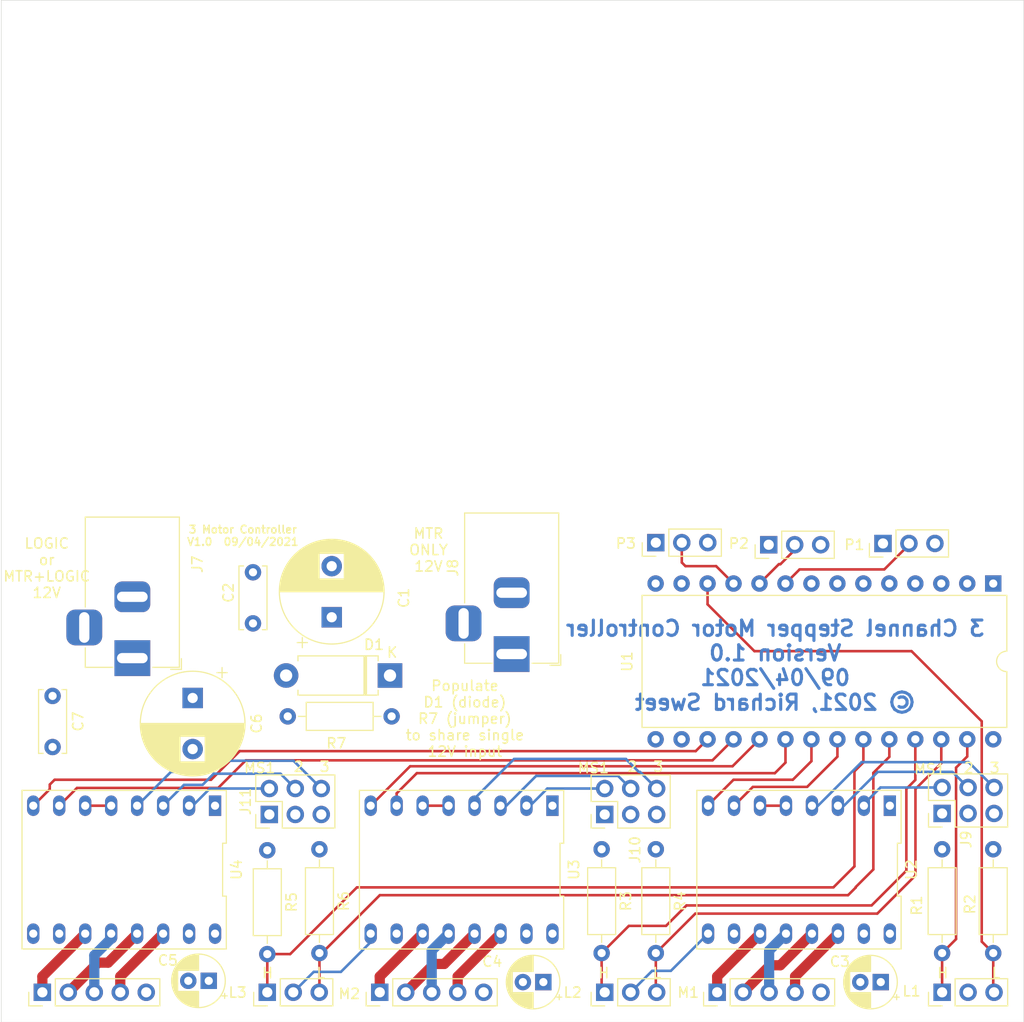
<source format=kicad_pcb>
(kicad_pcb (version 20171130) (host pcbnew "(5.1.10)-1")

  (general
    (thickness 1.6)
    (drawings 32)
    (tracks 168)
    (zones 0)
    (modules 33)
    (nets 6)
  )

  (page A4)
  (layers
    (0 F.Cu signal)
    (1 In1.Cu signal)
    (2 In2.Cu signal)
    (31 B.Cu signal)
    (32 B.Adhes user)
    (33 F.Adhes user)
    (34 B.Paste user)
    (35 F.Paste user)
    (36 B.SilkS user)
    (37 F.SilkS user)
    (38 B.Mask user)
    (39 F.Mask user)
    (40 Dwgs.User user)
    (41 Cmts.User user)
    (42 Eco1.User user)
    (43 Eco2.User user)
    (44 Edge.Cuts user)
    (45 Margin user)
    (46 B.CrtYd user)
    (47 F.CrtYd user)
    (48 B.Fab user hide)
    (49 F.Fab user hide)
  )

  (setup
    (last_trace_width 0.25)
    (trace_clearance 0.2)
    (zone_clearance 0.508)
    (zone_45_only no)
    (trace_min 0.2)
    (via_size 0.8)
    (via_drill 0.4)
    (via_min_size 0.4)
    (via_min_drill 0.3)
    (uvia_size 0.3)
    (uvia_drill 0.1)
    (uvias_allowed no)
    (uvia_min_size 0.2)
    (uvia_min_drill 0.1)
    (edge_width 0.05)
    (segment_width 0.2)
    (pcb_text_width 0.3)
    (pcb_text_size 1.5 1.5)
    (mod_edge_width 0.12)
    (mod_text_size 1 1)
    (mod_text_width 0.15)
    (pad_size 1.524 1.524)
    (pad_drill 0.762)
    (pad_to_mask_clearance 0.051)
    (solder_mask_min_width 0.25)
    (aux_axis_origin 0 0)
    (visible_elements 7FFFFFFF)
    (pcbplotparams
      (layerselection 0x010fc_ffffffff)
      (usegerberextensions false)
      (usegerberattributes true)
      (usegerberadvancedattributes true)
      (creategerberjobfile true)
      (excludeedgelayer true)
      (linewidth 0.100000)
      (plotframeref false)
      (viasonmask false)
      (mode 1)
      (useauxorigin false)
      (hpglpennumber 1)
      (hpglpenspeed 20)
      (hpglpendiameter 15.000000)
      (psnegative false)
      (psa4output false)
      (plotreference true)
      (plotvalue true)
      (plotinvisibletext false)
      (padsonsilk false)
      (subtractmaskfromsilk false)
      (outputformat 1)
      (mirror false)
      (drillshape 1)
      (scaleselection 1)
      (outputdirectory ""))
  )

  (net 0 "")
  (net 1 +12V)
  (net 2 GND)
  (net 3 +5V)
  (net 4 /VMOT)
  (net 5 /GMOT)

  (net_class Default "This is the default net class."
    (clearance 0.2)
    (trace_width 0.25)
    (via_dia 0.8)
    (via_drill 0.4)
    (uvia_dia 0.3)
    (uvia_drill 0.1)
  )

  (net_class MotorPowerTrace ""
    (clearance 0.2)
    (trace_width 1.2)
    (via_dia 1.1)
    (via_drill 0.4)
    (uvia_dia 0.3)
    (uvia_drill 0.1)
  )

  (net_class PowerTrace ""
    (clearance 0.2)
    (trace_width 0.8)
    (via_dia 1.1)
    (via_drill 0.4)
    (uvia_dia 0.3)
    (uvia_drill 0.1)
  )

  (net_class SignalTrace ""
    (clearance 0.2)
    (trace_width 0.6)
    (via_dia 0.8)
    (via_drill 0.4)
    (uvia_dia 0.3)
    (uvia_drill 0.1)
  )

  (module Connector_BarrelJack:BarrelJack_Horizontal (layer F.Cu) (tedit 5A1DBF6A) (tstamp 6133C9AF)
    (at 184.137 125.9 270)
    (descr "DC Barrel Jack")
    (tags "Power Jack")
    (path /61BC55E6)
    (fp_text reference J8 (at -8.45 5.75 90) (layer F.SilkS)
      (effects (font (size 1 1) (thickness 0.15)))
    )
    (fp_text value 12V_PWR_IN (at -6.2 -5.5 90) (layer F.Fab)
      (effects (font (size 1 1) (thickness 0.15)))
    )
    (fp_line (start 0 -4.5) (end -13.7 -4.5) (layer F.Fab) (width 0.1))
    (fp_line (start 0.8 4.5) (end 0.8 -3.75) (layer F.Fab) (width 0.1))
    (fp_line (start -13.7 4.5) (end 0.8 4.5) (layer F.Fab) (width 0.1))
    (fp_line (start -13.7 -4.5) (end -13.7 4.5) (layer F.Fab) (width 0.1))
    (fp_line (start -10.2 -4.5) (end -10.2 4.5) (layer F.Fab) (width 0.1))
    (fp_line (start 0.9 -4.6) (end 0.9 -2) (layer F.SilkS) (width 0.12))
    (fp_line (start -13.8 -4.6) (end 0.9 -4.6) (layer F.SilkS) (width 0.12))
    (fp_line (start 0.9 4.6) (end -1 4.6) (layer F.SilkS) (width 0.12))
    (fp_line (start 0.9 1.9) (end 0.9 4.6) (layer F.SilkS) (width 0.12))
    (fp_line (start -13.8 4.6) (end -13.8 -4.6) (layer F.SilkS) (width 0.12))
    (fp_line (start -5 4.6) (end -13.8 4.6) (layer F.SilkS) (width 0.12))
    (fp_line (start -14 4.75) (end -14 -4.75) (layer F.CrtYd) (width 0.05))
    (fp_line (start -5 4.75) (end -14 4.75) (layer F.CrtYd) (width 0.05))
    (fp_line (start -5 6.75) (end -5 4.75) (layer F.CrtYd) (width 0.05))
    (fp_line (start -1 6.75) (end -5 6.75) (layer F.CrtYd) (width 0.05))
    (fp_line (start -1 4.75) (end -1 6.75) (layer F.CrtYd) (width 0.05))
    (fp_line (start 1 4.75) (end -1 4.75) (layer F.CrtYd) (width 0.05))
    (fp_line (start 1 2) (end 1 4.75) (layer F.CrtYd) (width 0.05))
    (fp_line (start 2 2) (end 1 2) (layer F.CrtYd) (width 0.05))
    (fp_line (start 2 -2) (end 2 2) (layer F.CrtYd) (width 0.05))
    (fp_line (start 1 -2) (end 2 -2) (layer F.CrtYd) (width 0.05))
    (fp_line (start 1 -4.5) (end 1 -2) (layer F.CrtYd) (width 0.05))
    (fp_line (start 1 -4.75) (end -14 -4.75) (layer F.CrtYd) (width 0.05))
    (fp_line (start 1 -4.5) (end 1 -4.75) (layer F.CrtYd) (width 0.05))
    (fp_line (start 0.05 -4.8) (end 1.1 -4.8) (layer F.SilkS) (width 0.12))
    (fp_line (start 1.1 -3.75) (end 1.1 -4.8) (layer F.SilkS) (width 0.12))
    (fp_line (start -0.003213 -4.505425) (end 0.8 -3.75) (layer F.Fab) (width 0.1))
    (fp_text user %R (at -3 -2.95 90) (layer F.Fab)
      (effects (font (size 1 1) (thickness 0.15)))
    )
    (pad 3 thru_hole roundrect (at -3 4.7 270) (size 3.5 3.5) (drill oval 3 1) (layers *.Cu *.Mask) (roundrect_rratio 0.25))
    (pad 2 thru_hole roundrect (at -6 0 270) (size 3 3.5) (drill oval 1 3) (layers *.Cu *.Mask) (roundrect_rratio 0.25))
    (pad 1 thru_hole rect (at 0 0 270) (size 3.5 3.5) (drill oval 1 3) (layers *.Cu *.Mask))
    (model ${KISYS3DMOD}/Connector_BarrelJack.3dshapes/BarrelJack_Horizontal.wrl
      (at (xyz 0 0 0))
      (scale (xyz 1 1 1))
      (rotate (xyz 0 0 0))
    )
  )

  (module Connector_BarrelJack:BarrelJack_Horizontal (layer F.Cu) (tedit 5A1DBF6A) (tstamp 6133C98D)
    (at 147.037 126.3 270)
    (descr "DC Barrel Jack")
    (tags "Power Jack")
    (path /61BD7342)
    (fp_text reference J7 (at -9.19 -6.362 90) (layer F.SilkS)
      (effects (font (size 1 1) (thickness 0.15)))
    )
    (fp_text value 12V_PWR_IN (at -6.2 -5.5 90) (layer F.Fab)
      (effects (font (size 1 1) (thickness 0.15)))
    )
    (fp_line (start -0.003213 -4.505425) (end 0.8 -3.75) (layer F.Fab) (width 0.1))
    (fp_line (start 1.1 -3.75) (end 1.1 -4.8) (layer F.SilkS) (width 0.12))
    (fp_line (start 0.05 -4.8) (end 1.1 -4.8) (layer F.SilkS) (width 0.12))
    (fp_line (start 1 -4.5) (end 1 -4.75) (layer F.CrtYd) (width 0.05))
    (fp_line (start 1 -4.75) (end -14 -4.75) (layer F.CrtYd) (width 0.05))
    (fp_line (start 1 -4.5) (end 1 -2) (layer F.CrtYd) (width 0.05))
    (fp_line (start 1 -2) (end 2 -2) (layer F.CrtYd) (width 0.05))
    (fp_line (start 2 -2) (end 2 2) (layer F.CrtYd) (width 0.05))
    (fp_line (start 2 2) (end 1 2) (layer F.CrtYd) (width 0.05))
    (fp_line (start 1 2) (end 1 4.75) (layer F.CrtYd) (width 0.05))
    (fp_line (start 1 4.75) (end -1 4.75) (layer F.CrtYd) (width 0.05))
    (fp_line (start -1 4.75) (end -1 6.75) (layer F.CrtYd) (width 0.05))
    (fp_line (start -1 6.75) (end -5 6.75) (layer F.CrtYd) (width 0.05))
    (fp_line (start -5 6.75) (end -5 4.75) (layer F.CrtYd) (width 0.05))
    (fp_line (start -5 4.75) (end -14 4.75) (layer F.CrtYd) (width 0.05))
    (fp_line (start -14 4.75) (end -14 -4.75) (layer F.CrtYd) (width 0.05))
    (fp_line (start -5 4.6) (end -13.8 4.6) (layer F.SilkS) (width 0.12))
    (fp_line (start -13.8 4.6) (end -13.8 -4.6) (layer F.SilkS) (width 0.12))
    (fp_line (start 0.9 1.9) (end 0.9 4.6) (layer F.SilkS) (width 0.12))
    (fp_line (start 0.9 4.6) (end -1 4.6) (layer F.SilkS) (width 0.12))
    (fp_line (start -13.8 -4.6) (end 0.9 -4.6) (layer F.SilkS) (width 0.12))
    (fp_line (start 0.9 -4.6) (end 0.9 -2) (layer F.SilkS) (width 0.12))
    (fp_line (start -10.2 -4.5) (end -10.2 4.5) (layer F.Fab) (width 0.1))
    (fp_line (start -13.7 -4.5) (end -13.7 4.5) (layer F.Fab) (width 0.1))
    (fp_line (start -13.7 4.5) (end 0.8 4.5) (layer F.Fab) (width 0.1))
    (fp_line (start 0.8 4.5) (end 0.8 -3.75) (layer F.Fab) (width 0.1))
    (fp_line (start 0 -4.5) (end -13.7 -4.5) (layer F.Fab) (width 0.1))
    (fp_text user %R (at -3 -2.95 90) (layer F.Fab)
      (effects (font (size 1 1) (thickness 0.15)))
    )
    (pad 1 thru_hole rect (at 0 0 270) (size 3.5 3.5) (drill oval 1 3) (layers *.Cu *.Mask))
    (pad 2 thru_hole roundrect (at -6 0 270) (size 3 3.5) (drill oval 1 3) (layers *.Cu *.Mask) (roundrect_rratio 0.25))
    (pad 3 thru_hole roundrect (at -3 4.7 270) (size 3.5 3.5) (drill oval 3 1) (layers *.Cu *.Mask) (roundrect_rratio 0.25))
    (model ${KISYS3DMOD}/Connector_BarrelJack.3dshapes/BarrelJack_Horizontal.wrl
      (at (xyz 0 0 0))
      (scale (xyz 1 1 1))
      (rotate (xyz 0 0 0))
    )
  )

  (module Resistor_THT:R_Axial_DIN0207_L6.3mm_D2.5mm_P10.16mm_Horizontal (layer F.Cu) (tedit 5AE5139B) (tstamp 6133C977)
    (at 231.237 145 270)
    (descr "Resistor, Axial_DIN0207 series, Axial, Horizontal, pin pitch=10.16mm, 0.25W = 1/4W, length*diameter=6.3*2.5mm^2, http://cdn-reichelt.de/documents/datenblatt/B400/1_4W%23YAG.pdf")
    (tags "Resistor Axial_DIN0207 series Axial Horizontal pin pitch 10.16mm 0.25W = 1/4W length 6.3mm diameter 2.5mm")
    (path /615D5B34)
    (fp_text reference R2 (at 5.384 2.273 90) (layer F.SilkS)
      (effects (font (size 1 1) (thickness 0.15)))
    )
    (fp_text value R (at 5.08 2.37 90) (layer F.Fab)
      (effects (font (size 1 1) (thickness 0.15)))
    )
    (fp_line (start 1.93 -1.25) (end 1.93 1.25) (layer F.Fab) (width 0.1))
    (fp_line (start 1.93 1.25) (end 8.23 1.25) (layer F.Fab) (width 0.1))
    (fp_line (start 8.23 1.25) (end 8.23 -1.25) (layer F.Fab) (width 0.1))
    (fp_line (start 8.23 -1.25) (end 1.93 -1.25) (layer F.Fab) (width 0.1))
    (fp_line (start 0 0) (end 1.93 0) (layer F.Fab) (width 0.1))
    (fp_line (start 10.16 0) (end 8.23 0) (layer F.Fab) (width 0.1))
    (fp_line (start 1.81 -1.37) (end 1.81 1.37) (layer F.SilkS) (width 0.12))
    (fp_line (start 1.81 1.37) (end 8.35 1.37) (layer F.SilkS) (width 0.12))
    (fp_line (start 8.35 1.37) (end 8.35 -1.37) (layer F.SilkS) (width 0.12))
    (fp_line (start 8.35 -1.37) (end 1.81 -1.37) (layer F.SilkS) (width 0.12))
    (fp_line (start 1.04 0) (end 1.81 0) (layer F.SilkS) (width 0.12))
    (fp_line (start 9.12 0) (end 8.35 0) (layer F.SilkS) (width 0.12))
    (fp_line (start -1.05 -1.5) (end -1.05 1.5) (layer F.CrtYd) (width 0.05))
    (fp_line (start -1.05 1.5) (end 11.21 1.5) (layer F.CrtYd) (width 0.05))
    (fp_line (start 11.21 1.5) (end 11.21 -1.5) (layer F.CrtYd) (width 0.05))
    (fp_line (start 11.21 -1.5) (end -1.05 -1.5) (layer F.CrtYd) (width 0.05))
    (fp_text user %R (at 5.08 0 90) (layer F.Fab)
      (effects (font (size 1 1) (thickness 0.15)))
    )
    (pad 1 thru_hole circle (at 0 0 270) (size 1.6 1.6) (drill 0.8) (layers *.Cu *.Mask))
    (pad 2 thru_hole oval (at 10.16 0 270) (size 1.6 1.6) (drill 0.8) (layers *.Cu *.Mask))
    (model ${KISYS3DMOD}/Resistor_THT.3dshapes/R_Axial_DIN0207_L6.3mm_D2.5mm_P10.16mm_Horizontal.wrl
      (at (xyz 0 0 0))
      (scale (xyz 1 1 1))
      (rotate (xyz 0 0 0))
    )
  )

  (module Resistor_THT:R_Axial_DIN0207_L6.3mm_D2.5mm_P10.16mm_Horizontal (layer F.Cu) (tedit 5AE5139B) (tstamp 6133C961)
    (at 165.337 145 270)
    (descr "Resistor, Axial_DIN0207 series, Axial, Horizontal, pin pitch=10.16mm, 0.25W = 1/4W, length*diameter=6.3*2.5mm^2, http://cdn-reichelt.de/documents/datenblatt/B400/1_4W%23YAG.pdf")
    (tags "Resistor Axial_DIN0207 series Axial Horizontal pin pitch 10.16mm 0.25W = 1/4W length 6.3mm diameter 2.5mm")
    (path /615EFDFE)
    (fp_text reference R6 (at 5.08 -2.37 90) (layer F.SilkS)
      (effects (font (size 1 1) (thickness 0.15)))
    )
    (fp_text value R (at 5.08 2.37 90) (layer F.Fab)
      (effects (font (size 1 1) (thickness 0.15)))
    )
    (fp_line (start 1.93 -1.25) (end 1.93 1.25) (layer F.Fab) (width 0.1))
    (fp_line (start 1.93 1.25) (end 8.23 1.25) (layer F.Fab) (width 0.1))
    (fp_line (start 8.23 1.25) (end 8.23 -1.25) (layer F.Fab) (width 0.1))
    (fp_line (start 8.23 -1.25) (end 1.93 -1.25) (layer F.Fab) (width 0.1))
    (fp_line (start 0 0) (end 1.93 0) (layer F.Fab) (width 0.1))
    (fp_line (start 10.16 0) (end 8.23 0) (layer F.Fab) (width 0.1))
    (fp_line (start 1.81 -1.37) (end 1.81 1.37) (layer F.SilkS) (width 0.12))
    (fp_line (start 1.81 1.37) (end 8.35 1.37) (layer F.SilkS) (width 0.12))
    (fp_line (start 8.35 1.37) (end 8.35 -1.37) (layer F.SilkS) (width 0.12))
    (fp_line (start 8.35 -1.37) (end 1.81 -1.37) (layer F.SilkS) (width 0.12))
    (fp_line (start 1.04 0) (end 1.81 0) (layer F.SilkS) (width 0.12))
    (fp_line (start 9.12 0) (end 8.35 0) (layer F.SilkS) (width 0.12))
    (fp_line (start -1.05 -1.5) (end -1.05 1.5) (layer F.CrtYd) (width 0.05))
    (fp_line (start -1.05 1.5) (end 11.21 1.5) (layer F.CrtYd) (width 0.05))
    (fp_line (start 11.21 1.5) (end 11.21 -1.5) (layer F.CrtYd) (width 0.05))
    (fp_line (start 11.21 -1.5) (end -1.05 -1.5) (layer F.CrtYd) (width 0.05))
    (fp_text user %R (at 5.08 0 90) (layer F.Fab)
      (effects (font (size 1 1) (thickness 0.15)))
    )
    (pad 1 thru_hole circle (at 0 0 270) (size 1.6 1.6) (drill 0.8) (layers *.Cu *.Mask))
    (pad 2 thru_hole oval (at 10.16 0 270) (size 1.6 1.6) (drill 0.8) (layers *.Cu *.Mask))
    (model ${KISYS3DMOD}/Resistor_THT.3dshapes/R_Axial_DIN0207_L6.3mm_D2.5mm_P10.16mm_Horizontal.wrl
      (at (xyz 0 0 0))
      (scale (xyz 1 1 1))
      (rotate (xyz 0 0 0))
    )
  )

  (module Capacitor_THT:CP_Radial_D10.0mm_P5.00mm (layer F.Cu) (tedit 5AE50EF1) (tstamp 6133C896)
    (at 152.937 130.2 270)
    (descr "CP, Radial series, Radial, pin pitch=5.00mm, , diameter=10mm, Electrolytic Capacitor")
    (tags "CP Radial series Radial pin pitch 5.00mm  diameter 10mm Electrolytic Capacitor")
    (path /61AD7FF0)
    (fp_text reference C6 (at 2.5 -6.25 90) (layer F.SilkS)
      (effects (font (size 1 1) (thickness 0.15)))
    )
    (fp_text value CP (at 2.5 6.25 90) (layer F.Fab)
      (effects (font (size 1 1) (thickness 0.15)))
    )
    (fp_line (start -2.479646 -3.375) (end -2.479646 -2.375) (layer F.SilkS) (width 0.12))
    (fp_line (start -2.979646 -2.875) (end -1.979646 -2.875) (layer F.SilkS) (width 0.12))
    (fp_line (start 7.581 -0.599) (end 7.581 0.599) (layer F.SilkS) (width 0.12))
    (fp_line (start 7.541 -0.862) (end 7.541 0.862) (layer F.SilkS) (width 0.12))
    (fp_line (start 7.501 -1.062) (end 7.501 1.062) (layer F.SilkS) (width 0.12))
    (fp_line (start 7.461 -1.23) (end 7.461 1.23) (layer F.SilkS) (width 0.12))
    (fp_line (start 7.421 -1.378) (end 7.421 1.378) (layer F.SilkS) (width 0.12))
    (fp_line (start 7.381 -1.51) (end 7.381 1.51) (layer F.SilkS) (width 0.12))
    (fp_line (start 7.341 -1.63) (end 7.341 1.63) (layer F.SilkS) (width 0.12))
    (fp_line (start 7.301 -1.742) (end 7.301 1.742) (layer F.SilkS) (width 0.12))
    (fp_line (start 7.261 -1.846) (end 7.261 1.846) (layer F.SilkS) (width 0.12))
    (fp_line (start 7.221 -1.944) (end 7.221 1.944) (layer F.SilkS) (width 0.12))
    (fp_line (start 7.181 -2.037) (end 7.181 2.037) (layer F.SilkS) (width 0.12))
    (fp_line (start 7.141 -2.125) (end 7.141 2.125) (layer F.SilkS) (width 0.12))
    (fp_line (start 7.101 -2.209) (end 7.101 2.209) (layer F.SilkS) (width 0.12))
    (fp_line (start 7.061 -2.289) (end 7.061 2.289) (layer F.SilkS) (width 0.12))
    (fp_line (start 7.021 -2.365) (end 7.021 2.365) (layer F.SilkS) (width 0.12))
    (fp_line (start 6.981 -2.439) (end 6.981 2.439) (layer F.SilkS) (width 0.12))
    (fp_line (start 6.941 -2.51) (end 6.941 2.51) (layer F.SilkS) (width 0.12))
    (fp_line (start 6.901 -2.579) (end 6.901 2.579) (layer F.SilkS) (width 0.12))
    (fp_line (start 6.861 -2.645) (end 6.861 2.645) (layer F.SilkS) (width 0.12))
    (fp_line (start 6.821 -2.709) (end 6.821 2.709) (layer F.SilkS) (width 0.12))
    (fp_line (start 6.781 -2.77) (end 6.781 2.77) (layer F.SilkS) (width 0.12))
    (fp_line (start 6.741 -2.83) (end 6.741 2.83) (layer F.SilkS) (width 0.12))
    (fp_line (start 6.701 -2.889) (end 6.701 2.889) (layer F.SilkS) (width 0.12))
    (fp_line (start 6.661 -2.945) (end 6.661 2.945) (layer F.SilkS) (width 0.12))
    (fp_line (start 6.621 -3) (end 6.621 3) (layer F.SilkS) (width 0.12))
    (fp_line (start 6.581 -3.054) (end 6.581 3.054) (layer F.SilkS) (width 0.12))
    (fp_line (start 6.541 -3.106) (end 6.541 3.106) (layer F.SilkS) (width 0.12))
    (fp_line (start 6.501 -3.156) (end 6.501 3.156) (layer F.SilkS) (width 0.12))
    (fp_line (start 6.461 -3.206) (end 6.461 3.206) (layer F.SilkS) (width 0.12))
    (fp_line (start 6.421 -3.254) (end 6.421 3.254) (layer F.SilkS) (width 0.12))
    (fp_line (start 6.381 -3.301) (end 6.381 3.301) (layer F.SilkS) (width 0.12))
    (fp_line (start 6.341 -3.347) (end 6.341 3.347) (layer F.SilkS) (width 0.12))
    (fp_line (start 6.301 -3.392) (end 6.301 3.392) (layer F.SilkS) (width 0.12))
    (fp_line (start 6.261 -3.436) (end 6.261 3.436) (layer F.SilkS) (width 0.12))
    (fp_line (start 6.221 1.241) (end 6.221 3.478) (layer F.SilkS) (width 0.12))
    (fp_line (start 6.221 -3.478) (end 6.221 -1.241) (layer F.SilkS) (width 0.12))
    (fp_line (start 6.181 1.241) (end 6.181 3.52) (layer F.SilkS) (width 0.12))
    (fp_line (start 6.181 -3.52) (end 6.181 -1.241) (layer F.SilkS) (width 0.12))
    (fp_line (start 6.141 1.241) (end 6.141 3.561) (layer F.SilkS) (width 0.12))
    (fp_line (start 6.141 -3.561) (end 6.141 -1.241) (layer F.SilkS) (width 0.12))
    (fp_line (start 6.101 1.241) (end 6.101 3.601) (layer F.SilkS) (width 0.12))
    (fp_line (start 6.101 -3.601) (end 6.101 -1.241) (layer F.SilkS) (width 0.12))
    (fp_line (start 6.061 1.241) (end 6.061 3.64) (layer F.SilkS) (width 0.12))
    (fp_line (start 6.061 -3.64) (end 6.061 -1.241) (layer F.SilkS) (width 0.12))
    (fp_line (start 6.021 1.241) (end 6.021 3.679) (layer F.SilkS) (width 0.12))
    (fp_line (start 6.021 -3.679) (end 6.021 -1.241) (layer F.SilkS) (width 0.12))
    (fp_line (start 5.981 1.241) (end 5.981 3.716) (layer F.SilkS) (width 0.12))
    (fp_line (start 5.981 -3.716) (end 5.981 -1.241) (layer F.SilkS) (width 0.12))
    (fp_line (start 5.941 1.241) (end 5.941 3.753) (layer F.SilkS) (width 0.12))
    (fp_line (start 5.941 -3.753) (end 5.941 -1.241) (layer F.SilkS) (width 0.12))
    (fp_line (start 5.901 1.241) (end 5.901 3.789) (layer F.SilkS) (width 0.12))
    (fp_line (start 5.901 -3.789) (end 5.901 -1.241) (layer F.SilkS) (width 0.12))
    (fp_line (start 5.861 1.241) (end 5.861 3.824) (layer F.SilkS) (width 0.12))
    (fp_line (start 5.861 -3.824) (end 5.861 -1.241) (layer F.SilkS) (width 0.12))
    (fp_line (start 5.821 1.241) (end 5.821 3.858) (layer F.SilkS) (width 0.12))
    (fp_line (start 5.821 -3.858) (end 5.821 -1.241) (layer F.SilkS) (width 0.12))
    (fp_line (start 5.781 1.241) (end 5.781 3.892) (layer F.SilkS) (width 0.12))
    (fp_line (start 5.781 -3.892) (end 5.781 -1.241) (layer F.SilkS) (width 0.12))
    (fp_line (start 5.741 1.241) (end 5.741 3.925) (layer F.SilkS) (width 0.12))
    (fp_line (start 5.741 -3.925) (end 5.741 -1.241) (layer F.SilkS) (width 0.12))
    (fp_line (start 5.701 1.241) (end 5.701 3.957) (layer F.SilkS) (width 0.12))
    (fp_line (start 5.701 -3.957) (end 5.701 -1.241) (layer F.SilkS) (width 0.12))
    (fp_line (start 5.661 1.241) (end 5.661 3.989) (layer F.SilkS) (width 0.12))
    (fp_line (start 5.661 -3.989) (end 5.661 -1.241) (layer F.SilkS) (width 0.12))
    (fp_line (start 5.621 1.241) (end 5.621 4.02) (layer F.SilkS) (width 0.12))
    (fp_line (start 5.621 -4.02) (end 5.621 -1.241) (layer F.SilkS) (width 0.12))
    (fp_line (start 5.581 1.241) (end 5.581 4.05) (layer F.SilkS) (width 0.12))
    (fp_line (start 5.581 -4.05) (end 5.581 -1.241) (layer F.SilkS) (width 0.12))
    (fp_line (start 5.541 1.241) (end 5.541 4.08) (layer F.SilkS) (width 0.12))
    (fp_line (start 5.541 -4.08) (end 5.541 -1.241) (layer F.SilkS) (width 0.12))
    (fp_line (start 5.501 1.241) (end 5.501 4.11) (layer F.SilkS) (width 0.12))
    (fp_line (start 5.501 -4.11) (end 5.501 -1.241) (layer F.SilkS) (width 0.12))
    (fp_line (start 5.461 1.241) (end 5.461 4.138) (layer F.SilkS) (width 0.12))
    (fp_line (start 5.461 -4.138) (end 5.461 -1.241) (layer F.SilkS) (width 0.12))
    (fp_line (start 5.421 1.241) (end 5.421 4.166) (layer F.SilkS) (width 0.12))
    (fp_line (start 5.421 -4.166) (end 5.421 -1.241) (layer F.SilkS) (width 0.12))
    (fp_line (start 5.381 1.241) (end 5.381 4.194) (layer F.SilkS) (width 0.12))
    (fp_line (start 5.381 -4.194) (end 5.381 -1.241) (layer F.SilkS) (width 0.12))
    (fp_line (start 5.341 1.241) (end 5.341 4.221) (layer F.SilkS) (width 0.12))
    (fp_line (start 5.341 -4.221) (end 5.341 -1.241) (layer F.SilkS) (width 0.12))
    (fp_line (start 5.301 1.241) (end 5.301 4.247) (layer F.SilkS) (width 0.12))
    (fp_line (start 5.301 -4.247) (end 5.301 -1.241) (layer F.SilkS) (width 0.12))
    (fp_line (start 5.261 1.241) (end 5.261 4.273) (layer F.SilkS) (width 0.12))
    (fp_line (start 5.261 -4.273) (end 5.261 -1.241) (layer F.SilkS) (width 0.12))
    (fp_line (start 5.221 1.241) (end 5.221 4.298) (layer F.SilkS) (width 0.12))
    (fp_line (start 5.221 -4.298) (end 5.221 -1.241) (layer F.SilkS) (width 0.12))
    (fp_line (start 5.181 1.241) (end 5.181 4.323) (layer F.SilkS) (width 0.12))
    (fp_line (start 5.181 -4.323) (end 5.181 -1.241) (layer F.SilkS) (width 0.12))
    (fp_line (start 5.141 1.241) (end 5.141 4.347) (layer F.SilkS) (width 0.12))
    (fp_line (start 5.141 -4.347) (end 5.141 -1.241) (layer F.SilkS) (width 0.12))
    (fp_line (start 5.101 1.241) (end 5.101 4.371) (layer F.SilkS) (width 0.12))
    (fp_line (start 5.101 -4.371) (end 5.101 -1.241) (layer F.SilkS) (width 0.12))
    (fp_line (start 5.061 1.241) (end 5.061 4.395) (layer F.SilkS) (width 0.12))
    (fp_line (start 5.061 -4.395) (end 5.061 -1.241) (layer F.SilkS) (width 0.12))
    (fp_line (start 5.021 1.241) (end 5.021 4.417) (layer F.SilkS) (width 0.12))
    (fp_line (start 5.021 -4.417) (end 5.021 -1.241) (layer F.SilkS) (width 0.12))
    (fp_line (start 4.981 1.241) (end 4.981 4.44) (layer F.SilkS) (width 0.12))
    (fp_line (start 4.981 -4.44) (end 4.981 -1.241) (layer F.SilkS) (width 0.12))
    (fp_line (start 4.941 1.241) (end 4.941 4.462) (layer F.SilkS) (width 0.12))
    (fp_line (start 4.941 -4.462) (end 4.941 -1.241) (layer F.SilkS) (width 0.12))
    (fp_line (start 4.901 1.241) (end 4.901 4.483) (layer F.SilkS) (width 0.12))
    (fp_line (start 4.901 -4.483) (end 4.901 -1.241) (layer F.SilkS) (width 0.12))
    (fp_line (start 4.861 1.241) (end 4.861 4.504) (layer F.SilkS) (width 0.12))
    (fp_line (start 4.861 -4.504) (end 4.861 -1.241) (layer F.SilkS) (width 0.12))
    (fp_line (start 4.821 1.241) (end 4.821 4.525) (layer F.SilkS) (width 0.12))
    (fp_line (start 4.821 -4.525) (end 4.821 -1.241) (layer F.SilkS) (width 0.12))
    (fp_line (start 4.781 1.241) (end 4.781 4.545) (layer F.SilkS) (width 0.12))
    (fp_line (start 4.781 -4.545) (end 4.781 -1.241) (layer F.SilkS) (width 0.12))
    (fp_line (start 4.741 1.241) (end 4.741 4.564) (layer F.SilkS) (width 0.12))
    (fp_line (start 4.741 -4.564) (end 4.741 -1.241) (layer F.SilkS) (width 0.12))
    (fp_line (start 4.701 1.241) (end 4.701 4.584) (layer F.SilkS) (width 0.12))
    (fp_line (start 4.701 -4.584) (end 4.701 -1.241) (layer F.SilkS) (width 0.12))
    (fp_line (start 4.661 1.241) (end 4.661 4.603) (layer F.SilkS) (width 0.12))
    (fp_line (start 4.661 -4.603) (end 4.661 -1.241) (layer F.SilkS) (width 0.12))
    (fp_line (start 4.621 1.241) (end 4.621 4.621) (layer F.SilkS) (width 0.12))
    (fp_line (start 4.621 -4.621) (end 4.621 -1.241) (layer F.SilkS) (width 0.12))
    (fp_line (start 4.581 1.241) (end 4.581 4.639) (layer F.SilkS) (width 0.12))
    (fp_line (start 4.581 -4.639) (end 4.581 -1.241) (layer F.SilkS) (width 0.12))
    (fp_line (start 4.541 1.241) (end 4.541 4.657) (layer F.SilkS) (width 0.12))
    (fp_line (start 4.541 -4.657) (end 4.541 -1.241) (layer F.SilkS) (width 0.12))
    (fp_line (start 4.501 1.241) (end 4.501 4.674) (layer F.SilkS) (width 0.12))
    (fp_line (start 4.501 -4.674) (end 4.501 -1.241) (layer F.SilkS) (width 0.12))
    (fp_line (start 4.461 1.241) (end 4.461 4.69) (layer F.SilkS) (width 0.12))
    (fp_line (start 4.461 -4.69) (end 4.461 -1.241) (layer F.SilkS) (width 0.12))
    (fp_line (start 4.421 1.241) (end 4.421 4.707) (layer F.SilkS) (width 0.12))
    (fp_line (start 4.421 -4.707) (end 4.421 -1.241) (layer F.SilkS) (width 0.12))
    (fp_line (start 4.381 1.241) (end 4.381 4.723) (layer F.SilkS) (width 0.12))
    (fp_line (start 4.381 -4.723) (end 4.381 -1.241) (layer F.SilkS) (width 0.12))
    (fp_line (start 4.341 1.241) (end 4.341 4.738) (layer F.SilkS) (width 0.12))
    (fp_line (start 4.341 -4.738) (end 4.341 -1.241) (layer F.SilkS) (width 0.12))
    (fp_line (start 4.301 1.241) (end 4.301 4.754) (layer F.SilkS) (width 0.12))
    (fp_line (start 4.301 -4.754) (end 4.301 -1.241) (layer F.SilkS) (width 0.12))
    (fp_line (start 4.261 1.241) (end 4.261 4.768) (layer F.SilkS) (width 0.12))
    (fp_line (start 4.261 -4.768) (end 4.261 -1.241) (layer F.SilkS) (width 0.12))
    (fp_line (start 4.221 1.241) (end 4.221 4.783) (layer F.SilkS) (width 0.12))
    (fp_line (start 4.221 -4.783) (end 4.221 -1.241) (layer F.SilkS) (width 0.12))
    (fp_line (start 4.181 1.241) (end 4.181 4.797) (layer F.SilkS) (width 0.12))
    (fp_line (start 4.181 -4.797) (end 4.181 -1.241) (layer F.SilkS) (width 0.12))
    (fp_line (start 4.141 1.241) (end 4.141 4.811) (layer F.SilkS) (width 0.12))
    (fp_line (start 4.141 -4.811) (end 4.141 -1.241) (layer F.SilkS) (width 0.12))
    (fp_line (start 4.101 1.241) (end 4.101 4.824) (layer F.SilkS) (width 0.12))
    (fp_line (start 4.101 -4.824) (end 4.101 -1.241) (layer F.SilkS) (width 0.12))
    (fp_line (start 4.061 1.241) (end 4.061 4.837) (layer F.SilkS) (width 0.12))
    (fp_line (start 4.061 -4.837) (end 4.061 -1.241) (layer F.SilkS) (width 0.12))
    (fp_line (start 4.021 1.241) (end 4.021 4.85) (layer F.SilkS) (width 0.12))
    (fp_line (start 4.021 -4.85) (end 4.021 -1.241) (layer F.SilkS) (width 0.12))
    (fp_line (start 3.981 1.241) (end 3.981 4.862) (layer F.SilkS) (width 0.12))
    (fp_line (start 3.981 -4.862) (end 3.981 -1.241) (layer F.SilkS) (width 0.12))
    (fp_line (start 3.941 1.241) (end 3.941 4.874) (layer F.SilkS) (width 0.12))
    (fp_line (start 3.941 -4.874) (end 3.941 -1.241) (layer F.SilkS) (width 0.12))
    (fp_line (start 3.901 1.241) (end 3.901 4.885) (layer F.SilkS) (width 0.12))
    (fp_line (start 3.901 -4.885) (end 3.901 -1.241) (layer F.SilkS) (width 0.12))
    (fp_line (start 3.861 1.241) (end 3.861 4.897) (layer F.SilkS) (width 0.12))
    (fp_line (start 3.861 -4.897) (end 3.861 -1.241) (layer F.SilkS) (width 0.12))
    (fp_line (start 3.821 1.241) (end 3.821 4.907) (layer F.SilkS) (width 0.12))
    (fp_line (start 3.821 -4.907) (end 3.821 -1.241) (layer F.SilkS) (width 0.12))
    (fp_line (start 3.781 1.241) (end 3.781 4.918) (layer F.SilkS) (width 0.12))
    (fp_line (start 3.781 -4.918) (end 3.781 -1.241) (layer F.SilkS) (width 0.12))
    (fp_line (start 3.741 -4.928) (end 3.741 4.928) (layer F.SilkS) (width 0.12))
    (fp_line (start 3.701 -4.938) (end 3.701 4.938) (layer F.SilkS) (width 0.12))
    (fp_line (start 3.661 -4.947) (end 3.661 4.947) (layer F.SilkS) (width 0.12))
    (fp_line (start 3.621 -4.956) (end 3.621 4.956) (layer F.SilkS) (width 0.12))
    (fp_line (start 3.581 -4.965) (end 3.581 4.965) (layer F.SilkS) (width 0.12))
    (fp_line (start 3.541 -4.974) (end 3.541 4.974) (layer F.SilkS) (width 0.12))
    (fp_line (start 3.501 -4.982) (end 3.501 4.982) (layer F.SilkS) (width 0.12))
    (fp_line (start 3.461 -4.99) (end 3.461 4.99) (layer F.SilkS) (width 0.12))
    (fp_line (start 3.421 -4.997) (end 3.421 4.997) (layer F.SilkS) (width 0.12))
    (fp_line (start 3.381 -5.004) (end 3.381 5.004) (layer F.SilkS) (width 0.12))
    (fp_line (start 3.341 -5.011) (end 3.341 5.011) (layer F.SilkS) (width 0.12))
    (fp_line (start 3.301 -5.018) (end 3.301 5.018) (layer F.SilkS) (width 0.12))
    (fp_line (start 3.261 -5.024) (end 3.261 5.024) (layer F.SilkS) (width 0.12))
    (fp_line (start 3.221 -5.03) (end 3.221 5.03) (layer F.SilkS) (width 0.12))
    (fp_line (start 3.18 -5.035) (end 3.18 5.035) (layer F.SilkS) (width 0.12))
    (fp_line (start 3.14 -5.04) (end 3.14 5.04) (layer F.SilkS) (width 0.12))
    (fp_line (start 3.1 -5.045) (end 3.1 5.045) (layer F.SilkS) (width 0.12))
    (fp_line (start 3.06 -5.05) (end 3.06 5.05) (layer F.SilkS) (width 0.12))
    (fp_line (start 3.02 -5.054) (end 3.02 5.054) (layer F.SilkS) (width 0.12))
    (fp_line (start 2.98 -5.058) (end 2.98 5.058) (layer F.SilkS) (width 0.12))
    (fp_line (start 2.94 -5.062) (end 2.94 5.062) (layer F.SilkS) (width 0.12))
    (fp_line (start 2.9 -5.065) (end 2.9 5.065) (layer F.SilkS) (width 0.12))
    (fp_line (start 2.86 -5.068) (end 2.86 5.068) (layer F.SilkS) (width 0.12))
    (fp_line (start 2.82 -5.07) (end 2.82 5.07) (layer F.SilkS) (width 0.12))
    (fp_line (start 2.78 -5.073) (end 2.78 5.073) (layer F.SilkS) (width 0.12))
    (fp_line (start 2.74 -5.075) (end 2.74 5.075) (layer F.SilkS) (width 0.12))
    (fp_line (start 2.7 -5.077) (end 2.7 5.077) (layer F.SilkS) (width 0.12))
    (fp_line (start 2.66 -5.078) (end 2.66 5.078) (layer F.SilkS) (width 0.12))
    (fp_line (start 2.62 -5.079) (end 2.62 5.079) (layer F.SilkS) (width 0.12))
    (fp_line (start 2.58 -5.08) (end 2.58 5.08) (layer F.SilkS) (width 0.12))
    (fp_line (start 2.54 -5.08) (end 2.54 5.08) (layer F.SilkS) (width 0.12))
    (fp_line (start 2.5 -5.08) (end 2.5 5.08) (layer F.SilkS) (width 0.12))
    (fp_line (start -1.288861 -2.6875) (end -1.288861 -1.6875) (layer F.Fab) (width 0.1))
    (fp_line (start -1.788861 -2.1875) (end -0.788861 -2.1875) (layer F.Fab) (width 0.1))
    (fp_circle (center 2.5 0) (end 7.75 0) (layer F.CrtYd) (width 0.05))
    (fp_circle (center 2.5 0) (end 7.62 0) (layer F.SilkS) (width 0.12))
    (fp_circle (center 2.5 0) (end 7.5 0) (layer F.Fab) (width 0.1))
    (fp_text user %R (at 2.5 0 90) (layer F.Fab)
      (effects (font (size 1 1) (thickness 0.15)))
    )
    (pad 2 thru_hole circle (at 5 0 270) (size 2 2) (drill 1) (layers *.Cu *.Mask))
    (pad 1 thru_hole rect (at 0 0 270) (size 2 2) (drill 1) (layers *.Cu *.Mask))
    (model ${KISYS3DMOD}/Capacitor_THT.3dshapes/CP_Radial_D10.0mm_P5.00mm.wrl
      (at (xyz 0 0 0))
      (scale (xyz 1 1 1))
      (rotate (xyz 0 0 0))
    )
  )

  (module Connector_PinHeader_2.54mm:PinHeader_2x03_P2.54mm_Vertical (layer F.Cu) (tedit 59FED5CC) (tstamp 6133C87B)
    (at 160.437 141.6 90)
    (descr "Through hole straight pin header, 2x03, 2.54mm pitch, double rows")
    (tags "Through hole pin header THT 2x03 2.54mm double row")
    (path /61A5D524)
    (fp_text reference J11 (at 1.27 -2.33 90) (layer F.SilkS)
      (effects (font (size 1 1) (thickness 0.15)))
    )
    (fp_text value Conn_02x03_Odd_Even (at 1.27 7.41 90) (layer F.Fab) hide
      (effects (font (size 1 1) (thickness 0.15)))
    )
    (fp_line (start 4.35 -1.8) (end -1.8 -1.8) (layer F.CrtYd) (width 0.05))
    (fp_line (start 4.35 6.85) (end 4.35 -1.8) (layer F.CrtYd) (width 0.05))
    (fp_line (start -1.8 6.85) (end 4.35 6.85) (layer F.CrtYd) (width 0.05))
    (fp_line (start -1.8 -1.8) (end -1.8 6.85) (layer F.CrtYd) (width 0.05))
    (fp_line (start -1.33 -1.33) (end 0 -1.33) (layer F.SilkS) (width 0.12))
    (fp_line (start -1.33 0) (end -1.33 -1.33) (layer F.SilkS) (width 0.12))
    (fp_line (start 1.27 -1.33) (end 3.87 -1.33) (layer F.SilkS) (width 0.12))
    (fp_line (start 1.27 1.27) (end 1.27 -1.33) (layer F.SilkS) (width 0.12))
    (fp_line (start -1.33 1.27) (end 1.27 1.27) (layer F.SilkS) (width 0.12))
    (fp_line (start 3.87 -1.33) (end 3.87 6.41) (layer F.SilkS) (width 0.12))
    (fp_line (start -1.33 1.27) (end -1.33 6.41) (layer F.SilkS) (width 0.12))
    (fp_line (start -1.33 6.41) (end 3.87 6.41) (layer F.SilkS) (width 0.12))
    (fp_line (start -1.27 0) (end 0 -1.27) (layer F.Fab) (width 0.1))
    (fp_line (start -1.27 6.35) (end -1.27 0) (layer F.Fab) (width 0.1))
    (fp_line (start 3.81 6.35) (end -1.27 6.35) (layer F.Fab) (width 0.1))
    (fp_line (start 3.81 -1.27) (end 3.81 6.35) (layer F.Fab) (width 0.1))
    (fp_line (start 0 -1.27) (end 3.81 -1.27) (layer F.Fab) (width 0.1))
    (fp_text user %R (at 1.27 2.54) (layer F.Fab)
      (effects (font (size 1 1) (thickness 0.15)))
    )
    (pad 6 thru_hole oval (at 2.54 5.08 90) (size 1.7 1.7) (drill 1) (layers *.Cu *.Mask))
    (pad 5 thru_hole oval (at 0 5.08 90) (size 1.7 1.7) (drill 1) (layers *.Cu *.Mask))
    (pad 4 thru_hole oval (at 2.54 2.54 90) (size 1.7 1.7) (drill 1) (layers *.Cu *.Mask))
    (pad 3 thru_hole oval (at 0 2.54 90) (size 1.7 1.7) (drill 1) (layers *.Cu *.Mask))
    (pad 2 thru_hole oval (at 2.54 0 90) (size 1.7 1.7) (drill 1) (layers *.Cu *.Mask))
    (pad 1 thru_hole rect (at 0 0 90) (size 1.7 1.7) (drill 1) (layers *.Cu *.Mask))
    (model ${KISYS3DMOD}/Connector_PinHeader_2.54mm.3dshapes/PinHeader_2x03_P2.54mm_Vertical.wrl
      (at (xyz 0 0 0))
      (scale (xyz 1 1 1))
      (rotate (xyz 0 0 0))
    )
  )

  (module Motors:A4988 (layer F.Cu) (tedit 61314992) (tstamp 6133C85C)
    (at 179.237 147 180)
    (path /61318391)
    (fp_text reference U3 (at -10.99 0 90) (layer F.SilkS)
      (effects (font (size 1 1) (thickness 0.15)))
    )
    (fp_text value A4988 (at 0 0) (layer F.Fab)
      (effects (font (size 1 1) (thickness 0.15)))
    )
    (fp_line (start -9.99 7.759999) (end 9.99 7.76) (layer F.SilkS) (width 0.12))
    (fp_line (start 9.99 7.76) (end 9.99 -7.759999) (layer F.SilkS) (width 0.12))
    (fp_line (start 9.99 -7.759999) (end -9.99 -7.76) (layer F.SilkS) (width 0.12))
    (fp_line (start -9.99 -7.76) (end -9.99 -2.586666) (layer F.SilkS) (width 0.12))
    (fp_line (start -9.99 -2.586666) (end -9.63 -2.586666) (layer F.SilkS) (width 0.12))
    (fp_line (start -9.63 -2.586666) (end -9.63 2.586666) (layer F.SilkS) (width 0.12))
    (fp_line (start -9.63 2.586666) (end -9.99 2.586666) (layer F.SilkS) (width 0.12))
    (fp_line (start -9.99 2.586666) (end -9.99 7.759999) (layer F.SilkS) (width 0.12))
    (fp_line (start -9.74 -7.51) (end 9.74 -7.51) (layer F.CrtYd) (width 0.05))
    (fp_line (start 9.74 -7.51) (end 9.74 7.51) (layer F.CrtYd) (width 0.05))
    (fp_line (start 9.74 7.51) (end -9.74 7.51) (layer F.CrtYd) (width 0.05))
    (fp_line (start -9.74 7.51) (end -9.74 -7.51) (layer F.CrtYd) (width 0.05))
    (pad 8 thru_hole oval (at 8.89 6.26 180) (size 1.2 2) (drill 0.8) (layers *.Cu *.Mask))
    (pad 9 thru_hole oval (at 8.89 -6.26 180) (size 1.2 2) (drill 0.8) (layers *.Cu *.Mask))
    (pad 7 thru_hole oval (at 6.35 6.26 180) (size 1.2 2) (drill 0.8) (layers *.Cu *.Mask))
    (pad 10 thru_hole oval (at 6.35 -6.26 180) (size 1.2 2) (drill 0.8) (layers *.Cu *.Mask))
    (pad 6 thru_hole oval (at 3.81 6.26 180) (size 1.2 2) (drill 0.8) (layers *.Cu *.Mask))
    (pad 11 thru_hole oval (at 3.81 -6.26 180) (size 1.2 2) (drill 0.8) (layers *.Cu *.Mask))
    (pad 5 thru_hole oval (at 1.27 6.26 180) (size 1.2 2) (drill 0.8) (layers *.Cu *.Mask))
    (pad 12 thru_hole oval (at 1.27 -6.26 180) (size 1.2 2) (drill 0.8) (layers *.Cu *.Mask))
    (pad 4 thru_hole oval (at -1.27 6.26 180) (size 1.2 2) (drill 0.8) (layers *.Cu *.Mask))
    (pad 13 thru_hole oval (at -1.27 -6.26 180) (size 1.2 2) (drill 0.8) (layers *.Cu *.Mask))
    (pad 3 thru_hole oval (at -3.81 6.26 180) (size 1.2 2) (drill 0.8) (layers *.Cu *.Mask))
    (pad 14 thru_hole oval (at -3.81 -6.26 180) (size 1.2 2) (drill 0.8) (layers *.Cu *.Mask))
    (pad 2 thru_hole oval (at -6.35 6.26 180) (size 1.2 2) (drill 0.8) (layers *.Cu *.Mask))
    (pad 15 thru_hole oval (at -6.35 -6.26 180) (size 1.2 2) (drill 0.8) (layers *.Cu *.Mask))
    (pad 1 thru_hole rect (at -8.89 6.26 180) (size 1.2 2) (drill 0.8) (layers *.Cu *.Mask))
    (pad 16 thru_hole oval (at -8.89 -6.26 180) (size 1.2 2) (drill 0.8) (layers *.Cu *.Mask))
  )

  (module Resistor_THT:R_Axial_DIN0207_L6.3mm_D2.5mm_P10.16mm_Horizontal (layer F.Cu) (tedit 5AE5139B) (tstamp 6133C846)
    (at 198.237 145 270)
    (descr "Resistor, Axial_DIN0207 series, Axial, Horizontal, pin pitch=10.16mm, 0.25W = 1/4W, length*diameter=6.3*2.5mm^2, http://cdn-reichelt.de/documents/datenblatt/B400/1_4W%23YAG.pdf")
    (tags "Resistor Axial_DIN0207 series Axial Horizontal pin pitch 10.16mm 0.25W = 1/4W length 6.3mm diameter 2.5mm")
    (path /615E3743)
    (fp_text reference R4 (at 5.08 -2.37 90) (layer F.SilkS)
      (effects (font (size 1 1) (thickness 0.15)))
    )
    (fp_text value R (at 5.08 2.37 90) (layer F.Fab)
      (effects (font (size 1 1) (thickness 0.15)))
    )
    (fp_line (start 11.21 -1.5) (end -1.05 -1.5) (layer F.CrtYd) (width 0.05))
    (fp_line (start 11.21 1.5) (end 11.21 -1.5) (layer F.CrtYd) (width 0.05))
    (fp_line (start -1.05 1.5) (end 11.21 1.5) (layer F.CrtYd) (width 0.05))
    (fp_line (start -1.05 -1.5) (end -1.05 1.5) (layer F.CrtYd) (width 0.05))
    (fp_line (start 9.12 0) (end 8.35 0) (layer F.SilkS) (width 0.12))
    (fp_line (start 1.04 0) (end 1.81 0) (layer F.SilkS) (width 0.12))
    (fp_line (start 8.35 -1.37) (end 1.81 -1.37) (layer F.SilkS) (width 0.12))
    (fp_line (start 8.35 1.37) (end 8.35 -1.37) (layer F.SilkS) (width 0.12))
    (fp_line (start 1.81 1.37) (end 8.35 1.37) (layer F.SilkS) (width 0.12))
    (fp_line (start 1.81 -1.37) (end 1.81 1.37) (layer F.SilkS) (width 0.12))
    (fp_line (start 10.16 0) (end 8.23 0) (layer F.Fab) (width 0.1))
    (fp_line (start 0 0) (end 1.93 0) (layer F.Fab) (width 0.1))
    (fp_line (start 8.23 -1.25) (end 1.93 -1.25) (layer F.Fab) (width 0.1))
    (fp_line (start 8.23 1.25) (end 8.23 -1.25) (layer F.Fab) (width 0.1))
    (fp_line (start 1.93 1.25) (end 8.23 1.25) (layer F.Fab) (width 0.1))
    (fp_line (start 1.93 -1.25) (end 1.93 1.25) (layer F.Fab) (width 0.1))
    (fp_text user %R (at 5.08 0 90) (layer F.Fab)
      (effects (font (size 1 1) (thickness 0.15)))
    )
    (pad 2 thru_hole oval (at 10.16 0 270) (size 1.6 1.6) (drill 0.8) (layers *.Cu *.Mask))
    (pad 1 thru_hole circle (at 0 0 270) (size 1.6 1.6) (drill 0.8) (layers *.Cu *.Mask))
    (model ${KISYS3DMOD}/Resistor_THT.3dshapes/R_Axial_DIN0207_L6.3mm_D2.5mm_P10.16mm_Horizontal.wrl
      (at (xyz 0 0 0))
      (scale (xyz 1 1 1))
      (rotate (xyz 0 0 0))
    )
  )

  (module Resistor_THT:R_Axial_DIN0207_L6.3mm_D2.5mm_P10.16mm_Horizontal (layer F.Cu) (tedit 5AE5139B) (tstamp 6133C830)
    (at 160.237 145.1 270)
    (descr "Resistor, Axial_DIN0207 series, Axial, Horizontal, pin pitch=10.16mm, 0.25W = 1/4W, length*diameter=6.3*2.5mm^2, http://cdn-reichelt.de/documents/datenblatt/B400/1_4W%23YAG.pdf")
    (tags "Resistor Axial_DIN0207 series Axial Horizontal pin pitch 10.16mm 0.25W = 1/4W length 6.3mm diameter 2.5mm")
    (path /6164947E)
    (fp_text reference R5 (at 5.08 -2.37 90) (layer F.SilkS)
      (effects (font (size 1 1) (thickness 0.15)))
    )
    (fp_text value R (at 5.08 2.37 90) (layer F.Fab)
      (effects (font (size 1 1) (thickness 0.15)))
    )
    (fp_line (start 11.21 -1.5) (end -1.05 -1.5) (layer F.CrtYd) (width 0.05))
    (fp_line (start 11.21 1.5) (end 11.21 -1.5) (layer F.CrtYd) (width 0.05))
    (fp_line (start -1.05 1.5) (end 11.21 1.5) (layer F.CrtYd) (width 0.05))
    (fp_line (start -1.05 -1.5) (end -1.05 1.5) (layer F.CrtYd) (width 0.05))
    (fp_line (start 9.12 0) (end 8.35 0) (layer F.SilkS) (width 0.12))
    (fp_line (start 1.04 0) (end 1.81 0) (layer F.SilkS) (width 0.12))
    (fp_line (start 8.35 -1.37) (end 1.81 -1.37) (layer F.SilkS) (width 0.12))
    (fp_line (start 8.35 1.37) (end 8.35 -1.37) (layer F.SilkS) (width 0.12))
    (fp_line (start 1.81 1.37) (end 8.35 1.37) (layer F.SilkS) (width 0.12))
    (fp_line (start 1.81 -1.37) (end 1.81 1.37) (layer F.SilkS) (width 0.12))
    (fp_line (start 10.16 0) (end 8.23 0) (layer F.Fab) (width 0.1))
    (fp_line (start 0 0) (end 1.93 0) (layer F.Fab) (width 0.1))
    (fp_line (start 8.23 -1.25) (end 1.93 -1.25) (layer F.Fab) (width 0.1))
    (fp_line (start 8.23 1.25) (end 8.23 -1.25) (layer F.Fab) (width 0.1))
    (fp_line (start 1.93 1.25) (end 8.23 1.25) (layer F.Fab) (width 0.1))
    (fp_line (start 1.93 -1.25) (end 1.93 1.25) (layer F.Fab) (width 0.1))
    (fp_text user %R (at 5.08 0 90) (layer F.Fab)
      (effects (font (size 1 1) (thickness 0.15)))
    )
    (pad 2 thru_hole oval (at 10.16 0 270) (size 1.6 1.6) (drill 0.8) (layers *.Cu *.Mask))
    (pad 1 thru_hole circle (at 0 0 270) (size 1.6 1.6) (drill 0.8) (layers *.Cu *.Mask))
    (model ${KISYS3DMOD}/Resistor_THT.3dshapes/R_Axial_DIN0207_L6.3mm_D2.5mm_P10.16mm_Horizontal.wrl
      (at (xyz 0 0 0))
      (scale (xyz 1 1 1))
      (rotate (xyz 0 0 0))
    )
  )

  (module Motors:A4988 (layer F.Cu) (tedit 61314992) (tstamp 6133C811)
    (at 146.237 147 180)
    (path /6131A848)
    (fp_text reference U4 (at -10.99 0 90) (layer F.SilkS)
      (effects (font (size 1 1) (thickness 0.15)))
    )
    (fp_text value A4988 (at 0 0) (layer F.Fab)
      (effects (font (size 1 1) (thickness 0.15)))
    )
    (fp_line (start -9.74 7.51) (end -9.74 -7.51) (layer F.CrtYd) (width 0.05))
    (fp_line (start 9.74 7.51) (end -9.74 7.51) (layer F.CrtYd) (width 0.05))
    (fp_line (start 9.74 -7.51) (end 9.74 7.51) (layer F.CrtYd) (width 0.05))
    (fp_line (start -9.74 -7.51) (end 9.74 -7.51) (layer F.CrtYd) (width 0.05))
    (fp_line (start -9.99 2.586666) (end -9.99 7.759999) (layer F.SilkS) (width 0.12))
    (fp_line (start -9.63 2.586666) (end -9.99 2.586666) (layer F.SilkS) (width 0.12))
    (fp_line (start -9.63 -2.586666) (end -9.63 2.586666) (layer F.SilkS) (width 0.12))
    (fp_line (start -9.99 -2.586666) (end -9.63 -2.586666) (layer F.SilkS) (width 0.12))
    (fp_line (start -9.99 -7.76) (end -9.99 -2.586666) (layer F.SilkS) (width 0.12))
    (fp_line (start 9.99 -7.759999) (end -9.99 -7.76) (layer F.SilkS) (width 0.12))
    (fp_line (start 9.99 7.76) (end 9.99 -7.759999) (layer F.SilkS) (width 0.12))
    (fp_line (start -9.99 7.759999) (end 9.99 7.76) (layer F.SilkS) (width 0.12))
    (pad 16 thru_hole oval (at -8.89 -6.26 180) (size 1.2 2) (drill 0.8) (layers *.Cu *.Mask))
    (pad 1 thru_hole rect (at -8.89 6.26 180) (size 1.2 2) (drill 0.8) (layers *.Cu *.Mask))
    (pad 15 thru_hole oval (at -6.35 -6.26 180) (size 1.2 2) (drill 0.8) (layers *.Cu *.Mask))
    (pad 2 thru_hole oval (at -6.35 6.26 180) (size 1.2 2) (drill 0.8) (layers *.Cu *.Mask))
    (pad 14 thru_hole oval (at -3.81 -6.26 180) (size 1.2 2) (drill 0.8) (layers *.Cu *.Mask))
    (pad 3 thru_hole oval (at -3.81 6.26 180) (size 1.2 2) (drill 0.8) (layers *.Cu *.Mask))
    (pad 13 thru_hole oval (at -1.27 -6.26 180) (size 1.2 2) (drill 0.8) (layers *.Cu *.Mask))
    (pad 4 thru_hole oval (at -1.27 6.26 180) (size 1.2 2) (drill 0.8) (layers *.Cu *.Mask))
    (pad 12 thru_hole oval (at 1.27 -6.26 180) (size 1.2 2) (drill 0.8) (layers *.Cu *.Mask))
    (pad 5 thru_hole oval (at 1.27 6.26 180) (size 1.2 2) (drill 0.8) (layers *.Cu *.Mask))
    (pad 11 thru_hole oval (at 3.81 -6.26 180) (size 1.2 2) (drill 0.8) (layers *.Cu *.Mask))
    (pad 6 thru_hole oval (at 3.81 6.26 180) (size 1.2 2) (drill 0.8) (layers *.Cu *.Mask))
    (pad 10 thru_hole oval (at 6.35 -6.26 180) (size 1.2 2) (drill 0.8) (layers *.Cu *.Mask))
    (pad 7 thru_hole oval (at 6.35 6.26 180) (size 1.2 2) (drill 0.8) (layers *.Cu *.Mask))
    (pad 9 thru_hole oval (at 8.89 -6.26 180) (size 1.2 2) (drill 0.8) (layers *.Cu *.Mask))
    (pad 8 thru_hole oval (at 8.89 6.26 180) (size 1.2 2) (drill 0.8) (layers *.Cu *.Mask))
  )

  (module Resistor_THT:R_Axial_DIN0207_L6.3mm_D2.5mm_P10.16mm_Horizontal (layer F.Cu) (tedit 5AE5139B) (tstamp 6133C7FB)
    (at 192.937 145 270)
    (descr "Resistor, Axial_DIN0207 series, Axial, Horizontal, pin pitch=10.16mm, 0.25W = 1/4W, length*diameter=6.3*2.5mm^2, http://cdn-reichelt.de/documents/datenblatt/B400/1_4W%23YAG.pdf")
    (tags "Resistor Axial_DIN0207 series Axial Horizontal pin pitch 10.16mm 0.25W = 1/4W length 6.3mm diameter 2.5mm")
    (path /6163C79F)
    (fp_text reference R3 (at 5.08 -2.37 90) (layer F.SilkS)
      (effects (font (size 1 1) (thickness 0.15)))
    )
    (fp_text value R (at 5.08 2.37 90) (layer F.Fab)
      (effects (font (size 1 1) (thickness 0.15)))
    )
    (fp_line (start 1.93 -1.25) (end 1.93 1.25) (layer F.Fab) (width 0.1))
    (fp_line (start 1.93 1.25) (end 8.23 1.25) (layer F.Fab) (width 0.1))
    (fp_line (start 8.23 1.25) (end 8.23 -1.25) (layer F.Fab) (width 0.1))
    (fp_line (start 8.23 -1.25) (end 1.93 -1.25) (layer F.Fab) (width 0.1))
    (fp_line (start 0 0) (end 1.93 0) (layer F.Fab) (width 0.1))
    (fp_line (start 10.16 0) (end 8.23 0) (layer F.Fab) (width 0.1))
    (fp_line (start 1.81 -1.37) (end 1.81 1.37) (layer F.SilkS) (width 0.12))
    (fp_line (start 1.81 1.37) (end 8.35 1.37) (layer F.SilkS) (width 0.12))
    (fp_line (start 8.35 1.37) (end 8.35 -1.37) (layer F.SilkS) (width 0.12))
    (fp_line (start 8.35 -1.37) (end 1.81 -1.37) (layer F.SilkS) (width 0.12))
    (fp_line (start 1.04 0) (end 1.81 0) (layer F.SilkS) (width 0.12))
    (fp_line (start 9.12 0) (end 8.35 0) (layer F.SilkS) (width 0.12))
    (fp_line (start -1.05 -1.5) (end -1.05 1.5) (layer F.CrtYd) (width 0.05))
    (fp_line (start -1.05 1.5) (end 11.21 1.5) (layer F.CrtYd) (width 0.05))
    (fp_line (start 11.21 1.5) (end 11.21 -1.5) (layer F.CrtYd) (width 0.05))
    (fp_line (start 11.21 -1.5) (end -1.05 -1.5) (layer F.CrtYd) (width 0.05))
    (fp_text user %R (at 5.08 0 90) (layer F.Fab)
      (effects (font (size 1 1) (thickness 0.15)))
    )
    (pad 1 thru_hole circle (at 0 0 270) (size 1.6 1.6) (drill 0.8) (layers *.Cu *.Mask))
    (pad 2 thru_hole oval (at 10.16 0 270) (size 1.6 1.6) (drill 0.8) (layers *.Cu *.Mask))
    (model ${KISYS3DMOD}/Resistor_THT.3dshapes/R_Axial_DIN0207_L6.3mm_D2.5mm_P10.16mm_Horizontal.wrl
      (at (xyz 0 0 0))
      (scale (xyz 1 1 1))
      (rotate (xyz 0 0 0))
    )
  )

  (module Capacitor_THT:C_Disc_D6.0mm_W2.5mm_P5.00mm (layer F.Cu) (tedit 5AE50EF0) (tstamp 6133C7E7)
    (at 139.237 130 270)
    (descr "C, Disc series, Radial, pin pitch=5.00mm, , diameter*width=6*2.5mm^2, Capacitor, http://cdn-reichelt.de/documents/datenblatt/B300/DS_KERKO_TC.pdf")
    (tags "C Disc series Radial pin pitch 5.00mm  diameter 6mm width 2.5mm Capacitor")
    (path /61AD7FEA)
    (fp_text reference C7 (at 2.5 -2.5 90) (layer F.SilkS)
      (effects (font (size 1 1) (thickness 0.15)))
    )
    (fp_text value C (at 2.5 2.5 90) (layer F.Fab)
      (effects (font (size 1 1) (thickness 0.15)))
    )
    (fp_line (start 6.05 -1.5) (end -1.05 -1.5) (layer F.CrtYd) (width 0.05))
    (fp_line (start 6.05 1.5) (end 6.05 -1.5) (layer F.CrtYd) (width 0.05))
    (fp_line (start -1.05 1.5) (end 6.05 1.5) (layer F.CrtYd) (width 0.05))
    (fp_line (start -1.05 -1.5) (end -1.05 1.5) (layer F.CrtYd) (width 0.05))
    (fp_line (start 5.62 0.925) (end 5.62 1.37) (layer F.SilkS) (width 0.12))
    (fp_line (start 5.62 -1.37) (end 5.62 -0.925) (layer F.SilkS) (width 0.12))
    (fp_line (start -0.62 0.925) (end -0.62 1.37) (layer F.SilkS) (width 0.12))
    (fp_line (start -0.62 -1.37) (end -0.62 -0.925) (layer F.SilkS) (width 0.12))
    (fp_line (start -0.62 1.37) (end 5.62 1.37) (layer F.SilkS) (width 0.12))
    (fp_line (start -0.62 -1.37) (end 5.62 -1.37) (layer F.SilkS) (width 0.12))
    (fp_line (start 5.5 -1.25) (end -0.5 -1.25) (layer F.Fab) (width 0.1))
    (fp_line (start 5.5 1.25) (end 5.5 -1.25) (layer F.Fab) (width 0.1))
    (fp_line (start -0.5 1.25) (end 5.5 1.25) (layer F.Fab) (width 0.1))
    (fp_line (start -0.5 -1.25) (end -0.5 1.25) (layer F.Fab) (width 0.1))
    (fp_text user %R (at 2.5 0 90) (layer F.Fab)
      (effects (font (size 1 1) (thickness 0.15)))
    )
    (pad 2 thru_hole circle (at 5 0 270) (size 1.6 1.6) (drill 0.8) (layers *.Cu *.Mask))
    (pad 1 thru_hole circle (at 0 0 270) (size 1.6 1.6) (drill 0.8) (layers *.Cu *.Mask))
    (model ${KISYS3DMOD}/Capacitor_THT.3dshapes/C_Disc_D6.0mm_W2.5mm_P5.00mm.wrl
      (at (xyz 0 0 0))
      (scale (xyz 1 1 1))
      (rotate (xyz 0 0 0))
    )
  )

  (module Connector_PinHeader_2.54mm:PinHeader_2x03_P2.54mm_Vertical (layer F.Cu) (tedit 59FED5CC) (tstamp 6133C7CC)
    (at 193.237 141.6 90)
    (descr "Through hole straight pin header, 2x03, 2.54mm pitch, double rows")
    (tags "Through hole pin header THT 2x03 2.54mm double row")
    (path /61A4C563)
    (fp_text reference J10 (at -3.45 2.961 90) (layer F.SilkS)
      (effects (font (size 1 1) (thickness 0.15)))
    )
    (fp_text value Conn_02x03_Odd_Even (at 1.27 7.41 90) (layer F.Fab) hide
      (effects (font (size 1 1) (thickness 0.15)))
    )
    (fp_line (start 0 -1.27) (end 3.81 -1.27) (layer F.Fab) (width 0.1))
    (fp_line (start 3.81 -1.27) (end 3.81 6.35) (layer F.Fab) (width 0.1))
    (fp_line (start 3.81 6.35) (end -1.27 6.35) (layer F.Fab) (width 0.1))
    (fp_line (start -1.27 6.35) (end -1.27 0) (layer F.Fab) (width 0.1))
    (fp_line (start -1.27 0) (end 0 -1.27) (layer F.Fab) (width 0.1))
    (fp_line (start -1.33 6.41) (end 3.87 6.41) (layer F.SilkS) (width 0.12))
    (fp_line (start -1.33 1.27) (end -1.33 6.41) (layer F.SilkS) (width 0.12))
    (fp_line (start 3.87 -1.33) (end 3.87 6.41) (layer F.SilkS) (width 0.12))
    (fp_line (start -1.33 1.27) (end 1.27 1.27) (layer F.SilkS) (width 0.12))
    (fp_line (start 1.27 1.27) (end 1.27 -1.33) (layer F.SilkS) (width 0.12))
    (fp_line (start 1.27 -1.33) (end 3.87 -1.33) (layer F.SilkS) (width 0.12))
    (fp_line (start -1.33 0) (end -1.33 -1.33) (layer F.SilkS) (width 0.12))
    (fp_line (start -1.33 -1.33) (end 0 -1.33) (layer F.SilkS) (width 0.12))
    (fp_line (start -1.8 -1.8) (end -1.8 6.85) (layer F.CrtYd) (width 0.05))
    (fp_line (start -1.8 6.85) (end 4.35 6.85) (layer F.CrtYd) (width 0.05))
    (fp_line (start 4.35 6.85) (end 4.35 -1.8) (layer F.CrtYd) (width 0.05))
    (fp_line (start 4.35 -1.8) (end -1.8 -1.8) (layer F.CrtYd) (width 0.05))
    (fp_text user %R (at 1.27 2.54) (layer F.Fab)
      (effects (font (size 1 1) (thickness 0.15)))
    )
    (pad 1 thru_hole rect (at 0 0 90) (size 1.7 1.7) (drill 1) (layers *.Cu *.Mask))
    (pad 2 thru_hole oval (at 2.54 0 90) (size 1.7 1.7) (drill 1) (layers *.Cu *.Mask))
    (pad 3 thru_hole oval (at 0 2.54 90) (size 1.7 1.7) (drill 1) (layers *.Cu *.Mask))
    (pad 4 thru_hole oval (at 2.54 2.54 90) (size 1.7 1.7) (drill 1) (layers *.Cu *.Mask))
    (pad 5 thru_hole oval (at 0 5.08 90) (size 1.7 1.7) (drill 1) (layers *.Cu *.Mask))
    (pad 6 thru_hole oval (at 2.54 5.08 90) (size 1.7 1.7) (drill 1) (layers *.Cu *.Mask))
    (model ${KISYS3DMOD}/Connector_PinHeader_2.54mm.3dshapes/PinHeader_2x03_P2.54mm_Vertical.wrl
      (at (xyz 0 0 0))
      (scale (xyz 1 1 1))
      (rotate (xyz 0 0 0))
    )
  )

  (module Connector_PinHeader_2.54mm:PinHeader_2x03_P2.54mm_Vertical (layer F.Cu) (tedit 59FED5CC) (tstamp 6133C7B1)
    (at 226.237 141.5 90)
    (descr "Through hole straight pin header, 2x03, 2.54mm pitch, double rows")
    (tags "Through hole pin header THT 2x03 2.54mm double row")
    (path /619D4A77)
    (fp_text reference J9 (at -2.534 2.346 90) (layer F.SilkS)
      (effects (font (size 1 1) (thickness 0.15)))
    )
    (fp_text value Conn_02x03_Odd_Even (at 1.27 7.41 90) (layer F.Fab) hide
      (effects (font (size 1 1) (thickness 0.15)))
    )
    (fp_line (start 4.35 -1.8) (end -1.8 -1.8) (layer F.CrtYd) (width 0.05))
    (fp_line (start 4.35 6.85) (end 4.35 -1.8) (layer F.CrtYd) (width 0.05))
    (fp_line (start -1.8 6.85) (end 4.35 6.85) (layer F.CrtYd) (width 0.05))
    (fp_line (start -1.8 -1.8) (end -1.8 6.85) (layer F.CrtYd) (width 0.05))
    (fp_line (start -1.33 -1.33) (end 0 -1.33) (layer F.SilkS) (width 0.12))
    (fp_line (start -1.33 0) (end -1.33 -1.33) (layer F.SilkS) (width 0.12))
    (fp_line (start 1.27 -1.33) (end 3.87 -1.33) (layer F.SilkS) (width 0.12))
    (fp_line (start 1.27 1.27) (end 1.27 -1.33) (layer F.SilkS) (width 0.12))
    (fp_line (start -1.33 1.27) (end 1.27 1.27) (layer F.SilkS) (width 0.12))
    (fp_line (start 3.87 -1.33) (end 3.87 6.41) (layer F.SilkS) (width 0.12))
    (fp_line (start -1.33 1.27) (end -1.33 6.41) (layer F.SilkS) (width 0.12))
    (fp_line (start -1.33 6.41) (end 3.87 6.41) (layer F.SilkS) (width 0.12))
    (fp_line (start -1.27 0) (end 0 -1.27) (layer F.Fab) (width 0.1))
    (fp_line (start -1.27 6.35) (end -1.27 0) (layer F.Fab) (width 0.1))
    (fp_line (start 3.81 6.35) (end -1.27 6.35) (layer F.Fab) (width 0.1))
    (fp_line (start 3.81 -1.27) (end 3.81 6.35) (layer F.Fab) (width 0.1))
    (fp_line (start 0 -1.27) (end 3.81 -1.27) (layer F.Fab) (width 0.1))
    (fp_text user %R (at 1.27 2.54) (layer F.Fab)
      (effects (font (size 1 1) (thickness 0.15)))
    )
    (pad 6 thru_hole oval (at 2.54 5.08 90) (size 1.7 1.7) (drill 1) (layers *.Cu *.Mask))
    (pad 5 thru_hole oval (at 0 5.08 90) (size 1.7 1.7) (drill 1) (layers *.Cu *.Mask))
    (pad 4 thru_hole oval (at 2.54 2.54 90) (size 1.7 1.7) (drill 1) (layers *.Cu *.Mask))
    (pad 3 thru_hole oval (at 0 2.54 90) (size 1.7 1.7) (drill 1) (layers *.Cu *.Mask))
    (pad 2 thru_hole oval (at 2.54 0 90) (size 1.7 1.7) (drill 1) (layers *.Cu *.Mask))
    (pad 1 thru_hole rect (at 0 0 90) (size 1.7 1.7) (drill 1) (layers *.Cu *.Mask))
    (model ${KISYS3DMOD}/Connector_PinHeader_2.54mm.3dshapes/PinHeader_2x03_P2.54mm_Vertical.wrl
      (at (xyz 0 0 0))
      (scale (xyz 1 1 1))
      (rotate (xyz 0 0 0))
    )
  )

  (module Capacitor_THT:CP_Radial_D5.0mm_P2.00mm (layer F.Cu) (tedit 5AE50EF0) (tstamp 6133C72F)
    (at 154.51 157.877 180)
    (descr "CP, Radial series, Radial, pin pitch=2.00mm, , diameter=5mm, Electrolytic Capacitor")
    (tags "CP Radial series Radial pin pitch 2.00mm  diameter 5mm Electrolytic Capacitor")
    (path /619CCA65)
    (fp_text reference C5 (at 4 2) (layer F.SilkS)
      (effects (font (size 1 1) (thickness 0.15)))
    )
    (fp_text value "10 uF" (at 1 3.75) (layer F.Fab)
      (effects (font (size 1 1) (thickness 0.15)))
    )
    (fp_line (start -1.554775 -1.725) (end -1.554775 -1.225) (layer F.SilkS) (width 0.12))
    (fp_line (start -1.804775 -1.475) (end -1.304775 -1.475) (layer F.SilkS) (width 0.12))
    (fp_line (start 3.601 -0.284) (end 3.601 0.284) (layer F.SilkS) (width 0.12))
    (fp_line (start 3.561 -0.518) (end 3.561 0.518) (layer F.SilkS) (width 0.12))
    (fp_line (start 3.521 -0.677) (end 3.521 0.677) (layer F.SilkS) (width 0.12))
    (fp_line (start 3.481 -0.805) (end 3.481 0.805) (layer F.SilkS) (width 0.12))
    (fp_line (start 3.441 -0.915) (end 3.441 0.915) (layer F.SilkS) (width 0.12))
    (fp_line (start 3.401 -1.011) (end 3.401 1.011) (layer F.SilkS) (width 0.12))
    (fp_line (start 3.361 -1.098) (end 3.361 1.098) (layer F.SilkS) (width 0.12))
    (fp_line (start 3.321 -1.178) (end 3.321 1.178) (layer F.SilkS) (width 0.12))
    (fp_line (start 3.281 -1.251) (end 3.281 1.251) (layer F.SilkS) (width 0.12))
    (fp_line (start 3.241 -1.319) (end 3.241 1.319) (layer F.SilkS) (width 0.12))
    (fp_line (start 3.201 -1.383) (end 3.201 1.383) (layer F.SilkS) (width 0.12))
    (fp_line (start 3.161 -1.443) (end 3.161 1.443) (layer F.SilkS) (width 0.12))
    (fp_line (start 3.121 -1.5) (end 3.121 1.5) (layer F.SilkS) (width 0.12))
    (fp_line (start 3.081 -1.554) (end 3.081 1.554) (layer F.SilkS) (width 0.12))
    (fp_line (start 3.041 -1.605) (end 3.041 1.605) (layer F.SilkS) (width 0.12))
    (fp_line (start 3.001 1.04) (end 3.001 1.653) (layer F.SilkS) (width 0.12))
    (fp_line (start 3.001 -1.653) (end 3.001 -1.04) (layer F.SilkS) (width 0.12))
    (fp_line (start 2.961 1.04) (end 2.961 1.699) (layer F.SilkS) (width 0.12))
    (fp_line (start 2.961 -1.699) (end 2.961 -1.04) (layer F.SilkS) (width 0.12))
    (fp_line (start 2.921 1.04) (end 2.921 1.743) (layer F.SilkS) (width 0.12))
    (fp_line (start 2.921 -1.743) (end 2.921 -1.04) (layer F.SilkS) (width 0.12))
    (fp_line (start 2.881 1.04) (end 2.881 1.785) (layer F.SilkS) (width 0.12))
    (fp_line (start 2.881 -1.785) (end 2.881 -1.04) (layer F.SilkS) (width 0.12))
    (fp_line (start 2.841 1.04) (end 2.841 1.826) (layer F.SilkS) (width 0.12))
    (fp_line (start 2.841 -1.826) (end 2.841 -1.04) (layer F.SilkS) (width 0.12))
    (fp_line (start 2.801 1.04) (end 2.801 1.864) (layer F.SilkS) (width 0.12))
    (fp_line (start 2.801 -1.864) (end 2.801 -1.04) (layer F.SilkS) (width 0.12))
    (fp_line (start 2.761 1.04) (end 2.761 1.901) (layer F.SilkS) (width 0.12))
    (fp_line (start 2.761 -1.901) (end 2.761 -1.04) (layer F.SilkS) (width 0.12))
    (fp_line (start 2.721 1.04) (end 2.721 1.937) (layer F.SilkS) (width 0.12))
    (fp_line (start 2.721 -1.937) (end 2.721 -1.04) (layer F.SilkS) (width 0.12))
    (fp_line (start 2.681 1.04) (end 2.681 1.971) (layer F.SilkS) (width 0.12))
    (fp_line (start 2.681 -1.971) (end 2.681 -1.04) (layer F.SilkS) (width 0.12))
    (fp_line (start 2.641 1.04) (end 2.641 2.004) (layer F.SilkS) (width 0.12))
    (fp_line (start 2.641 -2.004) (end 2.641 -1.04) (layer F.SilkS) (width 0.12))
    (fp_line (start 2.601 1.04) (end 2.601 2.035) (layer F.SilkS) (width 0.12))
    (fp_line (start 2.601 -2.035) (end 2.601 -1.04) (layer F.SilkS) (width 0.12))
    (fp_line (start 2.561 1.04) (end 2.561 2.065) (layer F.SilkS) (width 0.12))
    (fp_line (start 2.561 -2.065) (end 2.561 -1.04) (layer F.SilkS) (width 0.12))
    (fp_line (start 2.521 1.04) (end 2.521 2.095) (layer F.SilkS) (width 0.12))
    (fp_line (start 2.521 -2.095) (end 2.521 -1.04) (layer F.SilkS) (width 0.12))
    (fp_line (start 2.481 1.04) (end 2.481 2.122) (layer F.SilkS) (width 0.12))
    (fp_line (start 2.481 -2.122) (end 2.481 -1.04) (layer F.SilkS) (width 0.12))
    (fp_line (start 2.441 1.04) (end 2.441 2.149) (layer F.SilkS) (width 0.12))
    (fp_line (start 2.441 -2.149) (end 2.441 -1.04) (layer F.SilkS) (width 0.12))
    (fp_line (start 2.401 1.04) (end 2.401 2.175) (layer F.SilkS) (width 0.12))
    (fp_line (start 2.401 -2.175) (end 2.401 -1.04) (layer F.SilkS) (width 0.12))
    (fp_line (start 2.361 1.04) (end 2.361 2.2) (layer F.SilkS) (width 0.12))
    (fp_line (start 2.361 -2.2) (end 2.361 -1.04) (layer F.SilkS) (width 0.12))
    (fp_line (start 2.321 1.04) (end 2.321 2.224) (layer F.SilkS) (width 0.12))
    (fp_line (start 2.321 -2.224) (end 2.321 -1.04) (layer F.SilkS) (width 0.12))
    (fp_line (start 2.281 1.04) (end 2.281 2.247) (layer F.SilkS) (width 0.12))
    (fp_line (start 2.281 -2.247) (end 2.281 -1.04) (layer F.SilkS) (width 0.12))
    (fp_line (start 2.241 1.04) (end 2.241 2.268) (layer F.SilkS) (width 0.12))
    (fp_line (start 2.241 -2.268) (end 2.241 -1.04) (layer F.SilkS) (width 0.12))
    (fp_line (start 2.201 1.04) (end 2.201 2.29) (layer F.SilkS) (width 0.12))
    (fp_line (start 2.201 -2.29) (end 2.201 -1.04) (layer F.SilkS) (width 0.12))
    (fp_line (start 2.161 1.04) (end 2.161 2.31) (layer F.SilkS) (width 0.12))
    (fp_line (start 2.161 -2.31) (end 2.161 -1.04) (layer F.SilkS) (width 0.12))
    (fp_line (start 2.121 1.04) (end 2.121 2.329) (layer F.SilkS) (width 0.12))
    (fp_line (start 2.121 -2.329) (end 2.121 -1.04) (layer F.SilkS) (width 0.12))
    (fp_line (start 2.081 1.04) (end 2.081 2.348) (layer F.SilkS) (width 0.12))
    (fp_line (start 2.081 -2.348) (end 2.081 -1.04) (layer F.SilkS) (width 0.12))
    (fp_line (start 2.041 1.04) (end 2.041 2.365) (layer F.SilkS) (width 0.12))
    (fp_line (start 2.041 -2.365) (end 2.041 -1.04) (layer F.SilkS) (width 0.12))
    (fp_line (start 2.001 1.04) (end 2.001 2.382) (layer F.SilkS) (width 0.12))
    (fp_line (start 2.001 -2.382) (end 2.001 -1.04) (layer F.SilkS) (width 0.12))
    (fp_line (start 1.961 1.04) (end 1.961 2.398) (layer F.SilkS) (width 0.12))
    (fp_line (start 1.961 -2.398) (end 1.961 -1.04) (layer F.SilkS) (width 0.12))
    (fp_line (start 1.921 1.04) (end 1.921 2.414) (layer F.SilkS) (width 0.12))
    (fp_line (start 1.921 -2.414) (end 1.921 -1.04) (layer F.SilkS) (width 0.12))
    (fp_line (start 1.881 1.04) (end 1.881 2.428) (layer F.SilkS) (width 0.12))
    (fp_line (start 1.881 -2.428) (end 1.881 -1.04) (layer F.SilkS) (width 0.12))
    (fp_line (start 1.841 1.04) (end 1.841 2.442) (layer F.SilkS) (width 0.12))
    (fp_line (start 1.841 -2.442) (end 1.841 -1.04) (layer F.SilkS) (width 0.12))
    (fp_line (start 1.801 1.04) (end 1.801 2.455) (layer F.SilkS) (width 0.12))
    (fp_line (start 1.801 -2.455) (end 1.801 -1.04) (layer F.SilkS) (width 0.12))
    (fp_line (start 1.761 1.04) (end 1.761 2.468) (layer F.SilkS) (width 0.12))
    (fp_line (start 1.761 -2.468) (end 1.761 -1.04) (layer F.SilkS) (width 0.12))
    (fp_line (start 1.721 1.04) (end 1.721 2.48) (layer F.SilkS) (width 0.12))
    (fp_line (start 1.721 -2.48) (end 1.721 -1.04) (layer F.SilkS) (width 0.12))
    (fp_line (start 1.68 1.04) (end 1.68 2.491) (layer F.SilkS) (width 0.12))
    (fp_line (start 1.68 -2.491) (end 1.68 -1.04) (layer F.SilkS) (width 0.12))
    (fp_line (start 1.64 1.04) (end 1.64 2.501) (layer F.SilkS) (width 0.12))
    (fp_line (start 1.64 -2.501) (end 1.64 -1.04) (layer F.SilkS) (width 0.12))
    (fp_line (start 1.6 1.04) (end 1.6 2.511) (layer F.SilkS) (width 0.12))
    (fp_line (start 1.6 -2.511) (end 1.6 -1.04) (layer F.SilkS) (width 0.12))
    (fp_line (start 1.56 1.04) (end 1.56 2.52) (layer F.SilkS) (width 0.12))
    (fp_line (start 1.56 -2.52) (end 1.56 -1.04) (layer F.SilkS) (width 0.12))
    (fp_line (start 1.52 1.04) (end 1.52 2.528) (layer F.SilkS) (width 0.12))
    (fp_line (start 1.52 -2.528) (end 1.52 -1.04) (layer F.SilkS) (width 0.12))
    (fp_line (start 1.48 1.04) (end 1.48 2.536) (layer F.SilkS) (width 0.12))
    (fp_line (start 1.48 -2.536) (end 1.48 -1.04) (layer F.SilkS) (width 0.12))
    (fp_line (start 1.44 1.04) (end 1.44 2.543) (layer F.SilkS) (width 0.12))
    (fp_line (start 1.44 -2.543) (end 1.44 -1.04) (layer F.SilkS) (width 0.12))
    (fp_line (start 1.4 1.04) (end 1.4 2.55) (layer F.SilkS) (width 0.12))
    (fp_line (start 1.4 -2.55) (end 1.4 -1.04) (layer F.SilkS) (width 0.12))
    (fp_line (start 1.36 1.04) (end 1.36 2.556) (layer F.SilkS) (width 0.12))
    (fp_line (start 1.36 -2.556) (end 1.36 -1.04) (layer F.SilkS) (width 0.12))
    (fp_line (start 1.32 1.04) (end 1.32 2.561) (layer F.SilkS) (width 0.12))
    (fp_line (start 1.32 -2.561) (end 1.32 -1.04) (layer F.SilkS) (width 0.12))
    (fp_line (start 1.28 1.04) (end 1.28 2.565) (layer F.SilkS) (width 0.12))
    (fp_line (start 1.28 -2.565) (end 1.28 -1.04) (layer F.SilkS) (width 0.12))
    (fp_line (start 1.24 1.04) (end 1.24 2.569) (layer F.SilkS) (width 0.12))
    (fp_line (start 1.24 -2.569) (end 1.24 -1.04) (layer F.SilkS) (width 0.12))
    (fp_line (start 1.2 1.04) (end 1.2 2.573) (layer F.SilkS) (width 0.12))
    (fp_line (start 1.2 -2.573) (end 1.2 -1.04) (layer F.SilkS) (width 0.12))
    (fp_line (start 1.16 1.04) (end 1.16 2.576) (layer F.SilkS) (width 0.12))
    (fp_line (start 1.16 -2.576) (end 1.16 -1.04) (layer F.SilkS) (width 0.12))
    (fp_line (start 1.12 1.04) (end 1.12 2.578) (layer F.SilkS) (width 0.12))
    (fp_line (start 1.12 -2.578) (end 1.12 -1.04) (layer F.SilkS) (width 0.12))
    (fp_line (start 1.08 1.04) (end 1.08 2.579) (layer F.SilkS) (width 0.12))
    (fp_line (start 1.08 -2.579) (end 1.08 -1.04) (layer F.SilkS) (width 0.12))
    (fp_line (start 1.04 -2.58) (end 1.04 -1.04) (layer F.SilkS) (width 0.12))
    (fp_line (start 1.04 1.04) (end 1.04 2.58) (layer F.SilkS) (width 0.12))
    (fp_line (start 1 -2.58) (end 1 -1.04) (layer F.SilkS) (width 0.12))
    (fp_line (start 1 1.04) (end 1 2.58) (layer F.SilkS) (width 0.12))
    (fp_line (start -0.883605 -1.3375) (end -0.883605 -0.8375) (layer F.Fab) (width 0.1))
    (fp_line (start -1.133605 -1.0875) (end -0.633605 -1.0875) (layer F.Fab) (width 0.1))
    (fp_circle (center 1 0) (end 3.75 0) (layer F.CrtYd) (width 0.05))
    (fp_circle (center 1 0) (end 3.62 0) (layer F.SilkS) (width 0.12))
    (fp_circle (center 1 0) (end 3.5 0) (layer F.Fab) (width 0.1))
    (fp_text user %R (at 1 0) (layer F.Fab)
      (effects (font (size 1 1) (thickness 0.15)))
    )
    (pad 2 thru_hole circle (at 2 0 180) (size 1.6 1.6) (drill 0.8) (layers *.Cu *.Mask))
    (pad 1 thru_hole rect (at 0 0 180) (size 1.6 1.6) (drill 0.8) (layers *.Cu *.Mask))
    (model ${KISYS3DMOD}/Capacitor_THT.3dshapes/CP_Radial_D5.0mm_P2.00mm.wrl
      (at (xyz 0 0 0))
      (scale (xyz 1 1 1))
      (rotate (xyz 0 0 0))
    )
  )

  (module Capacitor_THT:CP_Radial_D5.0mm_P2.00mm (layer F.Cu) (tedit 5AE50EF0) (tstamp 6133C6AD)
    (at 187.237 158 180)
    (descr "CP, Radial series, Radial, pin pitch=2.00mm, , diameter=5mm, Electrolytic Capacitor")
    (tags "CP Radial series Radial pin pitch 2.00mm  diameter 5mm Electrolytic Capacitor")
    (path /6192739F)
    (fp_text reference C4 (at 5 2) (layer F.SilkS)
      (effects (font (size 1 1) (thickness 0.15)))
    )
    (fp_text value "10 uF" (at 1 3.75) (layer F.Fab)
      (effects (font (size 1 1) (thickness 0.15)))
    )
    (fp_line (start -1.554775 -1.725) (end -1.554775 -1.225) (layer F.SilkS) (width 0.12))
    (fp_line (start -1.804775 -1.475) (end -1.304775 -1.475) (layer F.SilkS) (width 0.12))
    (fp_line (start 3.601 -0.284) (end 3.601 0.284) (layer F.SilkS) (width 0.12))
    (fp_line (start 3.561 -0.518) (end 3.561 0.518) (layer F.SilkS) (width 0.12))
    (fp_line (start 3.521 -0.677) (end 3.521 0.677) (layer F.SilkS) (width 0.12))
    (fp_line (start 3.481 -0.805) (end 3.481 0.805) (layer F.SilkS) (width 0.12))
    (fp_line (start 3.441 -0.915) (end 3.441 0.915) (layer F.SilkS) (width 0.12))
    (fp_line (start 3.401 -1.011) (end 3.401 1.011) (layer F.SilkS) (width 0.12))
    (fp_line (start 3.361 -1.098) (end 3.361 1.098) (layer F.SilkS) (width 0.12))
    (fp_line (start 3.321 -1.178) (end 3.321 1.178) (layer F.SilkS) (width 0.12))
    (fp_line (start 3.281 -1.251) (end 3.281 1.251) (layer F.SilkS) (width 0.12))
    (fp_line (start 3.241 -1.319) (end 3.241 1.319) (layer F.SilkS) (width 0.12))
    (fp_line (start 3.201 -1.383) (end 3.201 1.383) (layer F.SilkS) (width 0.12))
    (fp_line (start 3.161 -1.443) (end 3.161 1.443) (layer F.SilkS) (width 0.12))
    (fp_line (start 3.121 -1.5) (end 3.121 1.5) (layer F.SilkS) (width 0.12))
    (fp_line (start 3.081 -1.554) (end 3.081 1.554) (layer F.SilkS) (width 0.12))
    (fp_line (start 3.041 -1.605) (end 3.041 1.605) (layer F.SilkS) (width 0.12))
    (fp_line (start 3.001 1.04) (end 3.001 1.653) (layer F.SilkS) (width 0.12))
    (fp_line (start 3.001 -1.653) (end 3.001 -1.04) (layer F.SilkS) (width 0.12))
    (fp_line (start 2.961 1.04) (end 2.961 1.699) (layer F.SilkS) (width 0.12))
    (fp_line (start 2.961 -1.699) (end 2.961 -1.04) (layer F.SilkS) (width 0.12))
    (fp_line (start 2.921 1.04) (end 2.921 1.743) (layer F.SilkS) (width 0.12))
    (fp_line (start 2.921 -1.743) (end 2.921 -1.04) (layer F.SilkS) (width 0.12))
    (fp_line (start 2.881 1.04) (end 2.881 1.785) (layer F.SilkS) (width 0.12))
    (fp_line (start 2.881 -1.785) (end 2.881 -1.04) (layer F.SilkS) (width 0.12))
    (fp_line (start 2.841 1.04) (end 2.841 1.826) (layer F.SilkS) (width 0.12))
    (fp_line (start 2.841 -1.826) (end 2.841 -1.04) (layer F.SilkS) (width 0.12))
    (fp_line (start 2.801 1.04) (end 2.801 1.864) (layer F.SilkS) (width 0.12))
    (fp_line (start 2.801 -1.864) (end 2.801 -1.04) (layer F.SilkS) (width 0.12))
    (fp_line (start 2.761 1.04) (end 2.761 1.901) (layer F.SilkS) (width 0.12))
    (fp_line (start 2.761 -1.901) (end 2.761 -1.04) (layer F.SilkS) (width 0.12))
    (fp_line (start 2.721 1.04) (end 2.721 1.937) (layer F.SilkS) (width 0.12))
    (fp_line (start 2.721 -1.937) (end 2.721 -1.04) (layer F.SilkS) (width 0.12))
    (fp_line (start 2.681 1.04) (end 2.681 1.971) (layer F.SilkS) (width 0.12))
    (fp_line (start 2.681 -1.971) (end 2.681 -1.04) (layer F.SilkS) (width 0.12))
    (fp_line (start 2.641 1.04) (end 2.641 2.004) (layer F.SilkS) (width 0.12))
    (fp_line (start 2.641 -2.004) (end 2.641 -1.04) (layer F.SilkS) (width 0.12))
    (fp_line (start 2.601 1.04) (end 2.601 2.035) (layer F.SilkS) (width 0.12))
    (fp_line (start 2.601 -2.035) (end 2.601 -1.04) (layer F.SilkS) (width 0.12))
    (fp_line (start 2.561 1.04) (end 2.561 2.065) (layer F.SilkS) (width 0.12))
    (fp_line (start 2.561 -2.065) (end 2.561 -1.04) (layer F.SilkS) (width 0.12))
    (fp_line (start 2.521 1.04) (end 2.521 2.095) (layer F.SilkS) (width 0.12))
    (fp_line (start 2.521 -2.095) (end 2.521 -1.04) (layer F.SilkS) (width 0.12))
    (fp_line (start 2.481 1.04) (end 2.481 2.122) (layer F.SilkS) (width 0.12))
    (fp_line (start 2.481 -2.122) (end 2.481 -1.04) (layer F.SilkS) (width 0.12))
    (fp_line (start 2.441 1.04) (end 2.441 2.149) (layer F.SilkS) (width 0.12))
    (fp_line (start 2.441 -2.149) (end 2.441 -1.04) (layer F.SilkS) (width 0.12))
    (fp_line (start 2.401 1.04) (end 2.401 2.175) (layer F.SilkS) (width 0.12))
    (fp_line (start 2.401 -2.175) (end 2.401 -1.04) (layer F.SilkS) (width 0.12))
    (fp_line (start 2.361 1.04) (end 2.361 2.2) (layer F.SilkS) (width 0.12))
    (fp_line (start 2.361 -2.2) (end 2.361 -1.04) (layer F.SilkS) (width 0.12))
    (fp_line (start 2.321 1.04) (end 2.321 2.224) (layer F.SilkS) (width 0.12))
    (fp_line (start 2.321 -2.224) (end 2.321 -1.04) (layer F.SilkS) (width 0.12))
    (fp_line (start 2.281 1.04) (end 2.281 2.247) (layer F.SilkS) (width 0.12))
    (fp_line (start 2.281 -2.247) (end 2.281 -1.04) (layer F.SilkS) (width 0.12))
    (fp_line (start 2.241 1.04) (end 2.241 2.268) (layer F.SilkS) (width 0.12))
    (fp_line (start 2.241 -2.268) (end 2.241 -1.04) (layer F.SilkS) (width 0.12))
    (fp_line (start 2.201 1.04) (end 2.201 2.29) (layer F.SilkS) (width 0.12))
    (fp_line (start 2.201 -2.29) (end 2.201 -1.04) (layer F.SilkS) (width 0.12))
    (fp_line (start 2.161 1.04) (end 2.161 2.31) (layer F.SilkS) (width 0.12))
    (fp_line (start 2.161 -2.31) (end 2.161 -1.04) (layer F.SilkS) (width 0.12))
    (fp_line (start 2.121 1.04) (end 2.121 2.329) (layer F.SilkS) (width 0.12))
    (fp_line (start 2.121 -2.329) (end 2.121 -1.04) (layer F.SilkS) (width 0.12))
    (fp_line (start 2.081 1.04) (end 2.081 2.348) (layer F.SilkS) (width 0.12))
    (fp_line (start 2.081 -2.348) (end 2.081 -1.04) (layer F.SilkS) (width 0.12))
    (fp_line (start 2.041 1.04) (end 2.041 2.365) (layer F.SilkS) (width 0.12))
    (fp_line (start 2.041 -2.365) (end 2.041 -1.04) (layer F.SilkS) (width 0.12))
    (fp_line (start 2.001 1.04) (end 2.001 2.382) (layer F.SilkS) (width 0.12))
    (fp_line (start 2.001 -2.382) (end 2.001 -1.04) (layer F.SilkS) (width 0.12))
    (fp_line (start 1.961 1.04) (end 1.961 2.398) (layer F.SilkS) (width 0.12))
    (fp_line (start 1.961 -2.398) (end 1.961 -1.04) (layer F.SilkS) (width 0.12))
    (fp_line (start 1.921 1.04) (end 1.921 2.414) (layer F.SilkS) (width 0.12))
    (fp_line (start 1.921 -2.414) (end 1.921 -1.04) (layer F.SilkS) (width 0.12))
    (fp_line (start 1.881 1.04) (end 1.881 2.428) (layer F.SilkS) (width 0.12))
    (fp_line (start 1.881 -2.428) (end 1.881 -1.04) (layer F.SilkS) (width 0.12))
    (fp_line (start 1.841 1.04) (end 1.841 2.442) (layer F.SilkS) (width 0.12))
    (fp_line (start 1.841 -2.442) (end 1.841 -1.04) (layer F.SilkS) (width 0.12))
    (fp_line (start 1.801 1.04) (end 1.801 2.455) (layer F.SilkS) (width 0.12))
    (fp_line (start 1.801 -2.455) (end 1.801 -1.04) (layer F.SilkS) (width 0.12))
    (fp_line (start 1.761 1.04) (end 1.761 2.468) (layer F.SilkS) (width 0.12))
    (fp_line (start 1.761 -2.468) (end 1.761 -1.04) (layer F.SilkS) (width 0.12))
    (fp_line (start 1.721 1.04) (end 1.721 2.48) (layer F.SilkS) (width 0.12))
    (fp_line (start 1.721 -2.48) (end 1.721 -1.04) (layer F.SilkS) (width 0.12))
    (fp_line (start 1.68 1.04) (end 1.68 2.491) (layer F.SilkS) (width 0.12))
    (fp_line (start 1.68 -2.491) (end 1.68 -1.04) (layer F.SilkS) (width 0.12))
    (fp_line (start 1.64 1.04) (end 1.64 2.501) (layer F.SilkS) (width 0.12))
    (fp_line (start 1.64 -2.501) (end 1.64 -1.04) (layer F.SilkS) (width 0.12))
    (fp_line (start 1.6 1.04) (end 1.6 2.511) (layer F.SilkS) (width 0.12))
    (fp_line (start 1.6 -2.511) (end 1.6 -1.04) (layer F.SilkS) (width 0.12))
    (fp_line (start 1.56 1.04) (end 1.56 2.52) (layer F.SilkS) (width 0.12))
    (fp_line (start 1.56 -2.52) (end 1.56 -1.04) (layer F.SilkS) (width 0.12))
    (fp_line (start 1.52 1.04) (end 1.52 2.528) (layer F.SilkS) (width 0.12))
    (fp_line (start 1.52 -2.528) (end 1.52 -1.04) (layer F.SilkS) (width 0.12))
    (fp_line (start 1.48 1.04) (end 1.48 2.536) (layer F.SilkS) (width 0.12))
    (fp_line (start 1.48 -2.536) (end 1.48 -1.04) (layer F.SilkS) (width 0.12))
    (fp_line (start 1.44 1.04) (end 1.44 2.543) (layer F.SilkS) (width 0.12))
    (fp_line (start 1.44 -2.543) (end 1.44 -1.04) (layer F.SilkS) (width 0.12))
    (fp_line (start 1.4 1.04) (end 1.4 2.55) (layer F.SilkS) (width 0.12))
    (fp_line (start 1.4 -2.55) (end 1.4 -1.04) (layer F.SilkS) (width 0.12))
    (fp_line (start 1.36 1.04) (end 1.36 2.556) (layer F.SilkS) (width 0.12))
    (fp_line (start 1.36 -2.556) (end 1.36 -1.04) (layer F.SilkS) (width 0.12))
    (fp_line (start 1.32 1.04) (end 1.32 2.561) (layer F.SilkS) (width 0.12))
    (fp_line (start 1.32 -2.561) (end 1.32 -1.04) (layer F.SilkS) (width 0.12))
    (fp_line (start 1.28 1.04) (end 1.28 2.565) (layer F.SilkS) (width 0.12))
    (fp_line (start 1.28 -2.565) (end 1.28 -1.04) (layer F.SilkS) (width 0.12))
    (fp_line (start 1.24 1.04) (end 1.24 2.569) (layer F.SilkS) (width 0.12))
    (fp_line (start 1.24 -2.569) (end 1.24 -1.04) (layer F.SilkS) (width 0.12))
    (fp_line (start 1.2 1.04) (end 1.2 2.573) (layer F.SilkS) (width 0.12))
    (fp_line (start 1.2 -2.573) (end 1.2 -1.04) (layer F.SilkS) (width 0.12))
    (fp_line (start 1.16 1.04) (end 1.16 2.576) (layer F.SilkS) (width 0.12))
    (fp_line (start 1.16 -2.576) (end 1.16 -1.04) (layer F.SilkS) (width 0.12))
    (fp_line (start 1.12 1.04) (end 1.12 2.578) (layer F.SilkS) (width 0.12))
    (fp_line (start 1.12 -2.578) (end 1.12 -1.04) (layer F.SilkS) (width 0.12))
    (fp_line (start 1.08 1.04) (end 1.08 2.579) (layer F.SilkS) (width 0.12))
    (fp_line (start 1.08 -2.579) (end 1.08 -1.04) (layer F.SilkS) (width 0.12))
    (fp_line (start 1.04 -2.58) (end 1.04 -1.04) (layer F.SilkS) (width 0.12))
    (fp_line (start 1.04 1.04) (end 1.04 2.58) (layer F.SilkS) (width 0.12))
    (fp_line (start 1 -2.58) (end 1 -1.04) (layer F.SilkS) (width 0.12))
    (fp_line (start 1 1.04) (end 1 2.58) (layer F.SilkS) (width 0.12))
    (fp_line (start -0.883605 -1.3375) (end -0.883605 -0.8375) (layer F.Fab) (width 0.1))
    (fp_line (start -1.133605 -1.0875) (end -0.633605 -1.0875) (layer F.Fab) (width 0.1))
    (fp_circle (center 1 0) (end 3.75 0) (layer F.CrtYd) (width 0.05))
    (fp_circle (center 1 0) (end 3.62 0) (layer F.SilkS) (width 0.12))
    (fp_circle (center 1 0) (end 3.5 0) (layer F.Fab) (width 0.1))
    (fp_text user %R (at 1 0) (layer F.Fab)
      (effects (font (size 1 1) (thickness 0.15)))
    )
    (pad 2 thru_hole circle (at 2 0 180) (size 1.6 1.6) (drill 0.8) (layers *.Cu *.Mask))
    (pad 1 thru_hole rect (at 0 0 180) (size 1.6 1.6) (drill 0.8) (layers *.Cu *.Mask))
    (model ${KISYS3DMOD}/Capacitor_THT.3dshapes/CP_Radial_D5.0mm_P2.00mm.wrl
      (at (xyz 0 0 0))
      (scale (xyz 1 1 1))
      (rotate (xyz 0 0 0))
    )
  )

  (module Capacitor_THT:CP_Radial_D5.0mm_P2.00mm (layer F.Cu) (tedit 5AE50EF0) (tstamp 6133C62B)
    (at 220.237 158 180)
    (descr "CP, Radial series, Radial, pin pitch=2.00mm, , diameter=5mm, Electrolytic Capacitor")
    (tags "CP Radial series Radial pin pitch 2.00mm  diameter 5mm Electrolytic Capacitor")
    (path /619CBDFE)
    (fp_text reference C3 (at 4 2) (layer F.SilkS)
      (effects (font (size 1 1) (thickness 0.15)))
    )
    (fp_text value "10 uF" (at 1 3.75) (layer F.Fab)
      (effects (font (size 1 1) (thickness 0.15)))
    )
    (fp_circle (center 1 0) (end 3.5 0) (layer F.Fab) (width 0.1))
    (fp_circle (center 1 0) (end 3.62 0) (layer F.SilkS) (width 0.12))
    (fp_circle (center 1 0) (end 3.75 0) (layer F.CrtYd) (width 0.05))
    (fp_line (start -1.133605 -1.0875) (end -0.633605 -1.0875) (layer F.Fab) (width 0.1))
    (fp_line (start -0.883605 -1.3375) (end -0.883605 -0.8375) (layer F.Fab) (width 0.1))
    (fp_line (start 1 1.04) (end 1 2.58) (layer F.SilkS) (width 0.12))
    (fp_line (start 1 -2.58) (end 1 -1.04) (layer F.SilkS) (width 0.12))
    (fp_line (start 1.04 1.04) (end 1.04 2.58) (layer F.SilkS) (width 0.12))
    (fp_line (start 1.04 -2.58) (end 1.04 -1.04) (layer F.SilkS) (width 0.12))
    (fp_line (start 1.08 -2.579) (end 1.08 -1.04) (layer F.SilkS) (width 0.12))
    (fp_line (start 1.08 1.04) (end 1.08 2.579) (layer F.SilkS) (width 0.12))
    (fp_line (start 1.12 -2.578) (end 1.12 -1.04) (layer F.SilkS) (width 0.12))
    (fp_line (start 1.12 1.04) (end 1.12 2.578) (layer F.SilkS) (width 0.12))
    (fp_line (start 1.16 -2.576) (end 1.16 -1.04) (layer F.SilkS) (width 0.12))
    (fp_line (start 1.16 1.04) (end 1.16 2.576) (layer F.SilkS) (width 0.12))
    (fp_line (start 1.2 -2.573) (end 1.2 -1.04) (layer F.SilkS) (width 0.12))
    (fp_line (start 1.2 1.04) (end 1.2 2.573) (layer F.SilkS) (width 0.12))
    (fp_line (start 1.24 -2.569) (end 1.24 -1.04) (layer F.SilkS) (width 0.12))
    (fp_line (start 1.24 1.04) (end 1.24 2.569) (layer F.SilkS) (width 0.12))
    (fp_line (start 1.28 -2.565) (end 1.28 -1.04) (layer F.SilkS) (width 0.12))
    (fp_line (start 1.28 1.04) (end 1.28 2.565) (layer F.SilkS) (width 0.12))
    (fp_line (start 1.32 -2.561) (end 1.32 -1.04) (layer F.SilkS) (width 0.12))
    (fp_line (start 1.32 1.04) (end 1.32 2.561) (layer F.SilkS) (width 0.12))
    (fp_line (start 1.36 -2.556) (end 1.36 -1.04) (layer F.SilkS) (width 0.12))
    (fp_line (start 1.36 1.04) (end 1.36 2.556) (layer F.SilkS) (width 0.12))
    (fp_line (start 1.4 -2.55) (end 1.4 -1.04) (layer F.SilkS) (width 0.12))
    (fp_line (start 1.4 1.04) (end 1.4 2.55) (layer F.SilkS) (width 0.12))
    (fp_line (start 1.44 -2.543) (end 1.44 -1.04) (layer F.SilkS) (width 0.12))
    (fp_line (start 1.44 1.04) (end 1.44 2.543) (layer F.SilkS) (width 0.12))
    (fp_line (start 1.48 -2.536) (end 1.48 -1.04) (layer F.SilkS) (width 0.12))
    (fp_line (start 1.48 1.04) (end 1.48 2.536) (layer F.SilkS) (width 0.12))
    (fp_line (start 1.52 -2.528) (end 1.52 -1.04) (layer F.SilkS) (width 0.12))
    (fp_line (start 1.52 1.04) (end 1.52 2.528) (layer F.SilkS) (width 0.12))
    (fp_line (start 1.56 -2.52) (end 1.56 -1.04) (layer F.SilkS) (width 0.12))
    (fp_line (start 1.56 1.04) (end 1.56 2.52) (layer F.SilkS) (width 0.12))
    (fp_line (start 1.6 -2.511) (end 1.6 -1.04) (layer F.SilkS) (width 0.12))
    (fp_line (start 1.6 1.04) (end 1.6 2.511) (layer F.SilkS) (width 0.12))
    (fp_line (start 1.64 -2.501) (end 1.64 -1.04) (layer F.SilkS) (width 0.12))
    (fp_line (start 1.64 1.04) (end 1.64 2.501) (layer F.SilkS) (width 0.12))
    (fp_line (start 1.68 -2.491) (end 1.68 -1.04) (layer F.SilkS) (width 0.12))
    (fp_line (start 1.68 1.04) (end 1.68 2.491) (layer F.SilkS) (width 0.12))
    (fp_line (start 1.721 -2.48) (end 1.721 -1.04) (layer F.SilkS) (width 0.12))
    (fp_line (start 1.721 1.04) (end 1.721 2.48) (layer F.SilkS) (width 0.12))
    (fp_line (start 1.761 -2.468) (end 1.761 -1.04) (layer F.SilkS) (width 0.12))
    (fp_line (start 1.761 1.04) (end 1.761 2.468) (layer F.SilkS) (width 0.12))
    (fp_line (start 1.801 -2.455) (end 1.801 -1.04) (layer F.SilkS) (width 0.12))
    (fp_line (start 1.801 1.04) (end 1.801 2.455) (layer F.SilkS) (width 0.12))
    (fp_line (start 1.841 -2.442) (end 1.841 -1.04) (layer F.SilkS) (width 0.12))
    (fp_line (start 1.841 1.04) (end 1.841 2.442) (layer F.SilkS) (width 0.12))
    (fp_line (start 1.881 -2.428) (end 1.881 -1.04) (layer F.SilkS) (width 0.12))
    (fp_line (start 1.881 1.04) (end 1.881 2.428) (layer F.SilkS) (width 0.12))
    (fp_line (start 1.921 -2.414) (end 1.921 -1.04) (layer F.SilkS) (width 0.12))
    (fp_line (start 1.921 1.04) (end 1.921 2.414) (layer F.SilkS) (width 0.12))
    (fp_line (start 1.961 -2.398) (end 1.961 -1.04) (layer F.SilkS) (width 0.12))
    (fp_line (start 1.961 1.04) (end 1.961 2.398) (layer F.SilkS) (width 0.12))
    (fp_line (start 2.001 -2.382) (end 2.001 -1.04) (layer F.SilkS) (width 0.12))
    (fp_line (start 2.001 1.04) (end 2.001 2.382) (layer F.SilkS) (width 0.12))
    (fp_line (start 2.041 -2.365) (end 2.041 -1.04) (layer F.SilkS) (width 0.12))
    (fp_line (start 2.041 1.04) (end 2.041 2.365) (layer F.SilkS) (width 0.12))
    (fp_line (start 2.081 -2.348) (end 2.081 -1.04) (layer F.SilkS) (width 0.12))
    (fp_line (start 2.081 1.04) (end 2.081 2.348) (layer F.SilkS) (width 0.12))
    (fp_line (start 2.121 -2.329) (end 2.121 -1.04) (layer F.SilkS) (width 0.12))
    (fp_line (start 2.121 1.04) (end 2.121 2.329) (layer F.SilkS) (width 0.12))
    (fp_line (start 2.161 -2.31) (end 2.161 -1.04) (layer F.SilkS) (width 0.12))
    (fp_line (start 2.161 1.04) (end 2.161 2.31) (layer F.SilkS) (width 0.12))
    (fp_line (start 2.201 -2.29) (end 2.201 -1.04) (layer F.SilkS) (width 0.12))
    (fp_line (start 2.201 1.04) (end 2.201 2.29) (layer F.SilkS) (width 0.12))
    (fp_line (start 2.241 -2.268) (end 2.241 -1.04) (layer F.SilkS) (width 0.12))
    (fp_line (start 2.241 1.04) (end 2.241 2.268) (layer F.SilkS) (width 0.12))
    (fp_line (start 2.281 -2.247) (end 2.281 -1.04) (layer F.SilkS) (width 0.12))
    (fp_line (start 2.281 1.04) (end 2.281 2.247) (layer F.SilkS) (width 0.12))
    (fp_line (start 2.321 -2.224) (end 2.321 -1.04) (layer F.SilkS) (width 0.12))
    (fp_line (start 2.321 1.04) (end 2.321 2.224) (layer F.SilkS) (width 0.12))
    (fp_line (start 2.361 -2.2) (end 2.361 -1.04) (layer F.SilkS) (width 0.12))
    (fp_line (start 2.361 1.04) (end 2.361 2.2) (layer F.SilkS) (width 0.12))
    (fp_line (start 2.401 -2.175) (end 2.401 -1.04) (layer F.SilkS) (width 0.12))
    (fp_line (start 2.401 1.04) (end 2.401 2.175) (layer F.SilkS) (width 0.12))
    (fp_line (start 2.441 -2.149) (end 2.441 -1.04) (layer F.SilkS) (width 0.12))
    (fp_line (start 2.441 1.04) (end 2.441 2.149) (layer F.SilkS) (width 0.12))
    (fp_line (start 2.481 -2.122) (end 2.481 -1.04) (layer F.SilkS) (width 0.12))
    (fp_line (start 2.481 1.04) (end 2.481 2.122) (layer F.SilkS) (width 0.12))
    (fp_line (start 2.521 -2.095) (end 2.521 -1.04) (layer F.SilkS) (width 0.12))
    (fp_line (start 2.521 1.04) (end 2.521 2.095) (layer F.SilkS) (width 0.12))
    (fp_line (start 2.561 -2.065) (end 2.561 -1.04) (layer F.SilkS) (width 0.12))
    (fp_line (start 2.561 1.04) (end 2.561 2.065) (layer F.SilkS) (width 0.12))
    (fp_line (start 2.601 -2.035) (end 2.601 -1.04) (layer F.SilkS) (width 0.12))
    (fp_line (start 2.601 1.04) (end 2.601 2.035) (layer F.SilkS) (width 0.12))
    (fp_line (start 2.641 -2.004) (end 2.641 -1.04) (layer F.SilkS) (width 0.12))
    (fp_line (start 2.641 1.04) (end 2.641 2.004) (layer F.SilkS) (width 0.12))
    (fp_line (start 2.681 -1.971) (end 2.681 -1.04) (layer F.SilkS) (width 0.12))
    (fp_line (start 2.681 1.04) (end 2.681 1.971) (layer F.SilkS) (width 0.12))
    (fp_line (start 2.721 -1.937) (end 2.721 -1.04) (layer F.SilkS) (width 0.12))
    (fp_line (start 2.721 1.04) (end 2.721 1.937) (layer F.SilkS) (width 0.12))
    (fp_line (start 2.761 -1.901) (end 2.761 -1.04) (layer F.SilkS) (width 0.12))
    (fp_line (start 2.761 1.04) (end 2.761 1.901) (layer F.SilkS) (width 0.12))
    (fp_line (start 2.801 -1.864) (end 2.801 -1.04) (layer F.SilkS) (width 0.12))
    (fp_line (start 2.801 1.04) (end 2.801 1.864) (layer F.SilkS) (width 0.12))
    (fp_line (start 2.841 -1.826) (end 2.841 -1.04) (layer F.SilkS) (width 0.12))
    (fp_line (start 2.841 1.04) (end 2.841 1.826) (layer F.SilkS) (width 0.12))
    (fp_line (start 2.881 -1.785) (end 2.881 -1.04) (layer F.SilkS) (width 0.12))
    (fp_line (start 2.881 1.04) (end 2.881 1.785) (layer F.SilkS) (width 0.12))
    (fp_line (start 2.921 -1.743) (end 2.921 -1.04) (layer F.SilkS) (width 0.12))
    (fp_line (start 2.921 1.04) (end 2.921 1.743) (layer F.SilkS) (width 0.12))
    (fp_line (start 2.961 -1.699) (end 2.961 -1.04) (layer F.SilkS) (width 0.12))
    (fp_line (start 2.961 1.04) (end 2.961 1.699) (layer F.SilkS) (width 0.12))
    (fp_line (start 3.001 -1.653) (end 3.001 -1.04) (layer F.SilkS) (width 0.12))
    (fp_line (start 3.001 1.04) (end 3.001 1.653) (layer F.SilkS) (width 0.12))
    (fp_line (start 3.041 -1.605) (end 3.041 1.605) (layer F.SilkS) (width 0.12))
    (fp_line (start 3.081 -1.554) (end 3.081 1.554) (layer F.SilkS) (width 0.12))
    (fp_line (start 3.121 -1.5) (end 3.121 1.5) (layer F.SilkS) (width 0.12))
    (fp_line (start 3.161 -1.443) (end 3.161 1.443) (layer F.SilkS) (width 0.12))
    (fp_line (start 3.201 -1.383) (end 3.201 1.383) (layer F.SilkS) (width 0.12))
    (fp_line (start 3.241 -1.319) (end 3.241 1.319) (layer F.SilkS) (width 0.12))
    (fp_line (start 3.281 -1.251) (end 3.281 1.251) (layer F.SilkS) (width 0.12))
    (fp_line (start 3.321 -1.178) (end 3.321 1.178) (layer F.SilkS) (width 0.12))
    (fp_line (start 3.361 -1.098) (end 3.361 1.098) (layer F.SilkS) (width 0.12))
    (fp_line (start 3.401 -1.011) (end 3.401 1.011) (layer F.SilkS) (width 0.12))
    (fp_line (start 3.441 -0.915) (end 3.441 0.915) (layer F.SilkS) (width 0.12))
    (fp_line (start 3.481 -0.805) (end 3.481 0.805) (layer F.SilkS) (width 0.12))
    (fp_line (start 3.521 -0.677) (end 3.521 0.677) (layer F.SilkS) (width 0.12))
    (fp_line (start 3.561 -0.518) (end 3.561 0.518) (layer F.SilkS) (width 0.12))
    (fp_line (start 3.601 -0.284) (end 3.601 0.284) (layer F.SilkS) (width 0.12))
    (fp_line (start -1.804775 -1.475) (end -1.304775 -1.475) (layer F.SilkS) (width 0.12))
    (fp_line (start -1.554775 -1.725) (end -1.554775 -1.225) (layer F.SilkS) (width 0.12))
    (fp_text user %R (at 1 0) (layer F.Fab)
      (effects (font (size 1 1) (thickness 0.15)))
    )
    (pad 1 thru_hole rect (at 0 0 180) (size 1.6 1.6) (drill 0.8) (layers *.Cu *.Mask))
    (pad 2 thru_hole circle (at 2 0 180) (size 1.6 1.6) (drill 0.8) (layers *.Cu *.Mask))
    (model ${KISYS3DMOD}/Capacitor_THT.3dshapes/CP_Radial_D5.0mm_P2.00mm.wrl
      (at (xyz 0 0 0))
      (scale (xyz 1 1 1))
      (rotate (xyz 0 0 0))
    )
  )

  (module Motors:A4988 (layer F.Cu) (tedit 61314992) (tstamp 6133C60C)
    (at 212.237 147 180)
    (path /6131BB02)
    (fp_text reference U2 (at -10.99 0 90) (layer F.SilkS)
      (effects (font (size 1 1) (thickness 0.15)))
    )
    (fp_text value A4988 (at 0 0) (layer F.Fab)
      (effects (font (size 1 1) (thickness 0.15)))
    )
    (fp_line (start -9.99 7.759999) (end 9.99 7.76) (layer F.SilkS) (width 0.12))
    (fp_line (start 9.99 7.76) (end 9.99 -7.759999) (layer F.SilkS) (width 0.12))
    (fp_line (start 9.99 -7.759999) (end -9.99 -7.76) (layer F.SilkS) (width 0.12))
    (fp_line (start -9.99 -7.76) (end -9.99 -2.586666) (layer F.SilkS) (width 0.12))
    (fp_line (start -9.99 -2.586666) (end -9.63 -2.586666) (layer F.SilkS) (width 0.12))
    (fp_line (start -9.63 -2.586666) (end -9.63 2.586666) (layer F.SilkS) (width 0.12))
    (fp_line (start -9.63 2.586666) (end -9.99 2.586666) (layer F.SilkS) (width 0.12))
    (fp_line (start -9.99 2.586666) (end -9.99 7.759999) (layer F.SilkS) (width 0.12))
    (fp_line (start -9.74 -7.51) (end 9.74 -7.51) (layer F.CrtYd) (width 0.05))
    (fp_line (start 9.74 -7.51) (end 9.74 7.51) (layer F.CrtYd) (width 0.05))
    (fp_line (start 9.74 7.51) (end -9.74 7.51) (layer F.CrtYd) (width 0.05))
    (fp_line (start -9.74 7.51) (end -9.74 -7.51) (layer F.CrtYd) (width 0.05))
    (pad 8 thru_hole oval (at 8.89 6.26 180) (size 1.2 2) (drill 0.8) (layers *.Cu *.Mask))
    (pad 9 thru_hole oval (at 8.89 -6.26 180) (size 1.2 2) (drill 0.8) (layers *.Cu *.Mask))
    (pad 7 thru_hole oval (at 6.35 6.26 180) (size 1.2 2) (drill 0.8) (layers *.Cu *.Mask))
    (pad 10 thru_hole oval (at 6.35 -6.26 180) (size 1.2 2) (drill 0.8) (layers *.Cu *.Mask))
    (pad 6 thru_hole oval (at 3.81 6.26 180) (size 1.2 2) (drill 0.8) (layers *.Cu *.Mask))
    (pad 11 thru_hole oval (at 3.81 -6.26 180) (size 1.2 2) (drill 0.8) (layers *.Cu *.Mask))
    (pad 5 thru_hole oval (at 1.27 6.26 180) (size 1.2 2) (drill 0.8) (layers *.Cu *.Mask))
    (pad 12 thru_hole oval (at 1.27 -6.26 180) (size 1.2 2) (drill 0.8) (layers *.Cu *.Mask))
    (pad 4 thru_hole oval (at -1.27 6.26 180) (size 1.2 2) (drill 0.8) (layers *.Cu *.Mask))
    (pad 13 thru_hole oval (at -1.27 -6.26 180) (size 1.2 2) (drill 0.8) (layers *.Cu *.Mask))
    (pad 3 thru_hole oval (at -3.81 6.26 180) (size 1.2 2) (drill 0.8) (layers *.Cu *.Mask))
    (pad 14 thru_hole oval (at -3.81 -6.26 180) (size 1.2 2) (drill 0.8) (layers *.Cu *.Mask))
    (pad 2 thru_hole oval (at -6.35 6.26 180) (size 1.2 2) (drill 0.8) (layers *.Cu *.Mask))
    (pad 15 thru_hole oval (at -6.35 -6.26 180) (size 1.2 2) (drill 0.8) (layers *.Cu *.Mask))
    (pad 1 thru_hole rect (at -8.89 6.26 180) (size 1.2 2) (drill 0.8) (layers *.Cu *.Mask))
    (pad 16 thru_hole oval (at -8.89 -6.26 180) (size 1.2 2) (drill 0.8) (layers *.Cu *.Mask))
  )

  (module Resistor_THT:R_Axial_DIN0207_L6.3mm_D2.5mm_P10.16mm_Horizontal (layer F.Cu) (tedit 5AE5139B) (tstamp 6133C5F6)
    (at 162.237 132)
    (descr "Resistor, Axial_DIN0207 series, Axial, Horizontal, pin pitch=10.16mm, 0.25W = 1/4W, length*diameter=6.3*2.5mm^2, http://cdn-reichelt.de/documents/datenblatt/B400/1_4W%23YAG.pdf")
    (tags "Resistor Axial_DIN0207 series Axial Horizontal pin pitch 10.16mm 0.25W = 1/4W length 6.3mm diameter 2.5mm")
    (path /6140E1E2)
    (fp_text reference R7 (at 4.751 2.636) (layer F.SilkS)
      (effects (font (size 1 1) (thickness 0.15)))
    )
    (fp_text value "0 ohm" (at 5.08 2.37) (layer F.Fab)
      (effects (font (size 1 1) (thickness 0.15)))
    )
    (fp_line (start 11.21 -1.5) (end -1.05 -1.5) (layer F.CrtYd) (width 0.05))
    (fp_line (start 11.21 1.5) (end 11.21 -1.5) (layer F.CrtYd) (width 0.05))
    (fp_line (start -1.05 1.5) (end 11.21 1.5) (layer F.CrtYd) (width 0.05))
    (fp_line (start -1.05 -1.5) (end -1.05 1.5) (layer F.CrtYd) (width 0.05))
    (fp_line (start 9.12 0) (end 8.35 0) (layer F.SilkS) (width 0.12))
    (fp_line (start 1.04 0) (end 1.81 0) (layer F.SilkS) (width 0.12))
    (fp_line (start 8.35 -1.37) (end 1.81 -1.37) (layer F.SilkS) (width 0.12))
    (fp_line (start 8.35 1.37) (end 8.35 -1.37) (layer F.SilkS) (width 0.12))
    (fp_line (start 1.81 1.37) (end 8.35 1.37) (layer F.SilkS) (width 0.12))
    (fp_line (start 1.81 -1.37) (end 1.81 1.37) (layer F.SilkS) (width 0.12))
    (fp_line (start 10.16 0) (end 8.23 0) (layer F.Fab) (width 0.1))
    (fp_line (start 0 0) (end 1.93 0) (layer F.Fab) (width 0.1))
    (fp_line (start 8.23 -1.25) (end 1.93 -1.25) (layer F.Fab) (width 0.1))
    (fp_line (start 8.23 1.25) (end 8.23 -1.25) (layer F.Fab) (width 0.1))
    (fp_line (start 1.93 1.25) (end 8.23 1.25) (layer F.Fab) (width 0.1))
    (fp_line (start 1.93 -1.25) (end 1.93 1.25) (layer F.Fab) (width 0.1))
    (fp_text user %R (at 5.08 0) (layer F.Fab)
      (effects (font (size 1 1) (thickness 0.15)))
    )
    (pad 2 thru_hole oval (at 10.16 0) (size 1.6 1.6) (drill 0.8) (layers *.Cu *.Mask))
    (pad 1 thru_hole circle (at 0 0) (size 1.6 1.6) (drill 0.8) (layers *.Cu *.Mask))
    (model ${KISYS3DMOD}/Resistor_THT.3dshapes/R_Axial_DIN0207_L6.3mm_D2.5mm_P10.16mm_Horizontal.wrl
      (at (xyz 0 0 0))
      (scale (xyz 1 1 1))
      (rotate (xyz 0 0 0))
    )
  )

  (module Package_DIP:DIP-28_W15.24mm (layer F.Cu) (tedit 5A02E8C5) (tstamp 6133C5C7)
    (at 231.237 119 270)
    (descr "28-lead though-hole mounted DIP package, row spacing 15.24 mm (600 mils)")
    (tags "THT DIP DIL PDIP 2.54mm 15.24mm 600mil")
    (path /612F4C3B)
    (fp_text reference U1 (at 7.635 35.801 90) (layer F.SilkS)
      (effects (font (size 1 1) (thickness 0.15)))
    )
    (fp_text value MetroMini328 (at 7.62 35.35 90) (layer F.Fab)
      (effects (font (size 1 1) (thickness 0.15)))
    )
    (fp_line (start 16.3 -1.55) (end -1.05 -1.55) (layer F.CrtYd) (width 0.05))
    (fp_line (start 16.3 34.55) (end 16.3 -1.55) (layer F.CrtYd) (width 0.05))
    (fp_line (start -1.05 34.55) (end 16.3 34.55) (layer F.CrtYd) (width 0.05))
    (fp_line (start -1.05 -1.55) (end -1.05 34.55) (layer F.CrtYd) (width 0.05))
    (fp_line (start 14.08 -1.33) (end 8.62 -1.33) (layer F.SilkS) (width 0.12))
    (fp_line (start 14.08 34.35) (end 14.08 -1.33) (layer F.SilkS) (width 0.12))
    (fp_line (start 1.16 34.35) (end 14.08 34.35) (layer F.SilkS) (width 0.12))
    (fp_line (start 1.16 -1.33) (end 1.16 34.35) (layer F.SilkS) (width 0.12))
    (fp_line (start 6.62 -1.33) (end 1.16 -1.33) (layer F.SilkS) (width 0.12))
    (fp_line (start 0.255 -0.27) (end 1.255 -1.27) (layer F.Fab) (width 0.1))
    (fp_line (start 0.255 34.29) (end 0.255 -0.27) (layer F.Fab) (width 0.1))
    (fp_line (start 14.985 34.29) (end 0.255 34.29) (layer F.Fab) (width 0.1))
    (fp_line (start 14.985 -1.27) (end 14.985 34.29) (layer F.Fab) (width 0.1))
    (fp_line (start 1.255 -1.27) (end 14.985 -1.27) (layer F.Fab) (width 0.1))
    (fp_text user %R (at 12.924999 27.424999 90) (layer F.Fab)
      (effects (font (size 1 1) (thickness 0.15)))
    )
    (fp_arc (start 7.62 -1.33) (end 6.62 -1.33) (angle -180) (layer F.SilkS) (width 0.12))
    (pad 28 thru_hole oval (at 15.24 0 270) (size 1.6 1.6) (drill 0.8) (layers *.Cu *.Mask))
    (pad 14 thru_hole oval (at 0 33.02 270) (size 1.6 1.6) (drill 0.8) (layers *.Cu *.Mask))
    (pad 27 thru_hole oval (at 15.24 2.54 270) (size 1.6 1.6) (drill 0.8) (layers *.Cu *.Mask))
    (pad 13 thru_hole oval (at 0 30.48 270) (size 1.6 1.6) (drill 0.8) (layers *.Cu *.Mask))
    (pad 26 thru_hole oval (at 15.24 5.08 270) (size 1.6 1.6) (drill 0.8) (layers *.Cu *.Mask))
    (pad 12 thru_hole oval (at 0 27.94 270) (size 1.6 1.6) (drill 0.8) (layers *.Cu *.Mask))
    (pad 25 thru_hole oval (at 15.24 7.62 270) (size 1.6 1.6) (drill 0.8) (layers *.Cu *.Mask))
    (pad 11 thru_hole oval (at 0 25.4 270) (size 1.6 1.6) (drill 0.8) (layers *.Cu *.Mask))
    (pad 24 thru_hole oval (at 15.24 10.16 270) (size 1.6 1.6) (drill 0.8) (layers *.Cu *.Mask))
    (pad 10 thru_hole oval (at 0 22.86 270) (size 1.6 1.6) (drill 0.8) (layers *.Cu *.Mask))
    (pad 23 thru_hole oval (at 15.24 12.7 270) (size 1.6 1.6) (drill 0.8) (layers *.Cu *.Mask))
    (pad 9 thru_hole oval (at 0 20.32 270) (size 1.6 1.6) (drill 0.8) (layers *.Cu *.Mask))
    (pad 22 thru_hole oval (at 15.24 15.24 270) (size 1.6 1.6) (drill 0.8) (layers *.Cu *.Mask))
    (pad 8 thru_hole oval (at 0 17.78 270) (size 1.6 1.6) (drill 0.8) (layers *.Cu *.Mask))
    (pad 21 thru_hole oval (at 15.24 17.78 270) (size 1.6 1.6) (drill 0.8) (layers *.Cu *.Mask))
    (pad 7 thru_hole oval (at 0 15.24 270) (size 1.6 1.6) (drill 0.8) (layers *.Cu *.Mask))
    (pad 20 thru_hole oval (at 15.24 20.32 270) (size 1.6 1.6) (drill 0.8) (layers *.Cu *.Mask))
    (pad 6 thru_hole oval (at 0 12.7 270) (size 1.6 1.6) (drill 0.8) (layers *.Cu *.Mask))
    (pad 19 thru_hole oval (at 15.24 22.86 270) (size 1.6 1.6) (drill 0.8) (layers *.Cu *.Mask))
    (pad 5 thru_hole oval (at 0 10.16 270) (size 1.6 1.6) (drill 0.8) (layers *.Cu *.Mask))
    (pad 18 thru_hole oval (at 15.24 25.4 270) (size 1.6 1.6) (drill 0.8) (layers *.Cu *.Mask))
    (pad 4 thru_hole oval (at 0 7.62 270) (size 1.6 1.6) (drill 0.8) (layers *.Cu *.Mask))
    (pad 17 thru_hole oval (at 15.24 27.94 270) (size 1.6 1.6) (drill 0.8) (layers *.Cu *.Mask))
    (pad 3 thru_hole oval (at 0 5.08 270) (size 1.6 1.6) (drill 0.8) (layers *.Cu *.Mask))
    (pad 16 thru_hole oval (at 15.24 30.48 270) (size 1.6 1.6) (drill 0.8) (layers *.Cu *.Mask))
    (pad 2 thru_hole oval (at 0 2.54 270) (size 1.6 1.6) (drill 0.8) (layers *.Cu *.Mask))
    (pad 15 thru_hole oval (at 15.24 33.02 270) (size 1.6 1.6) (drill 0.8) (layers *.Cu *.Mask))
    (pad 1 thru_hole rect (at 0 0 270) (size 1.6 1.6) (drill 0.8) (layers *.Cu *.Mask))
    (model ${KISYS3DMOD}/Package_DIP.3dshapes/DIP-28_W15.24mm.wrl
      (at (xyz 0 0 0))
      (scale (xyz 1 1 1))
      (rotate (xyz 0 0 0))
    )
  )

  (module Connector_PinHeader_2.54mm:PinHeader_1x03_P2.54mm_Vertical (layer F.Cu) (tedit 59FED5CC) (tstamp 6133C5B1)
    (at 226.237 159 90)
    (descr "Through hole straight pin header, 1x03, 2.54mm pitch, single row")
    (tags "Through hole pin header THT 1x03 2.54mm single row")
    (path /614E0A3E)
    (fp_text reference J1 (at 0 -2.33 90) (layer F.SilkS) hide
      (effects (font (size 1 1) (thickness 0.15)))
    )
    (fp_text value Conn_01x03_Male (at 0 7.41 90) (layer F.Fab) hide
      (effects (font (size 1 1) (thickness 0.15)))
    )
    (fp_line (start 1.8 -1.8) (end -1.8 -1.8) (layer F.CrtYd) (width 0.05))
    (fp_line (start 1.8 6.85) (end 1.8 -1.8) (layer F.CrtYd) (width 0.05))
    (fp_line (start -1.8 6.85) (end 1.8 6.85) (layer F.CrtYd) (width 0.05))
    (fp_line (start -1.8 -1.8) (end -1.8 6.85) (layer F.CrtYd) (width 0.05))
    (fp_line (start -1.33 -1.33) (end 0 -1.33) (layer F.SilkS) (width 0.12))
    (fp_line (start -1.33 0) (end -1.33 -1.33) (layer F.SilkS) (width 0.12))
    (fp_line (start -1.33 1.27) (end 1.33 1.27) (layer F.SilkS) (width 0.12))
    (fp_line (start 1.33 1.27) (end 1.33 6.41) (layer F.SilkS) (width 0.12))
    (fp_line (start -1.33 1.27) (end -1.33 6.41) (layer F.SilkS) (width 0.12))
    (fp_line (start -1.33 6.41) (end 1.33 6.41) (layer F.SilkS) (width 0.12))
    (fp_line (start -1.27 -0.635) (end -0.635 -1.27) (layer F.Fab) (width 0.1))
    (fp_line (start -1.27 6.35) (end -1.27 -0.635) (layer F.Fab) (width 0.1))
    (fp_line (start 1.27 6.35) (end -1.27 6.35) (layer F.Fab) (width 0.1))
    (fp_line (start 1.27 -1.27) (end 1.27 6.35) (layer F.Fab) (width 0.1))
    (fp_line (start -0.635 -1.27) (end 1.27 -1.27) (layer F.Fab) (width 0.1))
    (fp_text user %R (at 0 2.54) (layer F.Fab)
      (effects (font (size 1 1) (thickness 0.15)))
    )
    (pad 3 thru_hole oval (at 0 5.08 90) (size 1.7 1.7) (drill 1) (layers *.Cu *.Mask))
    (pad 2 thru_hole oval (at 0 2.54 90) (size 1.7 1.7) (drill 1) (layers *.Cu *.Mask))
    (pad 1 thru_hole rect (at 0 0 90) (size 1.7 1.7) (drill 1) (layers *.Cu *.Mask))
    (model ${KISYS3DMOD}/Connector_PinHeader_2.54mm.3dshapes/PinHeader_1x03_P2.54mm_Vertical.wrl
      (at (xyz 0 0 0))
      (scale (xyz 1 1 1))
      (rotate (xyz 0 0 0))
    )
  )

  (module Diode_THT:D_DO-15_P10.16mm_Horizontal (layer F.Cu) (tedit 5AE50CD5) (tstamp 6133C593)
    (at 172.237 128 180)
    (descr "Diode, DO-15 series, Axial, Horizontal, pin pitch=10.16mm, , length*diameter=7.6*3.6mm^2, , http://www.diodes.com/_files/packages/DO-15.pdf")
    (tags "Diode DO-15 series Axial Horizontal pin pitch 10.16mm  length 7.6mm diameter 3.6mm")
    (path /614032CB)
    (fp_text reference D1 (at 1.566 3.016) (layer F.SilkS)
      (effects (font (size 1 1) (thickness 0.15)))
    )
    (fp_text value D (at 5.08 2.92) (layer F.Fab)
      (effects (font (size 1 1) (thickness 0.15)))
    )
    (fp_line (start 11.61 -2.05) (end -1.45 -2.05) (layer F.CrtYd) (width 0.05))
    (fp_line (start 11.61 2.05) (end 11.61 -2.05) (layer F.CrtYd) (width 0.05))
    (fp_line (start -1.45 2.05) (end 11.61 2.05) (layer F.CrtYd) (width 0.05))
    (fp_line (start -1.45 -2.05) (end -1.45 2.05) (layer F.CrtYd) (width 0.05))
    (fp_line (start 2.3 -1.92) (end 2.3 1.92) (layer F.SilkS) (width 0.12))
    (fp_line (start 2.54 -1.92) (end 2.54 1.92) (layer F.SilkS) (width 0.12))
    (fp_line (start 2.42 -1.92) (end 2.42 1.92) (layer F.SilkS) (width 0.12))
    (fp_line (start 9 1.92) (end 9 1.44) (layer F.SilkS) (width 0.12))
    (fp_line (start 1.16 1.92) (end 9 1.92) (layer F.SilkS) (width 0.12))
    (fp_line (start 1.16 1.44) (end 1.16 1.92) (layer F.SilkS) (width 0.12))
    (fp_line (start 9 -1.92) (end 9 -1.44) (layer F.SilkS) (width 0.12))
    (fp_line (start 1.16 -1.92) (end 9 -1.92) (layer F.SilkS) (width 0.12))
    (fp_line (start 1.16 -1.44) (end 1.16 -1.92) (layer F.SilkS) (width 0.12))
    (fp_line (start 2.32 -1.8) (end 2.32 1.8) (layer F.Fab) (width 0.1))
    (fp_line (start 2.52 -1.8) (end 2.52 1.8) (layer F.Fab) (width 0.1))
    (fp_line (start 2.42 -1.8) (end 2.42 1.8) (layer F.Fab) (width 0.1))
    (fp_line (start 10.16 0) (end 8.88 0) (layer F.Fab) (width 0.1))
    (fp_line (start 0 0) (end 1.28 0) (layer F.Fab) (width 0.1))
    (fp_line (start 8.88 -1.8) (end 1.28 -1.8) (layer F.Fab) (width 0.1))
    (fp_line (start 8.88 1.8) (end 8.88 -1.8) (layer F.Fab) (width 0.1))
    (fp_line (start 1.28 1.8) (end 8.88 1.8) (layer F.Fab) (width 0.1))
    (fp_line (start 1.28 -1.8) (end 1.28 1.8) (layer F.Fab) (width 0.1))
    (fp_text user K (at -0.212 2.254) (layer F.SilkS)
      (effects (font (size 1 1) (thickness 0.15)))
    )
    (fp_text user K (at 0 -2.2) (layer F.Fab)
      (effects (font (size 1 1) (thickness 0.15)))
    )
    (fp_text user %R (at 5.65 0) (layer F.Fab)
      (effects (font (size 1 1) (thickness 0.15)))
    )
    (pad 2 thru_hole oval (at 10.16 0 180) (size 2.4 2.4) (drill 1.2) (layers *.Cu *.Mask))
    (pad 1 thru_hole rect (at 0 0 180) (size 2.4 2.4) (drill 1.2) (layers *.Cu *.Mask))
    (model ${KISYS3DMOD}/Diode_THT.3dshapes/D_DO-15_P10.16mm_Horizontal.wrl
      (at (xyz 0 0 0))
      (scale (xyz 1 1 1))
      (rotate (xyz 0 0 0))
    )
  )

  (module Connector_PinHeader_2.54mm:PinHeader_1x03_P2.54mm_Vertical (layer F.Cu) (tedit 59FED5CC) (tstamp 6133C57D)
    (at 220.455 115.078 90)
    (descr "Through hole straight pin header, 1x03, 2.54mm pitch, single row")
    (tags "Through hole pin header THT 1x03 2.54mm single row")
    (path /614DE637)
    (fp_text reference J4 (at -0.127 -2.413 90) (layer F.SilkS) hide
      (effects (font (size 1 1) (thickness 0.15)))
    )
    (fp_text value Conn_01x03_Male (at 0 7.41 90) (layer F.Fab) hide
      (effects (font (size 1 1) (thickness 0.15)))
    )
    (fp_line (start -0.635 -1.27) (end 1.27 -1.27) (layer F.Fab) (width 0.1))
    (fp_line (start 1.27 -1.27) (end 1.27 6.35) (layer F.Fab) (width 0.1))
    (fp_line (start 1.27 6.35) (end -1.27 6.35) (layer F.Fab) (width 0.1))
    (fp_line (start -1.27 6.35) (end -1.27 -0.635) (layer F.Fab) (width 0.1))
    (fp_line (start -1.27 -0.635) (end -0.635 -1.27) (layer F.Fab) (width 0.1))
    (fp_line (start -1.33 6.41) (end 1.33 6.41) (layer F.SilkS) (width 0.12))
    (fp_line (start -1.33 1.27) (end -1.33 6.41) (layer F.SilkS) (width 0.12))
    (fp_line (start 1.33 1.27) (end 1.33 6.41) (layer F.SilkS) (width 0.12))
    (fp_line (start -1.33 1.27) (end 1.33 1.27) (layer F.SilkS) (width 0.12))
    (fp_line (start -1.33 0) (end -1.33 -1.33) (layer F.SilkS) (width 0.12))
    (fp_line (start -1.33 -1.33) (end 0 -1.33) (layer F.SilkS) (width 0.12))
    (fp_line (start -1.8 -1.8) (end -1.8 6.85) (layer F.CrtYd) (width 0.05))
    (fp_line (start -1.8 6.85) (end 1.8 6.85) (layer F.CrtYd) (width 0.05))
    (fp_line (start 1.8 6.85) (end 1.8 -1.8) (layer F.CrtYd) (width 0.05))
    (fp_line (start 1.8 -1.8) (end -1.8 -1.8) (layer F.CrtYd) (width 0.05))
    (fp_text user %R (at 0 2.54) (layer F.Fab)
      (effects (font (size 1 1) (thickness 0.15)))
    )
    (pad 1 thru_hole rect (at 0 0 90) (size 1.7 1.7) (drill 1) (layers *.Cu *.Mask))
    (pad 2 thru_hole oval (at 0 2.54 90) (size 1.7 1.7) (drill 1) (layers *.Cu *.Mask))
    (pad 3 thru_hole oval (at 0 5.08 90) (size 1.7 1.7) (drill 1) (layers *.Cu *.Mask))
    (model ${KISYS3DMOD}/Connector_PinHeader_2.54mm.3dshapes/PinHeader_1x03_P2.54mm_Vertical.wrl
      (at (xyz 0 0 0))
      (scale (xyz 1 1 1))
      (rotate (xyz 0 0 0))
    )
  )

  (module Capacitor_THT:C_Disc_D6.0mm_W2.5mm_P5.00mm (layer F.Cu) (tedit 5AE50EF0) (tstamp 6133C569)
    (at 158.837 122.9 90)
    (descr "C, Disc series, Radial, pin pitch=5.00mm, , diameter*width=6*2.5mm^2, Capacitor, http://cdn-reichelt.de/documents/datenblatt/B300/DS_KERKO_TC.pdf")
    (tags "C Disc series Radial pin pitch 5.00mm  diameter 6mm width 2.5mm Capacitor")
    (path /613F4C62)
    (fp_text reference C2 (at 3 -2.4 90) (layer F.SilkS)
      (effects (font (size 1 1) (thickness 0.15)))
    )
    (fp_text value C (at 2.5 2.5 90) (layer F.Fab)
      (effects (font (size 1 1) (thickness 0.15)))
    )
    (fp_line (start 6.05 -1.5) (end -1.05 -1.5) (layer F.CrtYd) (width 0.05))
    (fp_line (start 6.05 1.5) (end 6.05 -1.5) (layer F.CrtYd) (width 0.05))
    (fp_line (start -1.05 1.5) (end 6.05 1.5) (layer F.CrtYd) (width 0.05))
    (fp_line (start -1.05 -1.5) (end -1.05 1.5) (layer F.CrtYd) (width 0.05))
    (fp_line (start 5.62 0.925) (end 5.62 1.37) (layer F.SilkS) (width 0.12))
    (fp_line (start 5.62 -1.37) (end 5.62 -0.925) (layer F.SilkS) (width 0.12))
    (fp_line (start -0.62 0.925) (end -0.62 1.37) (layer F.SilkS) (width 0.12))
    (fp_line (start -0.62 -1.37) (end -0.62 -0.925) (layer F.SilkS) (width 0.12))
    (fp_line (start -0.62 1.37) (end 5.62 1.37) (layer F.SilkS) (width 0.12))
    (fp_line (start -0.62 -1.37) (end 5.62 -1.37) (layer F.SilkS) (width 0.12))
    (fp_line (start 5.5 -1.25) (end -0.5 -1.25) (layer F.Fab) (width 0.1))
    (fp_line (start 5.5 1.25) (end 5.5 -1.25) (layer F.Fab) (width 0.1))
    (fp_line (start -0.5 1.25) (end 5.5 1.25) (layer F.Fab) (width 0.1))
    (fp_line (start -0.5 -1.25) (end -0.5 1.25) (layer F.Fab) (width 0.1))
    (fp_text user %R (at 2.824999 0.054999 90) (layer F.Fab)
      (effects (font (size 1 1) (thickness 0.15)))
    )
    (pad 2 thru_hole circle (at 5 0 90) (size 1.6 1.6) (drill 0.8) (layers *.Cu *.Mask))
    (pad 1 thru_hole circle (at 0 0 90) (size 1.6 1.6) (drill 0.8) (layers *.Cu *.Mask))
    (model ${KISYS3DMOD}/Capacitor_THT.3dshapes/C_Disc_D6.0mm_W2.5mm_P5.00mm.wrl
      (at (xyz 0 0 0))
      (scale (xyz 1 1 1))
      (rotate (xyz 0 0 0))
    )
  )

  (module Resistor_THT:R_Axial_DIN0207_L6.3mm_D2.5mm_P10.16mm_Horizontal (layer F.Cu) (tedit 5AE5139B) (tstamp 6133C553)
    (at 226.237 145 270)
    (descr "Resistor, Axial_DIN0207 series, Axial, Horizontal, pin pitch=10.16mm, 0.25W = 1/4W, length*diameter=6.3*2.5mm^2, http://cdn-reichelt.de/documents/datenblatt/B400/1_4W%23YAG.pdf")
    (tags "Resistor Axial_DIN0207 series Axial Horizontal pin pitch 10.16mm 0.25W = 1/4W length 6.3mm diameter 2.5mm")
    (path /615FC702)
    (fp_text reference R1 (at 5.511 2.48 90) (layer F.SilkS)
      (effects (font (size 1 1) (thickness 0.15)))
    )
    (fp_text value R (at 5.08 2.37 90) (layer F.Fab)
      (effects (font (size 1 1) (thickness 0.15)))
    )
    (fp_line (start 11.21 -1.5) (end -1.05 -1.5) (layer F.CrtYd) (width 0.05))
    (fp_line (start 11.21 1.5) (end 11.21 -1.5) (layer F.CrtYd) (width 0.05))
    (fp_line (start -1.05 1.5) (end 11.21 1.5) (layer F.CrtYd) (width 0.05))
    (fp_line (start -1.05 -1.5) (end -1.05 1.5) (layer F.CrtYd) (width 0.05))
    (fp_line (start 9.12 0) (end 8.35 0) (layer F.SilkS) (width 0.12))
    (fp_line (start 1.04 0) (end 1.81 0) (layer F.SilkS) (width 0.12))
    (fp_line (start 8.35 -1.37) (end 1.81 -1.37) (layer F.SilkS) (width 0.12))
    (fp_line (start 8.35 1.37) (end 8.35 -1.37) (layer F.SilkS) (width 0.12))
    (fp_line (start 1.81 1.37) (end 8.35 1.37) (layer F.SilkS) (width 0.12))
    (fp_line (start 1.81 -1.37) (end 1.81 1.37) (layer F.SilkS) (width 0.12))
    (fp_line (start 10.16 0) (end 8.23 0) (layer F.Fab) (width 0.1))
    (fp_line (start 0 0) (end 1.93 0) (layer F.Fab) (width 0.1))
    (fp_line (start 8.23 -1.25) (end 1.93 -1.25) (layer F.Fab) (width 0.1))
    (fp_line (start 8.23 1.25) (end 8.23 -1.25) (layer F.Fab) (width 0.1))
    (fp_line (start 1.93 1.25) (end 8.23 1.25) (layer F.Fab) (width 0.1))
    (fp_line (start 1.93 -1.25) (end 1.93 1.25) (layer F.Fab) (width 0.1))
    (fp_text user %R (at 5.08 0 90) (layer F.Fab)
      (effects (font (size 1 1) (thickness 0.15)))
    )
    (pad 2 thru_hole oval (at 10.16 0 270) (size 1.6 1.6) (drill 0.8) (layers *.Cu *.Mask))
    (pad 1 thru_hole circle (at 0 0 270) (size 1.6 1.6) (drill 0.8) (layers *.Cu *.Mask))
    (model ${KISYS3DMOD}/Resistor_THT.3dshapes/R_Axial_DIN0207_L6.3mm_D2.5mm_P10.16mm_Horizontal.wrl
      (at (xyz 0 0 0))
      (scale (xyz 1 1 1))
      (rotate (xyz 0 0 0))
    )
  )

  (module Connector_PinHeader_2.54mm:PinHeader_1x05_P2.54mm_Vertical (layer F.Cu) (tedit 59FED5CC) (tstamp 6133C53B)
    (at 138.237 159 90)
    (descr "Through hole straight pin header, 1x05, 2.54mm pitch, single row")
    (tags "Through hole pin header THT 1x05 2.54mm single row")
    (path /613295CF)
    (fp_text reference J20 (at 0 -2.33 90) (layer F.SilkS) hide
      (effects (font (size 1 1) (thickness 0.15)))
    )
    (fp_text value Conn_01x05_Male (at 0 12.49 90) (layer F.Fab) hide
      (effects (font (size 1 1) (thickness 0.15)))
    )
    (fp_line (start 1.8 -1.8) (end -1.8 -1.8) (layer F.CrtYd) (width 0.05))
    (fp_line (start 1.8 11.95) (end 1.8 -1.8) (layer F.CrtYd) (width 0.05))
    (fp_line (start -1.8 11.95) (end 1.8 11.95) (layer F.CrtYd) (width 0.05))
    (fp_line (start -1.8 -1.8) (end -1.8 11.95) (layer F.CrtYd) (width 0.05))
    (fp_line (start -1.33 -1.33) (end 0 -1.33) (layer F.SilkS) (width 0.12))
    (fp_line (start -1.33 0) (end -1.33 -1.33) (layer F.SilkS) (width 0.12))
    (fp_line (start -1.33 1.27) (end 1.33 1.27) (layer F.SilkS) (width 0.12))
    (fp_line (start 1.33 1.27) (end 1.33 11.49) (layer F.SilkS) (width 0.12))
    (fp_line (start -1.33 1.27) (end -1.33 11.49) (layer F.SilkS) (width 0.12))
    (fp_line (start -1.33 11.49) (end 1.33 11.49) (layer F.SilkS) (width 0.12))
    (fp_line (start -1.27 -0.635) (end -0.635 -1.27) (layer F.Fab) (width 0.1))
    (fp_line (start -1.27 11.43) (end -1.27 -0.635) (layer F.Fab) (width 0.1))
    (fp_line (start 1.27 11.43) (end -1.27 11.43) (layer F.Fab) (width 0.1))
    (fp_line (start 1.27 -1.27) (end 1.27 11.43) (layer F.Fab) (width 0.1))
    (fp_line (start -0.635 -1.27) (end 1.27 -1.27) (layer F.Fab) (width 0.1))
    (fp_text user %R (at 0 5.08) (layer F.Fab)
      (effects (font (size 1 1) (thickness 0.15)))
    )
    (pad 5 thru_hole oval (at 0 10.16 90) (size 1.7 1.7) (drill 1) (layers *.Cu *.Mask))
    (pad 4 thru_hole oval (at 0 7.62 90) (size 1.7 1.7) (drill 1) (layers *.Cu *.Mask))
    (pad 3 thru_hole oval (at 0 5.08 90) (size 1.7 1.7) (drill 1) (layers *.Cu *.Mask))
    (pad 2 thru_hole oval (at 0 2.54 90) (size 1.7 1.7) (drill 1) (layers *.Cu *.Mask))
    (pad 1 thru_hole rect (at 0 0 90) (size 1.7 1.7) (drill 1) (layers *.Cu *.Mask))
    (model ${KISYS3DMOD}/Connector_PinHeader_2.54mm.3dshapes/PinHeader_1x05_P2.54mm_Vertical.wrl
      (at (xyz 0 0 0))
      (scale (xyz 1 1 1))
      (rotate (xyz 0 0 0))
    )
  )

  (module Connector_PinHeader_2.54mm:PinHeader_1x05_P2.54mm_Vertical (layer F.Cu) (tedit 59FED5CC) (tstamp 6133C523)
    (at 171.237 159 90)
    (descr "Through hole straight pin header, 1x05, 2.54mm pitch, single row")
    (tags "Through hole pin header THT 1x05 2.54mm single row")
    (path /61326AA4)
    (fp_text reference J19 (at 0 -2.33 90) (layer F.SilkS) hide
      (effects (font (size 1 1) (thickness 0.15)))
    )
    (fp_text value Conn_01x05_Male (at 0 12.49 90) (layer F.Fab) hide
      (effects (font (size 1 1) (thickness 0.15)))
    )
    (fp_line (start -0.635 -1.27) (end 1.27 -1.27) (layer F.Fab) (width 0.1))
    (fp_line (start 1.27 -1.27) (end 1.27 11.43) (layer F.Fab) (width 0.1))
    (fp_line (start 1.27 11.43) (end -1.27 11.43) (layer F.Fab) (width 0.1))
    (fp_line (start -1.27 11.43) (end -1.27 -0.635) (layer F.Fab) (width 0.1))
    (fp_line (start -1.27 -0.635) (end -0.635 -1.27) (layer F.Fab) (width 0.1))
    (fp_line (start -1.33 11.49) (end 1.33 11.49) (layer F.SilkS) (width 0.12))
    (fp_line (start -1.33 1.27) (end -1.33 11.49) (layer F.SilkS) (width 0.12))
    (fp_line (start 1.33 1.27) (end 1.33 11.49) (layer F.SilkS) (width 0.12))
    (fp_line (start -1.33 1.27) (end 1.33 1.27) (layer F.SilkS) (width 0.12))
    (fp_line (start -1.33 0) (end -1.33 -1.33) (layer F.SilkS) (width 0.12))
    (fp_line (start -1.33 -1.33) (end 0 -1.33) (layer F.SilkS) (width 0.12))
    (fp_line (start -1.8 -1.8) (end -1.8 11.95) (layer F.CrtYd) (width 0.05))
    (fp_line (start -1.8 11.95) (end 1.8 11.95) (layer F.CrtYd) (width 0.05))
    (fp_line (start 1.8 11.95) (end 1.8 -1.8) (layer F.CrtYd) (width 0.05))
    (fp_line (start 1.8 -1.8) (end -1.8 -1.8) (layer F.CrtYd) (width 0.05))
    (fp_text user %R (at 0 5.08) (layer F.Fab)
      (effects (font (size 1 1) (thickness 0.15)))
    )
    (pad 1 thru_hole rect (at 0 0 90) (size 1.7 1.7) (drill 1) (layers *.Cu *.Mask))
    (pad 2 thru_hole oval (at 0 2.54 90) (size 1.7 1.7) (drill 1) (layers *.Cu *.Mask))
    (pad 3 thru_hole oval (at 0 5.08 90) (size 1.7 1.7) (drill 1) (layers *.Cu *.Mask))
    (pad 4 thru_hole oval (at 0 7.62 90) (size 1.7 1.7) (drill 1) (layers *.Cu *.Mask))
    (pad 5 thru_hole oval (at 0 10.16 90) (size 1.7 1.7) (drill 1) (layers *.Cu *.Mask))
    (model ${KISYS3DMOD}/Connector_PinHeader_2.54mm.3dshapes/PinHeader_1x05_P2.54mm_Vertical.wrl
      (at (xyz 0 0 0))
      (scale (xyz 1 1 1))
      (rotate (xyz 0 0 0))
    )
  )

  (module Connector_PinHeader_2.54mm:PinHeader_1x03_P2.54mm_Vertical (layer F.Cu) (tedit 59FED5CC) (tstamp 6133C50D)
    (at 193.237 159 90)
    (descr "Through hole straight pin header, 1x03, 2.54mm pitch, single row")
    (tags "Through hole pin header THT 1x03 2.54mm single row")
    (path /614E16C7)
    (fp_text reference J2 (at 0 -2.33 90) (layer F.SilkS) hide
      (effects (font (size 1 1) (thickness 0.15)))
    )
    (fp_text value Conn_01x03_Male (at 0 7.41 90) (layer F.Fab) hide
      (effects (font (size 1 1) (thickness 0.15)))
    )
    (fp_line (start -0.635 -1.27) (end 1.27 -1.27) (layer F.Fab) (width 0.1))
    (fp_line (start 1.27 -1.27) (end 1.27 6.35) (layer F.Fab) (width 0.1))
    (fp_line (start 1.27 6.35) (end -1.27 6.35) (layer F.Fab) (width 0.1))
    (fp_line (start -1.27 6.35) (end -1.27 -0.635) (layer F.Fab) (width 0.1))
    (fp_line (start -1.27 -0.635) (end -0.635 -1.27) (layer F.Fab) (width 0.1))
    (fp_line (start -1.33 6.41) (end 1.33 6.41) (layer F.SilkS) (width 0.12))
    (fp_line (start -1.33 1.27) (end -1.33 6.41) (layer F.SilkS) (width 0.12))
    (fp_line (start 1.33 1.27) (end 1.33 6.41) (layer F.SilkS) (width 0.12))
    (fp_line (start -1.33 1.27) (end 1.33 1.27) (layer F.SilkS) (width 0.12))
    (fp_line (start -1.33 0) (end -1.33 -1.33) (layer F.SilkS) (width 0.12))
    (fp_line (start -1.33 -1.33) (end 0 -1.33) (layer F.SilkS) (width 0.12))
    (fp_line (start -1.8 -1.8) (end -1.8 6.85) (layer F.CrtYd) (width 0.05))
    (fp_line (start -1.8 6.85) (end 1.8 6.85) (layer F.CrtYd) (width 0.05))
    (fp_line (start 1.8 6.85) (end 1.8 -1.8) (layer F.CrtYd) (width 0.05))
    (fp_line (start 1.8 -1.8) (end -1.8 -1.8) (layer F.CrtYd) (width 0.05))
    (fp_text user %R (at 0 2.54) (layer F.Fab)
      (effects (font (size 1 1) (thickness 0.15)))
    )
    (pad 1 thru_hole rect (at 0 0 90) (size 1.7 1.7) (drill 1) (layers *.Cu *.Mask))
    (pad 2 thru_hole oval (at 0 2.54 90) (size 1.7 1.7) (drill 1) (layers *.Cu *.Mask))
    (pad 3 thru_hole oval (at 0 5.08 90) (size 1.7 1.7) (drill 1) (layers *.Cu *.Mask))
    (model ${KISYS3DMOD}/Connector_PinHeader_2.54mm.3dshapes/PinHeader_1x03_P2.54mm_Vertical.wrl
      (at (xyz 0 0 0))
      (scale (xyz 1 1 1))
      (rotate (xyz 0 0 0))
    )
  )

  (module Connector_PinHeader_2.54mm:PinHeader_1x03_P2.54mm_Vertical (layer F.Cu) (tedit 59FED5CC) (tstamp 6133C4F7)
    (at 209.279 115.205 90)
    (descr "Through hole straight pin header, 1x03, 2.54mm pitch, single row")
    (tags "Through hole pin header THT 1x03 2.54mm single row")
    (path /614DEE58)
    (fp_text reference J5 (at 0 -2.413 90) (layer F.SilkS) hide
      (effects (font (size 1 1) (thickness 0.15)))
    )
    (fp_text value Conn_01x03_Male (at 0 7.41 90) (layer F.Fab) hide
      (effects (font (size 1 1) (thickness 0.15)))
    )
    (fp_line (start 1.8 -1.8) (end -1.8 -1.8) (layer F.CrtYd) (width 0.05))
    (fp_line (start 1.8 6.85) (end 1.8 -1.8) (layer F.CrtYd) (width 0.05))
    (fp_line (start -1.8 6.85) (end 1.8 6.85) (layer F.CrtYd) (width 0.05))
    (fp_line (start -1.8 -1.8) (end -1.8 6.85) (layer F.CrtYd) (width 0.05))
    (fp_line (start -1.33 -1.33) (end 0 -1.33) (layer F.SilkS) (width 0.12))
    (fp_line (start -1.33 0) (end -1.33 -1.33) (layer F.SilkS) (width 0.12))
    (fp_line (start -1.33 1.27) (end 1.33 1.27) (layer F.SilkS) (width 0.12))
    (fp_line (start 1.33 1.27) (end 1.33 6.41) (layer F.SilkS) (width 0.12))
    (fp_line (start -1.33 1.27) (end -1.33 6.41) (layer F.SilkS) (width 0.12))
    (fp_line (start -1.33 6.41) (end 1.33 6.41) (layer F.SilkS) (width 0.12))
    (fp_line (start -1.27 -0.635) (end -0.635 -1.27) (layer F.Fab) (width 0.1))
    (fp_line (start -1.27 6.35) (end -1.27 -0.635) (layer F.Fab) (width 0.1))
    (fp_line (start 1.27 6.35) (end -1.27 6.35) (layer F.Fab) (width 0.1))
    (fp_line (start 1.27 -1.27) (end 1.27 6.35) (layer F.Fab) (width 0.1))
    (fp_line (start -0.635 -1.27) (end 1.27 -1.27) (layer F.Fab) (width 0.1))
    (fp_text user %R (at 0 2.54) (layer F.Fab)
      (effects (font (size 1 1) (thickness 0.15)))
    )
    (pad 3 thru_hole oval (at 0 5.08 90) (size 1.7 1.7) (drill 1) (layers *.Cu *.Mask))
    (pad 2 thru_hole oval (at 0 2.54 90) (size 1.7 1.7) (drill 1) (layers *.Cu *.Mask))
    (pad 1 thru_hole rect (at 0 0 90) (size 1.7 1.7) (drill 1) (layers *.Cu *.Mask))
    (model ${KISYS3DMOD}/Connector_PinHeader_2.54mm.3dshapes/PinHeader_1x03_P2.54mm_Vertical.wrl
      (at (xyz 0 0 0))
      (scale (xyz 1 1 1))
      (rotate (xyz 0 0 0))
    )
  )

  (module Connector_PinHeader_2.54mm:PinHeader_1x05_P2.54mm_Vertical (layer F.Cu) (tedit 59FED5CC) (tstamp 6133C4DF)
    (at 204.237 159 90)
    (descr "Through hole straight pin header, 1x05, 2.54mm pitch, single row")
    (tags "Through hole pin header THT 1x05 2.54mm single row")
    (path /613248D0)
    (fp_text reference J18 (at 0 -2.33 90) (layer F.SilkS) hide
      (effects (font (size 1 1) (thickness 0.15)))
    )
    (fp_text value Conn_01x05_Male (at 0 12.49 90) (layer F.Fab) hide
      (effects (font (size 1 1) (thickness 0.15)))
    )
    (fp_line (start 1.8 -1.8) (end -1.8 -1.8) (layer F.CrtYd) (width 0.05))
    (fp_line (start 1.8 11.95) (end 1.8 -1.8) (layer F.CrtYd) (width 0.05))
    (fp_line (start -1.8 11.95) (end 1.8 11.95) (layer F.CrtYd) (width 0.05))
    (fp_line (start -1.8 -1.8) (end -1.8 11.95) (layer F.CrtYd) (width 0.05))
    (fp_line (start -1.33 -1.33) (end 0 -1.33) (layer F.SilkS) (width 0.12))
    (fp_line (start -1.33 0) (end -1.33 -1.33) (layer F.SilkS) (width 0.12))
    (fp_line (start -1.33 1.27) (end 1.33 1.27) (layer F.SilkS) (width 0.12))
    (fp_line (start 1.33 1.27) (end 1.33 11.49) (layer F.SilkS) (width 0.12))
    (fp_line (start -1.33 1.27) (end -1.33 11.49) (layer F.SilkS) (width 0.12))
    (fp_line (start -1.33 11.49) (end 1.33 11.49) (layer F.SilkS) (width 0.12))
    (fp_line (start -1.27 -0.635) (end -0.635 -1.27) (layer F.Fab) (width 0.1))
    (fp_line (start -1.27 11.43) (end -1.27 -0.635) (layer F.Fab) (width 0.1))
    (fp_line (start 1.27 11.43) (end -1.27 11.43) (layer F.Fab) (width 0.1))
    (fp_line (start 1.27 -1.27) (end 1.27 11.43) (layer F.Fab) (width 0.1))
    (fp_line (start -0.635 -1.27) (end 1.27 -1.27) (layer F.Fab) (width 0.1))
    (fp_text user %R (at 0 5.08) (layer F.Fab)
      (effects (font (size 1 1) (thickness 0.15)))
    )
    (pad 5 thru_hole oval (at 0 10.16 90) (size 1.7 1.7) (drill 1) (layers *.Cu *.Mask))
    (pad 4 thru_hole oval (at 0 7.62 90) (size 1.7 1.7) (drill 1) (layers *.Cu *.Mask))
    (pad 3 thru_hole oval (at 0 5.08 90) (size 1.7 1.7) (drill 1) (layers *.Cu *.Mask))
    (pad 2 thru_hole oval (at 0 2.54 90) (size 1.7 1.7) (drill 1) (layers *.Cu *.Mask))
    (pad 1 thru_hole rect (at 0 0 90) (size 1.7 1.7) (drill 1) (layers *.Cu *.Mask))
    (model ${KISYS3DMOD}/Connector_PinHeader_2.54mm.3dshapes/PinHeader_1x05_P2.54mm_Vertical.wrl
      (at (xyz 0 0 0))
      (scale (xyz 1 1 1))
      (rotate (xyz 0 0 0))
    )
  )

  (module Connector_PinHeader_2.54mm:PinHeader_1x03_P2.54mm_Vertical (layer F.Cu) (tedit 59FED5CC) (tstamp 6133C4C9)
    (at 198.237 115 90)
    (descr "Through hole straight pin header, 1x03, 2.54mm pitch, single row")
    (tags "Through hole pin header THT 1x03 2.54mm single row")
    (path /614DFC5D)
    (fp_text reference J6 (at -0.078 -2.42 90) (layer F.SilkS) hide
      (effects (font (size 1 1) (thickness 0.15)))
    )
    (fp_text value Conn_01x03_Male (at 0 7.41 90) (layer F.Fab) hide
      (effects (font (size 1 1) (thickness 0.15)))
    )
    (fp_line (start -0.635 -1.27) (end 1.27 -1.27) (layer F.Fab) (width 0.1))
    (fp_line (start 1.27 -1.27) (end 1.27 6.35) (layer F.Fab) (width 0.1))
    (fp_line (start 1.27 6.35) (end -1.27 6.35) (layer F.Fab) (width 0.1))
    (fp_line (start -1.27 6.35) (end -1.27 -0.635) (layer F.Fab) (width 0.1))
    (fp_line (start -1.27 -0.635) (end -0.635 -1.27) (layer F.Fab) (width 0.1))
    (fp_line (start -1.33 6.41) (end 1.33 6.41) (layer F.SilkS) (width 0.12))
    (fp_line (start -1.33 1.27) (end -1.33 6.41) (layer F.SilkS) (width 0.12))
    (fp_line (start 1.33 1.27) (end 1.33 6.41) (layer F.SilkS) (width 0.12))
    (fp_line (start -1.33 1.27) (end 1.33 1.27) (layer F.SilkS) (width 0.12))
    (fp_line (start -1.33 0) (end -1.33 -1.33) (layer F.SilkS) (width 0.12))
    (fp_line (start -1.33 -1.33) (end 0 -1.33) (layer F.SilkS) (width 0.12))
    (fp_line (start -1.8 -1.8) (end -1.8 6.85) (layer F.CrtYd) (width 0.05))
    (fp_line (start -1.8 6.85) (end 1.8 6.85) (layer F.CrtYd) (width 0.05))
    (fp_line (start 1.8 6.85) (end 1.8 -1.8) (layer F.CrtYd) (width 0.05))
    (fp_line (start 1.8 -1.8) (end -1.8 -1.8) (layer F.CrtYd) (width 0.05))
    (fp_text user %R (at 0 2.54) (layer F.Fab)
      (effects (font (size 1 1) (thickness 0.15)))
    )
    (pad 1 thru_hole rect (at 0 0 90) (size 1.7 1.7) (drill 1) (layers *.Cu *.Mask))
    (pad 2 thru_hole oval (at 0 2.54 90) (size 1.7 1.7) (drill 1) (layers *.Cu *.Mask))
    (pad 3 thru_hole oval (at 0 5.08 90) (size 1.7 1.7) (drill 1) (layers *.Cu *.Mask))
    (model ${KISYS3DMOD}/Connector_PinHeader_2.54mm.3dshapes/PinHeader_1x03_P2.54mm_Vertical.wrl
      (at (xyz 0 0 0))
      (scale (xyz 1 1 1))
      (rotate (xyz 0 0 0))
    )
  )

  (module Connector_PinHeader_2.54mm:PinHeader_1x03_P2.54mm_Vertical (layer F.Cu) (tedit 59FED5CC) (tstamp 6133C4B3)
    (at 160.237 159 90)
    (descr "Through hole straight pin header, 1x03, 2.54mm pitch, single row")
    (tags "Through hole pin header THT 1x03 2.54mm single row")
    (path /614E1E2D)
    (fp_text reference J3 (at 0 -2.33 90) (layer F.SilkS) hide
      (effects (font (size 1 1) (thickness 0.15)))
    )
    (fp_text value Conn_01x03_Male (at 0 7.41 90) (layer F.Fab) hide
      (effects (font (size 1 1) (thickness 0.15)))
    )
    (fp_line (start 1.8 -1.8) (end -1.8 -1.8) (layer F.CrtYd) (width 0.05))
    (fp_line (start 1.8 6.85) (end 1.8 -1.8) (layer F.CrtYd) (width 0.05))
    (fp_line (start -1.8 6.85) (end 1.8 6.85) (layer F.CrtYd) (width 0.05))
    (fp_line (start -1.8 -1.8) (end -1.8 6.85) (layer F.CrtYd) (width 0.05))
    (fp_line (start -1.33 -1.33) (end 0 -1.33) (layer F.SilkS) (width 0.12))
    (fp_line (start -1.33 0) (end -1.33 -1.33) (layer F.SilkS) (width 0.12))
    (fp_line (start -1.33 1.27) (end 1.33 1.27) (layer F.SilkS) (width 0.12))
    (fp_line (start 1.33 1.27) (end 1.33 6.41) (layer F.SilkS) (width 0.12))
    (fp_line (start -1.33 1.27) (end -1.33 6.41) (layer F.SilkS) (width 0.12))
    (fp_line (start -1.33 6.41) (end 1.33 6.41) (layer F.SilkS) (width 0.12))
    (fp_line (start -1.27 -0.635) (end -0.635 -1.27) (layer F.Fab) (width 0.1))
    (fp_line (start -1.27 6.35) (end -1.27 -0.635) (layer F.Fab) (width 0.1))
    (fp_line (start 1.27 6.35) (end -1.27 6.35) (layer F.Fab) (width 0.1))
    (fp_line (start 1.27 -1.27) (end 1.27 6.35) (layer F.Fab) (width 0.1))
    (fp_line (start -0.635 -1.27) (end 1.27 -1.27) (layer F.Fab) (width 0.1))
    (fp_text user %R (at 0 2.54) (layer F.Fab)
      (effects (font (size 1 1) (thickness 0.15)))
    )
    (pad 3 thru_hole oval (at 0 5.08 90) (size 1.7 1.7) (drill 1) (layers *.Cu *.Mask))
    (pad 2 thru_hole oval (at 0 2.54 90) (size 1.7 1.7) (drill 1) (layers *.Cu *.Mask))
    (pad 1 thru_hole rect (at 0 0 90) (size 1.7 1.7) (drill 1) (layers *.Cu *.Mask))
    (model ${KISYS3DMOD}/Connector_PinHeader_2.54mm.3dshapes/PinHeader_1x03_P2.54mm_Vertical.wrl
      (at (xyz 0 0 0))
      (scale (xyz 1 1 1))
      (rotate (xyz 0 0 0))
    )
  )

  (module Capacitor_THT:CP_Radial_D10.0mm_P5.00mm (layer F.Cu) (tedit 5AE50EF1) (tstamp 6133C3E8)
    (at 166.537 122.3 90)
    (descr "CP, Radial series, Radial, pin pitch=5.00mm, , diameter=10mm, Electrolytic Capacitor")
    (tags "CP Radial series Radial pin pitch 5.00mm  diameter 10mm Electrolytic Capacitor")
    (path /613F90A7)
    (fp_text reference C1 (at 1.888 7.055 90) (layer F.SilkS)
      (effects (font (size 1 1) (thickness 0.15)))
    )
    (fp_text value CP (at 2.5 6.25 90) (layer F.Fab)
      (effects (font (size 1 1) (thickness 0.15)))
    )
    (fp_line (start -2.479646 -3.375) (end -2.479646 -2.375) (layer F.SilkS) (width 0.12))
    (fp_line (start -2.979646 -2.875) (end -1.979646 -2.875) (layer F.SilkS) (width 0.12))
    (fp_line (start 7.581 -0.599) (end 7.581 0.599) (layer F.SilkS) (width 0.12))
    (fp_line (start 7.541 -0.862) (end 7.541 0.862) (layer F.SilkS) (width 0.12))
    (fp_line (start 7.501 -1.062) (end 7.501 1.062) (layer F.SilkS) (width 0.12))
    (fp_line (start 7.461 -1.23) (end 7.461 1.23) (layer F.SilkS) (width 0.12))
    (fp_line (start 7.421 -1.378) (end 7.421 1.378) (layer F.SilkS) (width 0.12))
    (fp_line (start 7.381 -1.51) (end 7.381 1.51) (layer F.SilkS) (width 0.12))
    (fp_line (start 7.341 -1.63) (end 7.341 1.63) (layer F.SilkS) (width 0.12))
    (fp_line (start 7.301 -1.742) (end 7.301 1.742) (layer F.SilkS) (width 0.12))
    (fp_line (start 7.261 -1.846) (end 7.261 1.846) (layer F.SilkS) (width 0.12))
    (fp_line (start 7.221 -1.944) (end 7.221 1.944) (layer F.SilkS) (width 0.12))
    (fp_line (start 7.181 -2.037) (end 7.181 2.037) (layer F.SilkS) (width 0.12))
    (fp_line (start 7.141 -2.125) (end 7.141 2.125) (layer F.SilkS) (width 0.12))
    (fp_line (start 7.101 -2.209) (end 7.101 2.209) (layer F.SilkS) (width 0.12))
    (fp_line (start 7.061 -2.289) (end 7.061 2.289) (layer F.SilkS) (width 0.12))
    (fp_line (start 7.021 -2.365) (end 7.021 2.365) (layer F.SilkS) (width 0.12))
    (fp_line (start 6.981 -2.439) (end 6.981 2.439) (layer F.SilkS) (width 0.12))
    (fp_line (start 6.941 -2.51) (end 6.941 2.51) (layer F.SilkS) (width 0.12))
    (fp_line (start 6.901 -2.579) (end 6.901 2.579) (layer F.SilkS) (width 0.12))
    (fp_line (start 6.861 -2.645) (end 6.861 2.645) (layer F.SilkS) (width 0.12))
    (fp_line (start 6.821 -2.709) (end 6.821 2.709) (layer F.SilkS) (width 0.12))
    (fp_line (start 6.781 -2.77) (end 6.781 2.77) (layer F.SilkS) (width 0.12))
    (fp_line (start 6.741 -2.83) (end 6.741 2.83) (layer F.SilkS) (width 0.12))
    (fp_line (start 6.701 -2.889) (end 6.701 2.889) (layer F.SilkS) (width 0.12))
    (fp_line (start 6.661 -2.945) (end 6.661 2.945) (layer F.SilkS) (width 0.12))
    (fp_line (start 6.621 -3) (end 6.621 3) (layer F.SilkS) (width 0.12))
    (fp_line (start 6.581 -3.054) (end 6.581 3.054) (layer F.SilkS) (width 0.12))
    (fp_line (start 6.541 -3.106) (end 6.541 3.106) (layer F.SilkS) (width 0.12))
    (fp_line (start 6.501 -3.156) (end 6.501 3.156) (layer F.SilkS) (width 0.12))
    (fp_line (start 6.461 -3.206) (end 6.461 3.206) (layer F.SilkS) (width 0.12))
    (fp_line (start 6.421 -3.254) (end 6.421 3.254) (layer F.SilkS) (width 0.12))
    (fp_line (start 6.381 -3.301) (end 6.381 3.301) (layer F.SilkS) (width 0.12))
    (fp_line (start 6.341 -3.347) (end 6.341 3.347) (layer F.SilkS) (width 0.12))
    (fp_line (start 6.301 -3.392) (end 6.301 3.392) (layer F.SilkS) (width 0.12))
    (fp_line (start 6.261 -3.436) (end 6.261 3.436) (layer F.SilkS) (width 0.12))
    (fp_line (start 6.221 1.241) (end 6.221 3.478) (layer F.SilkS) (width 0.12))
    (fp_line (start 6.221 -3.478) (end 6.221 -1.241) (layer F.SilkS) (width 0.12))
    (fp_line (start 6.181 1.241) (end 6.181 3.52) (layer F.SilkS) (width 0.12))
    (fp_line (start 6.181 -3.52) (end 6.181 -1.241) (layer F.SilkS) (width 0.12))
    (fp_line (start 6.141 1.241) (end 6.141 3.561) (layer F.SilkS) (width 0.12))
    (fp_line (start 6.141 -3.561) (end 6.141 -1.241) (layer F.SilkS) (width 0.12))
    (fp_line (start 6.101 1.241) (end 6.101 3.601) (layer F.SilkS) (width 0.12))
    (fp_line (start 6.101 -3.601) (end 6.101 -1.241) (layer F.SilkS) (width 0.12))
    (fp_line (start 6.061 1.241) (end 6.061 3.64) (layer F.SilkS) (width 0.12))
    (fp_line (start 6.061 -3.64) (end 6.061 -1.241) (layer F.SilkS) (width 0.12))
    (fp_line (start 6.021 1.241) (end 6.021 3.679) (layer F.SilkS) (width 0.12))
    (fp_line (start 6.021 -3.679) (end 6.021 -1.241) (layer F.SilkS) (width 0.12))
    (fp_line (start 5.981 1.241) (end 5.981 3.716) (layer F.SilkS) (width 0.12))
    (fp_line (start 5.981 -3.716) (end 5.981 -1.241) (layer F.SilkS) (width 0.12))
    (fp_line (start 5.941 1.241) (end 5.941 3.753) (layer F.SilkS) (width 0.12))
    (fp_line (start 5.941 -3.753) (end 5.941 -1.241) (layer F.SilkS) (width 0.12))
    (fp_line (start 5.901 1.241) (end 5.901 3.789) (layer F.SilkS) (width 0.12))
    (fp_line (start 5.901 -3.789) (end 5.901 -1.241) (layer F.SilkS) (width 0.12))
    (fp_line (start 5.861 1.241) (end 5.861 3.824) (layer F.SilkS) (width 0.12))
    (fp_line (start 5.861 -3.824) (end 5.861 -1.241) (layer F.SilkS) (width 0.12))
    (fp_line (start 5.821 1.241) (end 5.821 3.858) (layer F.SilkS) (width 0.12))
    (fp_line (start 5.821 -3.858) (end 5.821 -1.241) (layer F.SilkS) (width 0.12))
    (fp_line (start 5.781 1.241) (end 5.781 3.892) (layer F.SilkS) (width 0.12))
    (fp_line (start 5.781 -3.892) (end 5.781 -1.241) (layer F.SilkS) (width 0.12))
    (fp_line (start 5.741 1.241) (end 5.741 3.925) (layer F.SilkS) (width 0.12))
    (fp_line (start 5.741 -3.925) (end 5.741 -1.241) (layer F.SilkS) (width 0.12))
    (fp_line (start 5.701 1.241) (end 5.701 3.957) (layer F.SilkS) (width 0.12))
    (fp_line (start 5.701 -3.957) (end 5.701 -1.241) (layer F.SilkS) (width 0.12))
    (fp_line (start 5.661 1.241) (end 5.661 3.989) (layer F.SilkS) (width 0.12))
    (fp_line (start 5.661 -3.989) (end 5.661 -1.241) (layer F.SilkS) (width 0.12))
    (fp_line (start 5.621 1.241) (end 5.621 4.02) (layer F.SilkS) (width 0.12))
    (fp_line (start 5.621 -4.02) (end 5.621 -1.241) (layer F.SilkS) (width 0.12))
    (fp_line (start 5.581 1.241) (end 5.581 4.05) (layer F.SilkS) (width 0.12))
    (fp_line (start 5.581 -4.05) (end 5.581 -1.241) (layer F.SilkS) (width 0.12))
    (fp_line (start 5.541 1.241) (end 5.541 4.08) (layer F.SilkS) (width 0.12))
    (fp_line (start 5.541 -4.08) (end 5.541 -1.241) (layer F.SilkS) (width 0.12))
    (fp_line (start 5.501 1.241) (end 5.501 4.11) (layer F.SilkS) (width 0.12))
    (fp_line (start 5.501 -4.11) (end 5.501 -1.241) (layer F.SilkS) (width 0.12))
    (fp_line (start 5.461 1.241) (end 5.461 4.138) (layer F.SilkS) (width 0.12))
    (fp_line (start 5.461 -4.138) (end 5.461 -1.241) (layer F.SilkS) (width 0.12))
    (fp_line (start 5.421 1.241) (end 5.421 4.166) (layer F.SilkS) (width 0.12))
    (fp_line (start 5.421 -4.166) (end 5.421 -1.241) (layer F.SilkS) (width 0.12))
    (fp_line (start 5.381 1.241) (end 5.381 4.194) (layer F.SilkS) (width 0.12))
    (fp_line (start 5.381 -4.194) (end 5.381 -1.241) (layer F.SilkS) (width 0.12))
    (fp_line (start 5.341 1.241) (end 5.341 4.221) (layer F.SilkS) (width 0.12))
    (fp_line (start 5.341 -4.221) (end 5.341 -1.241) (layer F.SilkS) (width 0.12))
    (fp_line (start 5.301 1.241) (end 5.301 4.247) (layer F.SilkS) (width 0.12))
    (fp_line (start 5.301 -4.247) (end 5.301 -1.241) (layer F.SilkS) (width 0.12))
    (fp_line (start 5.261 1.241) (end 5.261 4.273) (layer F.SilkS) (width 0.12))
    (fp_line (start 5.261 -4.273) (end 5.261 -1.241) (layer F.SilkS) (width 0.12))
    (fp_line (start 5.221 1.241) (end 5.221 4.298) (layer F.SilkS) (width 0.12))
    (fp_line (start 5.221 -4.298) (end 5.221 -1.241) (layer F.SilkS) (width 0.12))
    (fp_line (start 5.181 1.241) (end 5.181 4.323) (layer F.SilkS) (width 0.12))
    (fp_line (start 5.181 -4.323) (end 5.181 -1.241) (layer F.SilkS) (width 0.12))
    (fp_line (start 5.141 1.241) (end 5.141 4.347) (layer F.SilkS) (width 0.12))
    (fp_line (start 5.141 -4.347) (end 5.141 -1.241) (layer F.SilkS) (width 0.12))
    (fp_line (start 5.101 1.241) (end 5.101 4.371) (layer F.SilkS) (width 0.12))
    (fp_line (start 5.101 -4.371) (end 5.101 -1.241) (layer F.SilkS) (width 0.12))
    (fp_line (start 5.061 1.241) (end 5.061 4.395) (layer F.SilkS) (width 0.12))
    (fp_line (start 5.061 -4.395) (end 5.061 -1.241) (layer F.SilkS) (width 0.12))
    (fp_line (start 5.021 1.241) (end 5.021 4.417) (layer F.SilkS) (width 0.12))
    (fp_line (start 5.021 -4.417) (end 5.021 -1.241) (layer F.SilkS) (width 0.12))
    (fp_line (start 4.981 1.241) (end 4.981 4.44) (layer F.SilkS) (width 0.12))
    (fp_line (start 4.981 -4.44) (end 4.981 -1.241) (layer F.SilkS) (width 0.12))
    (fp_line (start 4.941 1.241) (end 4.941 4.462) (layer F.SilkS) (width 0.12))
    (fp_line (start 4.941 -4.462) (end 4.941 -1.241) (layer F.SilkS) (width 0.12))
    (fp_line (start 4.901 1.241) (end 4.901 4.483) (layer F.SilkS) (width 0.12))
    (fp_line (start 4.901 -4.483) (end 4.901 -1.241) (layer F.SilkS) (width 0.12))
    (fp_line (start 4.861 1.241) (end 4.861 4.504) (layer F.SilkS) (width 0.12))
    (fp_line (start 4.861 -4.504) (end 4.861 -1.241) (layer F.SilkS) (width 0.12))
    (fp_line (start 4.821 1.241) (end 4.821 4.525) (layer F.SilkS) (width 0.12))
    (fp_line (start 4.821 -4.525) (end 4.821 -1.241) (layer F.SilkS) (width 0.12))
    (fp_line (start 4.781 1.241) (end 4.781 4.545) (layer F.SilkS) (width 0.12))
    (fp_line (start 4.781 -4.545) (end 4.781 -1.241) (layer F.SilkS) (width 0.12))
    (fp_line (start 4.741 1.241) (end 4.741 4.564) (layer F.SilkS) (width 0.12))
    (fp_line (start 4.741 -4.564) (end 4.741 -1.241) (layer F.SilkS) (width 0.12))
    (fp_line (start 4.701 1.241) (end 4.701 4.584) (layer F.SilkS) (width 0.12))
    (fp_line (start 4.701 -4.584) (end 4.701 -1.241) (layer F.SilkS) (width 0.12))
    (fp_line (start 4.661 1.241) (end 4.661 4.603) (layer F.SilkS) (width 0.12))
    (fp_line (start 4.661 -4.603) (end 4.661 -1.241) (layer F.SilkS) (width 0.12))
    (fp_line (start 4.621 1.241) (end 4.621 4.621) (layer F.SilkS) (width 0.12))
    (fp_line (start 4.621 -4.621) (end 4.621 -1.241) (layer F.SilkS) (width 0.12))
    (fp_line (start 4.581 1.241) (end 4.581 4.639) (layer F.SilkS) (width 0.12))
    (fp_line (start 4.581 -4.639) (end 4.581 -1.241) (layer F.SilkS) (width 0.12))
    (fp_line (start 4.541 1.241) (end 4.541 4.657) (layer F.SilkS) (width 0.12))
    (fp_line (start 4.541 -4.657) (end 4.541 -1.241) (layer F.SilkS) (width 0.12))
    (fp_line (start 4.501 1.241) (end 4.501 4.674) (layer F.SilkS) (width 0.12))
    (fp_line (start 4.501 -4.674) (end 4.501 -1.241) (layer F.SilkS) (width 0.12))
    (fp_line (start 4.461 1.241) (end 4.461 4.69) (layer F.SilkS) (width 0.12))
    (fp_line (start 4.461 -4.69) (end 4.461 -1.241) (layer F.SilkS) (width 0.12))
    (fp_line (start 4.421 1.241) (end 4.421 4.707) (layer F.SilkS) (width 0.12))
    (fp_line (start 4.421 -4.707) (end 4.421 -1.241) (layer F.SilkS) (width 0.12))
    (fp_line (start 4.381 1.241) (end 4.381 4.723) (layer F.SilkS) (width 0.12))
    (fp_line (start 4.381 -4.723) (end 4.381 -1.241) (layer F.SilkS) (width 0.12))
    (fp_line (start 4.341 1.241) (end 4.341 4.738) (layer F.SilkS) (width 0.12))
    (fp_line (start 4.341 -4.738) (end 4.341 -1.241) (layer F.SilkS) (width 0.12))
    (fp_line (start 4.301 1.241) (end 4.301 4.754) (layer F.SilkS) (width 0.12))
    (fp_line (start 4.301 -4.754) (end 4.301 -1.241) (layer F.SilkS) (width 0.12))
    (fp_line (start 4.261 1.241) (end 4.261 4.768) (layer F.SilkS) (width 0.12))
    (fp_line (start 4.261 -4.768) (end 4.261 -1.241) (layer F.SilkS) (width 0.12))
    (fp_line (start 4.221 1.241) (end 4.221 4.783) (layer F.SilkS) (width 0.12))
    (fp_line (start 4.221 -4.783) (end 4.221 -1.241) (layer F.SilkS) (width 0.12))
    (fp_line (start 4.181 1.241) (end 4.181 4.797) (layer F.SilkS) (width 0.12))
    (fp_line (start 4.181 -4.797) (end 4.181 -1.241) (layer F.SilkS) (width 0.12))
    (fp_line (start 4.141 1.241) (end 4.141 4.811) (layer F.SilkS) (width 0.12))
    (fp_line (start 4.141 -4.811) (end 4.141 -1.241) (layer F.SilkS) (width 0.12))
    (fp_line (start 4.101 1.241) (end 4.101 4.824) (layer F.SilkS) (width 0.12))
    (fp_line (start 4.101 -4.824) (end 4.101 -1.241) (layer F.SilkS) (width 0.12))
    (fp_line (start 4.061 1.241) (end 4.061 4.837) (layer F.SilkS) (width 0.12))
    (fp_line (start 4.061 -4.837) (end 4.061 -1.241) (layer F.SilkS) (width 0.12))
    (fp_line (start 4.021 1.241) (end 4.021 4.85) (layer F.SilkS) (width 0.12))
    (fp_line (start 4.021 -4.85) (end 4.021 -1.241) (layer F.SilkS) (width 0.12))
    (fp_line (start 3.981 1.241) (end 3.981 4.862) (layer F.SilkS) (width 0.12))
    (fp_line (start 3.981 -4.862) (end 3.981 -1.241) (layer F.SilkS) (width 0.12))
    (fp_line (start 3.941 1.241) (end 3.941 4.874) (layer F.SilkS) (width 0.12))
    (fp_line (start 3.941 -4.874) (end 3.941 -1.241) (layer F.SilkS) (width 0.12))
    (fp_line (start 3.901 1.241) (end 3.901 4.885) (layer F.SilkS) (width 0.12))
    (fp_line (start 3.901 -4.885) (end 3.901 -1.241) (layer F.SilkS) (width 0.12))
    (fp_line (start 3.861 1.241) (end 3.861 4.897) (layer F.SilkS) (width 0.12))
    (fp_line (start 3.861 -4.897) (end 3.861 -1.241) (layer F.SilkS) (width 0.12))
    (fp_line (start 3.821 1.241) (end 3.821 4.907) (layer F.SilkS) (width 0.12))
    (fp_line (start 3.821 -4.907) (end 3.821 -1.241) (layer F.SilkS) (width 0.12))
    (fp_line (start 3.781 1.241) (end 3.781 4.918) (layer F.SilkS) (width 0.12))
    (fp_line (start 3.781 -4.918) (end 3.781 -1.241) (layer F.SilkS) (width 0.12))
    (fp_line (start 3.741 -4.928) (end 3.741 4.928) (layer F.SilkS) (width 0.12))
    (fp_line (start 3.701 -4.938) (end 3.701 4.938) (layer F.SilkS) (width 0.12))
    (fp_line (start 3.661 -4.947) (end 3.661 4.947) (layer F.SilkS) (width 0.12))
    (fp_line (start 3.621 -4.956) (end 3.621 4.956) (layer F.SilkS) (width 0.12))
    (fp_line (start 3.581 -4.965) (end 3.581 4.965) (layer F.SilkS) (width 0.12))
    (fp_line (start 3.541 -4.974) (end 3.541 4.974) (layer F.SilkS) (width 0.12))
    (fp_line (start 3.501 -4.982) (end 3.501 4.982) (layer F.SilkS) (width 0.12))
    (fp_line (start 3.461 -4.99) (end 3.461 4.99) (layer F.SilkS) (width 0.12))
    (fp_line (start 3.421 -4.997) (end 3.421 4.997) (layer F.SilkS) (width 0.12))
    (fp_line (start 3.381 -5.004) (end 3.381 5.004) (layer F.SilkS) (width 0.12))
    (fp_line (start 3.341 -5.011) (end 3.341 5.011) (layer F.SilkS) (width 0.12))
    (fp_line (start 3.301 -5.018) (end 3.301 5.018) (layer F.SilkS) (width 0.12))
    (fp_line (start 3.261 -5.024) (end 3.261 5.024) (layer F.SilkS) (width 0.12))
    (fp_line (start 3.221 -5.03) (end 3.221 5.03) (layer F.SilkS) (width 0.12))
    (fp_line (start 3.18 -5.035) (end 3.18 5.035) (layer F.SilkS) (width 0.12))
    (fp_line (start 3.14 -5.04) (end 3.14 5.04) (layer F.SilkS) (width 0.12))
    (fp_line (start 3.1 -5.045) (end 3.1 5.045) (layer F.SilkS) (width 0.12))
    (fp_line (start 3.06 -5.05) (end 3.06 5.05) (layer F.SilkS) (width 0.12))
    (fp_line (start 3.02 -5.054) (end 3.02 5.054) (layer F.SilkS) (width 0.12))
    (fp_line (start 2.98 -5.058) (end 2.98 5.058) (layer F.SilkS) (width 0.12))
    (fp_line (start 2.94 -5.062) (end 2.94 5.062) (layer F.SilkS) (width 0.12))
    (fp_line (start 2.9 -5.065) (end 2.9 5.065) (layer F.SilkS) (width 0.12))
    (fp_line (start 2.86 -5.068) (end 2.86 5.068) (layer F.SilkS) (width 0.12))
    (fp_line (start 2.82 -5.07) (end 2.82 5.07) (layer F.SilkS) (width 0.12))
    (fp_line (start 2.78 -5.073) (end 2.78 5.073) (layer F.SilkS) (width 0.12))
    (fp_line (start 2.74 -5.075) (end 2.74 5.075) (layer F.SilkS) (width 0.12))
    (fp_line (start 2.7 -5.077) (end 2.7 5.077) (layer F.SilkS) (width 0.12))
    (fp_line (start 2.66 -5.078) (end 2.66 5.078) (layer F.SilkS) (width 0.12))
    (fp_line (start 2.62 -5.079) (end 2.62 5.079) (layer F.SilkS) (width 0.12))
    (fp_line (start 2.58 -5.08) (end 2.58 5.08) (layer F.SilkS) (width 0.12))
    (fp_line (start 2.54 -5.08) (end 2.54 5.08) (layer F.SilkS) (width 0.12))
    (fp_line (start 2.5 -5.08) (end 2.5 5.08) (layer F.SilkS) (width 0.12))
    (fp_line (start -1.288861 -2.6875) (end -1.288861 -1.6875) (layer F.Fab) (width 0.1))
    (fp_line (start -1.788861 -2.1875) (end -0.788861 -2.1875) (layer F.Fab) (width 0.1))
    (fp_circle (center 2.5 0) (end 7.75 0) (layer F.CrtYd) (width 0.05))
    (fp_circle (center 2.5 0) (end 7.62 0) (layer F.SilkS) (width 0.12))
    (fp_circle (center 2.5 0) (end 7.5 0) (layer F.Fab) (width 0.1))
    (fp_text user %R (at 2.5 0 90) (layer F.Fab)
      (effects (font (size 1 1) (thickness 0.15)))
    )
    (pad 2 thru_hole circle (at 5 0 90) (size 2 2) (drill 1) (layers *.Cu *.Mask))
    (pad 1 thru_hole rect (at 0 0 90) (size 2 2) (drill 1) (layers *.Cu *.Mask))
    (model ${KISYS3DMOD}/Capacitor_THT.3dshapes/CP_Radial_D10.0mm_P5.00mm.wrl
      (at (xyz 0 0 0))
      (scale (xyz 1 1 1))
      (rotate (xyz 0 0 0))
    )
  )

  (gr_line (start 134.225 161.925) (end 134.225 61.925) (layer Edge.Cuts) (width 0.05) (tstamp 6133DEEC))
  (gr_line (start 234.225 161.925) (end 134.225 161.925) (layer Edge.Cuts) (width 0.05))
  (gr_line (start 234.225 61.925) (end 234.225 161.925) (layer Edge.Cuts) (width 0.05))
  (gr_line (start 134.225 61.925) (end 234.225 61.925) (layer Edge.Cuts) (width 0.05))
  (gr_text M2 (at 168.258 159.147) (layer F.SilkS) (tstamp 6133CA4E)
    (effects (font (size 1 1) (thickness 0.15)))
  )
  (gr_text P2 (at 206.358 115.078) (layer F.SilkS) (tstamp 6133CA4D)
    (effects (font (size 1 1) (thickness 0.15)))
  )
  (gr_text L1 (at 223.249 158.893) (layer F.SilkS) (tstamp 6133CA4C)
    (effects (font (size 1 1) (thickness 0.15)))
  )
  (gr_text P1 (at 217.661 115.205) (layer F.SilkS) (tstamp 6133CA4B)
    (effects (font (size 1 1) (thickness 0.15)))
  )
  (gr_text L3 (at 157.336 159.02) (layer F.SilkS) (tstamp 6133CA4A)
    (effects (font (size 1 1) (thickness 0.15)))
  )
  (gr_text M1 (at 201.405 159.02) (layer F.SilkS) (tstamp 6133CA49)
    (effects (font (size 1 1) (thickness 0.15)))
  )
  (gr_text L2 (at 190.102 159.02) (layer F.SilkS) (tstamp 6133CA47)
    (effects (font (size 1 1) (thickness 0.15)))
  )
  (gr_text MS1 (at 225.027 137.176) (layer F.SilkS) (tstamp 6133CA46)
    (effects (font (size 1 1) (thickness 0.15)))
  )
  (gr_text MS1 (at 192.134 137.049) (layer F.SilkS) (tstamp 6133CA45)
    (effects (font (size 1 1) (thickness 0.15)))
  )
  (gr_text 2 (at 195.944 136.922) (layer F.SilkS) (tstamp 6133CA44)
    (effects (font (size 1 1) (thickness 0.15)))
  )
  (gr_text 3 (at 198.484 136.922) (layer F.SilkS) (tstamp 6133CA43)
    (effects (font (size 1 1) (thickness 0.15)))
  )
  (gr_text 3 (at 231.377 137.049) (layer F.SilkS) (tstamp 6133CA42)
    (effects (font (size 1 1) (thickness 0.15)))
  )
  (gr_text 2 (at 228.837 137.049) (layer F.SilkS) (tstamp 6133CA41)
    (effects (font (size 1 1) (thickness 0.15)))
  )
  (gr_text "3 Motor Controller\nV1.0  09/04/2021" (at 157.844 114.316) (layer F.SilkS) (tstamp 6133CA25)
    (effects (font (size 0.75 0.75) (thickness 0.15)))
  )
  (gr_text "3 Channel Stepper Motor Controller\nVersion 1.0\n09/04/2021\n© 2021, Richard Sweet" (at 209.914 127.016) (layer B.Cu) (tstamp 6133CA24)
    (effects (font (size 1.5 1.5) (thickness 0.3)) (justify mirror))
  )
  (gr_text P3 (at 195.309 115.078) (layer F.SilkS) (tstamp 6133CA23)
    (effects (font (size 1 1) (thickness 0.15)))
  )
  (gr_text MS1 (at 159.495 137.049) (layer F.SilkS) (tstamp 6133CA17)
    (effects (font (size 1 1) (thickness 0.15)))
  )
  (gr_text 3 (at 165.845 136.922) (layer F.SilkS) (tstamp 6133CA16)
    (effects (font (size 1 1) (thickness 0.15)))
  )
  (gr_text 2 (at 163.305 136.922) (layer F.SilkS) (tstamp 6133CA15)
    (effects (font (size 1 1) (thickness 0.15)))
  )
  (gr_text L (at 231.504 157.115) (layer F.SilkS) (tstamp 6133CA14)
    (effects (font (size 1 1) (thickness 0.15)))
  )
  (gr_text H (at 226.297 157.115) (layer F.SilkS) (tstamp 6133CA13)
    (effects (font (size 1 1) (thickness 0.15)))
  )
  (gr_text H (at 193.15 157.115) (layer F.SilkS) (tstamp 6133CA12)
    (effects (font (size 1 1) (thickness 0.15)))
  )
  (gr_text L (at 165.464 157.115) (layer F.SilkS) (tstamp 6133CA11)
    (effects (font (size 1 1) (thickness 0.15)))
  )
  (gr_text L (at 198.357 157.115) (layer F.SilkS) (tstamp 6133CA10)
    (effects (font (size 1 1) (thickness 0.15)))
  )
  (gr_text H (at 160.257 157.115) (layer F.SilkS) (tstamp 6133CA0F)
    (effects (font (size 1 1) (thickness 0.15)))
  )
  (gr_text "LOGIC\nor\nMTR+LOGIC\n12V" (at 138.667 117.491) (layer F.SilkS) (tstamp 6133C9EC)
    (effects (font (size 1 1) (thickness 0.15)))
  )
  (gr_text "MTR\nONLY\n12V" (at 176.005 115.713) (layer F.SilkS) (tstamp 6133C9EB)
    (effects (font (size 1 1) (thickness 0.15)))
  )
  (gr_text "Populate\nD1 (diode)\nR7 (jumper)\nto share single\n12V input" (at 179.561 132.223) (layer F.SilkS) (tstamp 6133C9EA)
    (effects (font (size 1 1) (thickness 0.15)))
  )

  (segment (start 227.601999 137.014001) (end 227.601999 153.795001) (width 0.25) (layer F.Cu) (net 0) (tstamp 6133C9F0))
  (segment (start 228.697 134.24) (end 228.697 135.919) (width 0.25) (layer F.Cu) (net 0) (tstamp 6133C9F1))
  (segment (start 228.697 135.919) (end 227.601999 137.014001) (width 0.25) (layer F.Cu) (net 0) (tstamp 6133C9F2))
  (segment (start 227.601999 153.795001) (end 226.237 155.16) (width 0.25) (layer F.Cu) (net 0) (tstamp 6133C9F3))
  (segment (start 195.777 159) (end 197.877 156.9) (width 0.25) (layer B.Cu) (net 0) (tstamp 6133C3A7))
  (segment (start 164.777 157) (end 167.437 157) (width 0.25) (layer B.Cu) (net 0) (tstamp 6133C3A8))
  (segment (start 170.347 154.09) (end 170.347 153.26) (width 0.25) (layer B.Cu) (net 0) (tstamp 6133C3A9))
  (segment (start 199.707 156.9) (end 203.347 153.26) (width 0.25) (layer B.Cu) (net 0) (tstamp 6133C3AA))
  (segment (start 162.777 159) (end 164.777 157) (width 0.25) (layer B.Cu) (net 0) (tstamp 6133C3AB))
  (segment (start 197.877 156.9) (end 199.707 156.9) (width 0.25) (layer B.Cu) (net 0) (tstamp 6133C3AD))
  (segment (start 167.437 157) (end 170.347 154.09) (width 0.25) (layer B.Cu) (net 0) (tstamp 6133C3AF))
  (segment (start 231.237 158.92) (end 231.317 159) (width 0.25) (layer F.Cu) (net 0) (tstamp 6133C3AE))
  (segment (start 231.237 155.16) (end 231.237 158.92) (width 0.25) (layer F.Cu) (net 0) (tstamp 6133C3B1))
  (segment (start 203.297 121.034) (end 207.882 125.619) (width 0.25) (layer F.Cu) (net 0) (tstamp 6133CA38))
  (segment (start 223.249 125.619) (end 230.111999 132.481999) (width 0.25) (layer F.Cu) (net 0) (tstamp 6133CA39))
  (segment (start 207.882 125.619) (end 223.249 125.619) (width 0.25) (layer F.Cu) (net 0) (tstamp 6133CA3A))
  (segment (start 230.111999 154.034999) (end 231.237 155.16) (width 0.25) (layer F.Cu) (net 0) (tstamp 6133CA3B))
  (segment (start 230.111999 132.481999) (end 230.111999 154.034999) (width 0.25) (layer F.Cu) (net 0) (tstamp 6133CA3C))
  (segment (start 203.297 119) (end 203.297 121.034) (width 0.25) (layer F.Cu) (net 0) (tstamp 6133CA3D))
  (segment (start 202.097 151.3) (end 198.237 155.16) (width 0.25) (layer F.Cu) (net 0) (tstamp 6133C39A))
  (segment (start 219.897 151.3) (end 202.097 151.3) (width 0.25) (layer F.Cu) (net 0) (tstamp 6133C39C))
  (segment (start 223.63 139.107) (end 223.63 147.567) (width 0.25) (layer F.Cu) (net 0) (tstamp 6133C39E))
  (segment (start 223.63 147.567) (end 219.897 151.3) (width 0.25) (layer F.Cu) (net 0) (tstamp 6133C39F))
  (segment (start 226.157 136.58) (end 223.63 139.107) (width 0.25) (layer F.Cu) (net 0) (tstamp 6133C3A0))
  (segment (start 226.157 134.24) (end 226.157 136.58) (width 0.25) (layer F.Cu) (net 0) (tstamp 6133C3A1))
  (segment (start 198.237 158.92) (end 198.317 159) (width 0.25) (layer F.Cu) (net 0) (tstamp 6133C3B2))
  (segment (start 198.237 155.16) (end 198.237 158.92) (width 0.25) (layer F.Cu) (net 0) (tstamp 6133C3BD))
  (segment (start 192.937 158.7) (end 193.237 159) (width 0.25) (layer F.Cu) (net 0) (tstamp 6133C3B4))
  (segment (start 192.937 155.16) (end 192.937 158.7) (width 0.25) (layer F.Cu) (net 0) (tstamp 6133C3BA))
  (segment (start 219.337 150.5) (end 201.231998 150.5) (width 0.25) (layer F.Cu) (net 0) (tstamp 6133CA1E))
  (segment (start 199.231998 152.5) (end 195.597 152.5) (width 0.25) (layer F.Cu) (net 0) (tstamp 6133CA1F))
  (segment (start 223.617 138.22) (end 222.741 139.096) (width 0.25) (layer F.Cu) (net 0) (tstamp 6133CA20))
  (segment (start 223.617 134.24) (end 223.617 138.22) (width 0.25) (layer F.Cu) (net 0) (tstamp 6133CA21))
  (segment (start 222.741 147.096) (end 219.337 150.5) (width 0.25) (layer F.Cu) (net 0) (tstamp 6133CA33))
  (segment (start 222.741 139.096) (end 222.741 147.096) (width 0.25) (layer F.Cu) (net 0) (tstamp 6133CA34))
  (segment (start 195.597 152.5) (end 192.937 155.16) (width 0.25) (layer F.Cu) (net 0) (tstamp 6133CA35))
  (segment (start 201.231998 150.5) (end 199.231998 152.5) (width 0.25) (layer F.Cu) (net 0) (tstamp 6133CA36))
  (segment (start 169.004 148.733) (end 162.477 155.26) (width 0.25) (layer F.Cu) (net 0) (tstamp 6133C39B))
  (segment (start 215.604 148.733) (end 169.004 148.733) (width 0.25) (layer F.Cu) (net 0) (tstamp 6133C39D))
  (segment (start 217.66199 137.37501) (end 217.66199 146.67501) (width 0.25) (layer F.Cu) (net 0) (tstamp 6133C3A2))
  (segment (start 218.537 136.5) (end 217.66199 137.37501) (width 0.25) (layer F.Cu) (net 0) (tstamp 6133C3A3))
  (segment (start 217.66199 146.67501) (end 215.604 148.733) (width 0.25) (layer F.Cu) (net 0) (tstamp 6133C3A4))
  (segment (start 218.537 134.24) (end 218.537 136.5) (width 0.25) (layer F.Cu) (net 0) (tstamp 6133C3A5))
  (segment (start 162.477 155.26) (end 160.237 155.26) (width 0.25) (layer F.Cu) (net 0) (tstamp 6133C3A6))
  (segment (start 160.237 155.26) (end 160.237 159) (width 0.25) (layer F.Cu) (net 0) (tstamp 6133C3BB))
  (segment (start 165.337 155.16) (end 165.337 158.98) (width 0.25) (layer F.Cu) (net 0) (tstamp 6133C3B9))
  (segment (start 165.337 158.98) (end 165.317 159) (width 0.25) (layer F.Cu) (net 0) (tstamp 6133C3BC))
  (segment (start 217.78702 148.74998) (end 217.042 149.495) (width 0.25) (layer F.Cu) (net 0) (tstamp 6133C9E1))
  (segment (start 217.042 149.495) (end 171.242 149.495) (width 0.25) (layer F.Cu) (net 0) (tstamp 6133C9E2))
  (segment (start 219.51201 137.52499) (end 219.51201 146.97501) (width 0.25) (layer F.Cu) (net 0) (tstamp 6133C9E3))
  (segment (start 165.577 155.16) (end 165.337 155.16) (width 0.25) (layer F.Cu) (net 0) (tstamp 6133C9E4))
  (segment (start 219.51201 146.97501) (end 217.78702 148.7) (width 0.25) (layer F.Cu) (net 0) (tstamp 6133C9E5))
  (segment (start 221.077 135.96) (end 219.51201 137.52499) (width 0.25) (layer F.Cu) (net 0) (tstamp 6133C9E6))
  (segment (start 221.077 134.24) (end 221.077 135.96) (width 0.25) (layer F.Cu) (net 0) (tstamp 6133C9E7))
  (segment (start 171.242 149.495) (end 165.577 155.16) (width 0.25) (layer F.Cu) (net 0) (tstamp 6133C9E8))
  (segment (start 217.78702 148.7) (end 217.78702 148.74998) (width 0.25) (layer F.Cu) (net 0) (tstamp 6133C9E9))
  (segment (start 222.995 115.205) (end 222.995 115.078) (width 0.25) (layer F.Cu) (net 0) (tstamp 6133C9D9))
  (segment (start 210.917 119) (end 212.299 117.618) (width 0.25) (layer F.Cu) (net 0) (tstamp 6133C9DB))
  (segment (start 220.582 117.618) (end 222.995 115.205) (width 0.25) (layer F.Cu) (net 0) (tstamp 6133C9DC))
  (segment (start 212.299 117.618) (end 220.582 117.618) (width 0.25) (layer F.Cu) (net 0) (tstamp 6133C9DF))
  (segment (start 211.819 115.26) (end 211.819 115) (width 0.25) (layer F.Cu) (net 0) (tstamp 6133C3B0))
  (segment (start 208.377 119) (end 210.267 117.11) (width 0.25) (layer F.Cu) (net 0) (tstamp 6133CA30))
  (segment (start 210.422 117.11) (end 211.819 115.713) (width 0.25) (layer F.Cu) (net 0) (tstamp 6133CA31))
  (segment (start 210.267 117.11) (end 210.422 117.11) (width 0.25) (layer F.Cu) (net 0) (tstamp 6133CA32))
  (segment (start 211.819 115.713) (end 211.819 115.205) (width 0.25) (layer F.Cu) (net 0) (tstamp 6133CA37))
  (segment (start 200.777 115) (end 200.777 116.94) (width 0.25) (layer F.Cu) (net 0) (tstamp 6133C3BE))
  (segment (start 200.777 116.94) (end 201.137 117.3) (width 0.25) (layer F.Cu) (net 0) (tstamp 6133C3BF))
  (segment (start 204.137 117.3) (end 205.837 119) (width 0.25) (layer F.Cu) (net 0) (tstamp 6133C3C0))
  (segment (start 201.137 117.3) (end 204.137 117.3) (width 0.25) (layer F.Cu) (net 0) (tstamp 6133C3C1))
  (segment (start 204.237 157.45) (end 208.427 153.26) (width 1) (layer F.Cu) (net 0) (tstamp 6133C3C2))
  (segment (start 204.237 159) (end 204.237 157.45) (width 1) (layer F.Cu) (net 0) (tstamp 6133C3C3))
  (segment (start 206.777 159) (end 209.424 156.353) (width 1) (layer F.Cu) (net 0) (tstamp 6133CA1B))
  (segment (start 209.424 156.353) (end 210.414 156.353) (width 1) (layer F.Cu) (net 0) (tstamp 6133CA1C))
  (segment (start 210.414 156.353) (end 213.507 153.26) (width 1) (layer F.Cu) (net 0) (tstamp 6133CA1D))
  (segment (start 209.317 154.91) (end 210.967 153.26) (width 1) (layer B.Cu) (net 0) (tstamp 6133C3B3))
  (segment (start 209.317 159) (end 209.317 154.91) (width 1) (layer B.Cu) (net 0) (tstamp 6133C3B5))
  (segment (start 211.857 157.45) (end 216.047 153.26) (width 1) (layer F.Cu) (net 0) (tstamp 6133C3B6))
  (segment (start 211.857 159) (end 211.857 157.45) (width 1) (layer F.Cu) (net 0) (tstamp 6133C3B7))
  (segment (start 178.857 157.45) (end 183.047 153.26) (width 1) (layer F.Cu) (net 0) (tstamp 6133C3B8))
  (segment (start 178.857 159) (end 178.857 157.45) (width 1) (layer F.Cu) (net 0) (tstamp 6133C3C4))
  (segment (start 176.317 154.91) (end 177.967 153.26) (width 1) (layer B.Cu) (net 0) (tstamp 6133C3C5))
  (segment (start 176.317 159) (end 176.317 154.91) (width 1) (layer B.Cu) (net 0) (tstamp 6133C3C6))
  (segment (start 173.777 159) (end 176.551 156.226) (width 1) (layer F.Cu) (net 0) (tstamp 6133CA3E))
  (segment (start 176.551 156.226) (end 177.541 156.226) (width 1) (layer F.Cu) (net 0) (tstamp 6133CA3F))
  (segment (start 177.541 156.226) (end 180.507 153.26) (width 1) (layer F.Cu) (net 0) (tstamp 6133CA40))
  (segment (start 171.237 157.45) (end 175.427 153.26) (width 1) (layer F.Cu) (net 0) (tstamp 6133C3D0))
  (segment (start 171.237 159) (end 171.237 157.45) (width 1) (layer F.Cu) (net 0) (tstamp 6133C3DA))
  (segment (start 138.237 157.45) (end 142.427 153.26) (width 1) (layer F.Cu) (net 0) (tstamp 6133C3CF))
  (segment (start 138.237 159) (end 138.237 157.45) (width 1) (layer F.Cu) (net 0) (tstamp 6133C3E0))
  (segment (start 144.668 156.099) (end 147.507 153.26) (width 1) (layer F.Cu) (net 0) (tstamp 6133CA18))
  (segment (start 143.678 156.099) (end 144.668 156.099) (width 1) (layer F.Cu) (net 0) (tstamp 6133CA19))
  (segment (start 140.777 159) (end 143.678 156.099) (width 1) (layer F.Cu) (net 0) (tstamp 6133CA1A))
  (segment (start 143.317 159) (end 143.317 155.386) (width 1) (layer B.Cu) (net 0) (tstamp 6133C9ED))
  (segment (start 144.967 153.736) (end 144.967 153.26) (width 1) (layer B.Cu) (net 0) (tstamp 6133C9EE))
  (segment (start 143.317 155.386) (end 144.967 153.736) (width 1) (layer B.Cu) (net 0) (tstamp 6133CA22))
  (segment (start 145.857 157.45) (end 150.047 153.26) (width 1) (layer F.Cu) (net 0) (tstamp 6133C3CB))
  (segment (start 145.857 159) (end 145.857 157.45) (width 1) (layer F.Cu) (net 0) (tstamp 6133C3E5))
  (segment (start 203.297 134.24) (end 202.137 135.4) (width 0.25) (layer F.Cu) (net 0) (tstamp 6133C3C8))
  (segment (start 154.737 138.2) (end 139.437 138.2) (width 0.25) (layer F.Cu) (net 0) (tstamp 6133C3C9))
  (segment (start 202.137 135.4) (end 157.537 135.4) (width 0.25) (layer F.Cu) (net 0) (tstamp 6133C3CC))
  (segment (start 157.537 135.4) (end 154.737 138.2) (width 0.25) (layer F.Cu) (net 0) (tstamp 6133C3D9))
  (segment (start 139.437 138.2) (end 138.96199 138.67501) (width 0.25) (layer F.Cu) (net 0) (tstamp 6133C3DD))
  (segment (start 138.96199 138.67501) (end 138.96199 139.12501) (width 0.25) (layer F.Cu) (net 0) (tstamp 6133C3E1))
  (segment (start 138.96199 139.12501) (end 137.347 140.74) (width 0.25) (layer F.Cu) (net 0) (tstamp 6133C3E7))
  (segment (start 155.437 139) (end 141.627 139) (width 0.25) (layer F.Cu) (net 0) (tstamp 6133C3CA))
  (segment (start 158.137 136.3) (end 155.437 139) (width 0.25) (layer F.Cu) (net 0) (tstamp 6133C3CD))
  (segment (start 205.837 134.24) (end 203.777 136.3) (width 0.25) (layer F.Cu) (net 0) (tstamp 6133C3CE))
  (segment (start 203.777 136.3) (end 158.137 136.3) (width 0.25) (layer F.Cu) (net 0) (tstamp 6133C3DB))
  (segment (start 141.627 139) (end 139.887 140.74) (width 0.25) (layer F.Cu) (net 0) (tstamp 6133C3E4))
  (segment (start 208.377 134.24) (end 205.737 136.88) (width 0.25) (layer F.Cu) (net 0) (tstamp 6133C3D3))
  (segment (start 174.207 136.88) (end 170.347 140.74) (width 0.25) (layer F.Cu) (net 0) (tstamp 6133C3E3))
  (segment (start 205.737 136.88) (end 174.207 136.88) (width 0.25) (layer F.Cu) (net 0) (tstamp 6133C3E6))
  (segment (start 172.887 140.294) (end 172.887 140.74) (width 0.25) (layer F.Cu) (net 0) (tstamp 6133C9EF))
  (segment (start 210.917 136.52) (end 209.88 137.557) (width 0.25) (layer F.Cu) (net 0) (tstamp 6133CA27))
  (segment (start 172.887 139.532) (end 172.887 140.74) (width 0.25) (layer F.Cu) (net 0) (tstamp 6133CA29))
  (segment (start 174.862 137.557) (end 172.887 139.532) (width 0.25) (layer F.Cu) (net 0) (tstamp 6133CA2A))
  (segment (start 209.88 137.557) (end 174.862 137.557) (width 0.25) (layer F.Cu) (net 0) (tstamp 6133CA2D))
  (segment (start 210.917 134.24) (end 210.917 136.52) (width 0.25) (layer F.Cu) (net 0) (tstamp 6133CA2E))
  (segment (start 203.347 140.69) (end 203.347 140.74) (width 0.25) (layer F.Cu) (net 0) (tstamp 6133C3C7))
  (segment (start 213.457 134.24) (end 213.457 136.38) (width 0.25) (layer F.Cu) (net 0) (tstamp 6133C3D1))
  (segment (start 213.457 136.38) (end 211.637 138.2) (width 0.25) (layer F.Cu) (net 0) (tstamp 6133C3D2))
  (segment (start 205.837 138.2) (end 203.347 140.69) (width 0.25) (layer F.Cu) (net 0) (tstamp 6133C3D5))
  (segment (start 211.637 138.2) (end 205.837 138.2) (width 0.25) (layer F.Cu) (net 0) (tstamp 6133C3DF))
  (segment (start 215.997 135.94) (end 213.037 138.9) (width 0.25) (layer F.Cu) (net 0) (tstamp 6133C3D4))
  (segment (start 215.997 134.24) (end 215.997 135.94) (width 0.25) (layer F.Cu) (net 0) (tstamp 6133C3D6))
  (segment (start 207.727 138.9) (end 205.887 140.74) (width 0.25) (layer F.Cu) (net 0) (tstamp 6133C3D8))
  (segment (start 213.037 138.9) (end 207.727 138.9) (width 0.25) (layer F.Cu) (net 0) (tstamp 6133C3DE))
  (segment (start 208.427 140.74) (end 210.967 140.74) (width 0.25) (layer F.Cu) (net 0) (tstamp 6133C3E2))
  (segment (start 175.427 140.74) (end 177.967 140.74) (width 0.25) (layer F.Cu) (net 0) (tstamp 6133C3DC))
  (segment (start 142.427 140.74) (end 144.967 140.74) (width 0.25) (layer F.Cu) (net 0) (tstamp 6133C3D7))
  (segment (start 220.207 138.96) (end 218.587 140.58) (width 0.25) (layer B.Cu) (net 0) (tstamp 6133C9FE))
  (segment (start 226.237 138.96) (end 220.207 138.96) (width 0.25) (layer B.Cu) (net 0) (tstamp 6133C9FF))
  (segment (start 218.587 140.58) (end 218.587 140.74) (width 0.25) (layer B.Cu) (net 0) (tstamp 6133CA00))
  (segment (start 228.777 138.96) (end 227.247 137.43) (width 0.25) (layer B.Cu) (net 0) (tstamp 6133CA0A))
  (segment (start 219.947 137.43) (end 216.637 140.74) (width 0.25) (layer B.Cu) (net 0) (tstamp 6133CA0C))
  (segment (start 216.637 140.74) (end 216.047 140.74) (width 0.25) (layer B.Cu) (net 0) (tstamp 6133CA0D))
  (segment (start 227.247 137.43) (end 219.947 137.43) (width 0.25) (layer B.Cu) (net 0) (tstamp 6133CA0E))
  (segment (start 231.317 138.96) (end 228.837 136.48) (width 0.25) (layer B.Cu) (net 0) (tstamp 6133C9F5))
  (segment (start 214.097 140.74) (end 213.507 140.74) (width 0.25) (layer B.Cu) (net 0) (tstamp 6133C9F7))
  (segment (start 218.357 136.48) (end 214.097 140.74) (width 0.25) (layer B.Cu) (net 0) (tstamp 6133C9FA))
  (segment (start 228.837 136.48) (end 218.357 136.48) (width 0.25) (layer B.Cu) (net 0) (tstamp 6133C9FC))
  (segment (start 187.621998 139.06) (end 185.941998 140.74) (width 0.25) (layer B.Cu) (net 0) (tstamp 6133CA01))
  (segment (start 193.237 139.06) (end 187.621998 139.06) (width 0.25) (layer B.Cu) (net 0) (tstamp 6133CA03))
  (segment (start 185.941998 140.74) (end 185.587 140.74) (width 0.25) (layer B.Cu) (net 0) (tstamp 6133CA06))
  (segment (start 194.547 137.83) (end 186.527 137.83) (width 0.25) (layer B.Cu) (net 0) (tstamp 6133CA07))
  (segment (start 195.777 139.06) (end 194.547 137.83) (width 0.25) (layer B.Cu) (net 0) (tstamp 6133CA08))
  (segment (start 186.527 137.83) (end 183.617 140.74) (width 0.25) (layer B.Cu) (net 0) (tstamp 6133CA09))
  (segment (start 183.617 140.74) (end 183.047 140.74) (width 0.25) (layer B.Cu) (net 0) (tstamp 6133CA0B))
  (segment (start 196.570205 137.43) (end 195.300205 136.16) (width 0.25) (layer B.Cu) (net 0) (tstamp 6133C9F4))
  (segment (start 198.317 139.06) (end 196.687 137.43) (width 0.25) (layer B.Cu) (net 0) (tstamp 6133C9F6))
  (segment (start 180.507 140.04) (end 180.507 140.74) (width 0.25) (layer B.Cu) (net 0) (tstamp 6133C9F8))
  (segment (start 184.387 136.16) (end 180.507 140.04) (width 0.25) (layer B.Cu) (net 0) (tstamp 6133C9F9))
  (segment (start 195.300205 136.16) (end 184.387 136.16) (width 0.25) (layer B.Cu) (net 0) (tstamp 6133C9FB))
  (segment (start 196.687 137.43) (end 196.570205 137.43) (width 0.25) (layer B.Cu) (net 0) (tstamp 6133C9FD))
  (segment (start 162.797 136.34) (end 154.997 136.34) (width 0.25) (layer B.Cu) (net 0) (tstamp 6133CA26))
  (segment (start 153.907 137.43) (end 150.817 137.43) (width 0.25) (layer B.Cu) (net 0) (tstamp 6133CA28))
  (segment (start 154.997 136.34) (end 153.907 137.43) (width 0.25) (layer B.Cu) (net 0) (tstamp 6133CA2B))
  (segment (start 150.817 137.43) (end 147.507 140.74) (width 0.25) (layer B.Cu) (net 0) (tstamp 6133CA2C))
  (segment (start 165.517 139.06) (end 162.797 136.34) (width 0.25) (layer B.Cu) (net 0) (tstamp 6133CA2F))
  (segment (start 154.997 137.61) (end 153.907 138.7) (width 0.25) (layer B.Cu) (net 0) (tstamp 6133C9D8))
  (segment (start 153.907 138.7) (end 152.087 138.7) (width 0.25) (layer B.Cu) (net 0) (tstamp 6133C9DA))
  (segment (start 162.977 139.06) (end 161.527 137.61) (width 0.25) (layer B.Cu) (net 0) (tstamp 6133C9DD))
  (segment (start 152.087 138.7) (end 150.047 140.74) (width 0.25) (layer B.Cu) (net 0) (tstamp 6133C9DE))
  (segment (start 161.527 137.61) (end 154.997 137.61) (width 0.25) (layer B.Cu) (net 0) (tstamp 6133C9E0))
  (segment (start 154.621998 139.06) (end 152.941998 140.74) (width 0.25) (layer B.Cu) (net 0) (tstamp 6133CA02))
  (segment (start 160.437 139.06) (end 154.621998 139.06) (width 0.25) (layer B.Cu) (net 0) (tstamp 6133CA04))
  (segment (start 152.941998 140.74) (end 152.587 140.74) (width 0.25) (layer B.Cu) (net 0) (tstamp 6133CA05))
  (segment (start 226.237 155.16) (end 226.237 159) (width 0.25) (layer F.Cu) (net 0))

  (zone (net 3) (net_name +5V) (layer In1.Cu) (tstamp 6133C373) (hatch edge 0.508)
    (connect_pads (clearance 0.508))
    (min_thickness 0.254)
    (fill yes (arc_segments 32) (thermal_gap 0.508) (thermal_bridge_width 0.508))
    (polygon
      (pts
        (xy 233.93 112.284) (xy 233.93 149.114) (xy 207.445 149.087) (xy 207.133 154.829) (xy 204.72 154.829)
        (xy 204.72 148.86) (xy 191.25 149.05) (xy 191.131 136.668) (xy 222.5 137.049) (xy 222.373 116.983)
        (xy 214.499 116.856) (xy 214.449 120.765) (xy 212.35 120.7) (xy 212.25 117.5) (xy 195.83 117.11)
        (xy 195.85 115.2) (xy 136.45 114.8) (xy 136.65 143.1) (xy 166.85 143.2) (xy 166.95 146)
        (xy 174.621 146.066) (xy 174.444 155.1) (xy 171.55 155) (xy 171.25 149) (xy 141.25 148.7)
        (xy 141.45 155.3) (xy 138.25 155.2) (xy 138.25 151.6) (xy 134.35 151.6) (xy 134.25 112)
      )
    )
  )
  (zone (net 4) (net_name /VMOT) (layer In1.Cu) (tstamp 6133C370) (hatch edge 0.508)
    (connect_pads (clearance 0.508))
    (min_thickness 0.254)
    (fill yes (arc_segments 32) (thermal_gap 0.508) (thermal_bridge_width 0.508))
    (polygon
      (pts
        (xy 223.15 150.8) (xy 223.25 161.3) (xy 151.15 161.5) (xy 151.35 150.8) (xy 157.25 151)
        (xy 157.25 155.6) (xy 184.55 156) (xy 184.35 138.285898) (xy 169.65 138.1) (xy 169.668 124.984)
        (xy 156.333 124.984) (xy 156.25 120.9) (xy 189.75 121.1) (xy 190.35 155.5) (xy 217.55 155.972)
        (xy 217.45 150.6)
      )
    )
  )
  (zone (net 1) (net_name +12V) (layer In1.Cu) (tstamp 6133C36D) (hatch edge 0.508)
    (connect_pads (clearance 0.508))
    (min_thickness 0.254)
    (fill yes (arc_segments 32) (thermal_gap 0.508) (thermal_bridge_width 0.508))
    (polygon
      (pts
        (xy 194.85 115.84) (xy 194.814 121.047) (xy 215.007 121.3) (xy 215.007 117.491) (xy 217.301 117.491)
        (xy 217.285 124.7) (xy 190.877 124.476) (xy 190.95 119.9) (xy 155.35 119.9) (xy 155.444 125.873)
        (xy 164.15 125.85) (xy 164.08 137.176) (xy 137.25 136.9) (xy 137.156 115.459)
      )
    )
  )
  (zone (net 5) (net_name /GMOT) (layer In2.Cu) (tstamp 6133C36A) (hatch edge 0.508)
    (connect_pads (clearance 0.508))
    (min_thickness 0.254)
    (fill yes (arc_segments 32) (thermal_gap 0.508) (thermal_bridge_width 0.508))
    (polygon
      (pts
        (xy 151.174767 156.1005) (xy 151.05 151.1) (xy 154.1 151.2) (xy 153.9655 156.2145) (xy 181.8145 156.2375)
        (xy 181.75 134.3) (xy 169.95 134.6) (xy 169.95 130.5) (xy 169.9 129.9) (xy 169.8 119.7)
        (xy 157.35 119.5) (xy 157.603 116.094) (xy 187.362 116.094) (xy 187.850307 155.20674) (xy 214.88 155.464)
        (xy 216.82575 154.4865) (xy 216.74425 151.3615) (xy 220.1685 151.35) (xy 220.25 161.6) (xy 161.65 161.9)
        (xy 134.8 161.85) (xy 134.875767 156.3515)
      )
    )
  )
  (zone (net 2) (net_name GND) (layer In2.Cu) (tstamp 6133C367) (hatch edge 0.508)
    (connect_pads (clearance 0.508))
    (min_thickness 0.254)
    (fill yes (arc_segments 32) (thermal_gap 0.508) (thermal_bridge_width 0.508))
    (polygon
      (pts
        (xy 233.803 112.284) (xy 233.93 161.56) (xy 221.103 161.56) (xy 221.103 150.257) (xy 204.809 150.0945)
        (xy 204.885 154.7375) (xy 201.545 154.829) (xy 201.672 150.13) (xy 189.050139 150.242294) (xy 188.75 134.9)
        (xy 188.65 115.2) (xy 155.952 115.205) (xy 156.05 120.7) (xy 169.05 120.8) (xy 169.25 135.2)
        (xy 180.15 135.1) (xy 180.336 150.384) (xy 171.75 150.4) (xy 171.95 155) (xy 168.95 154.9)
        (xy 168.95 150.2) (xy 138.75 150.1) (xy 138.85 152.95) (xy 138.694 155.006) (xy 134.094 154.906)
        (xy 134.55 112.2)
      )
    )
  )
)

</source>
